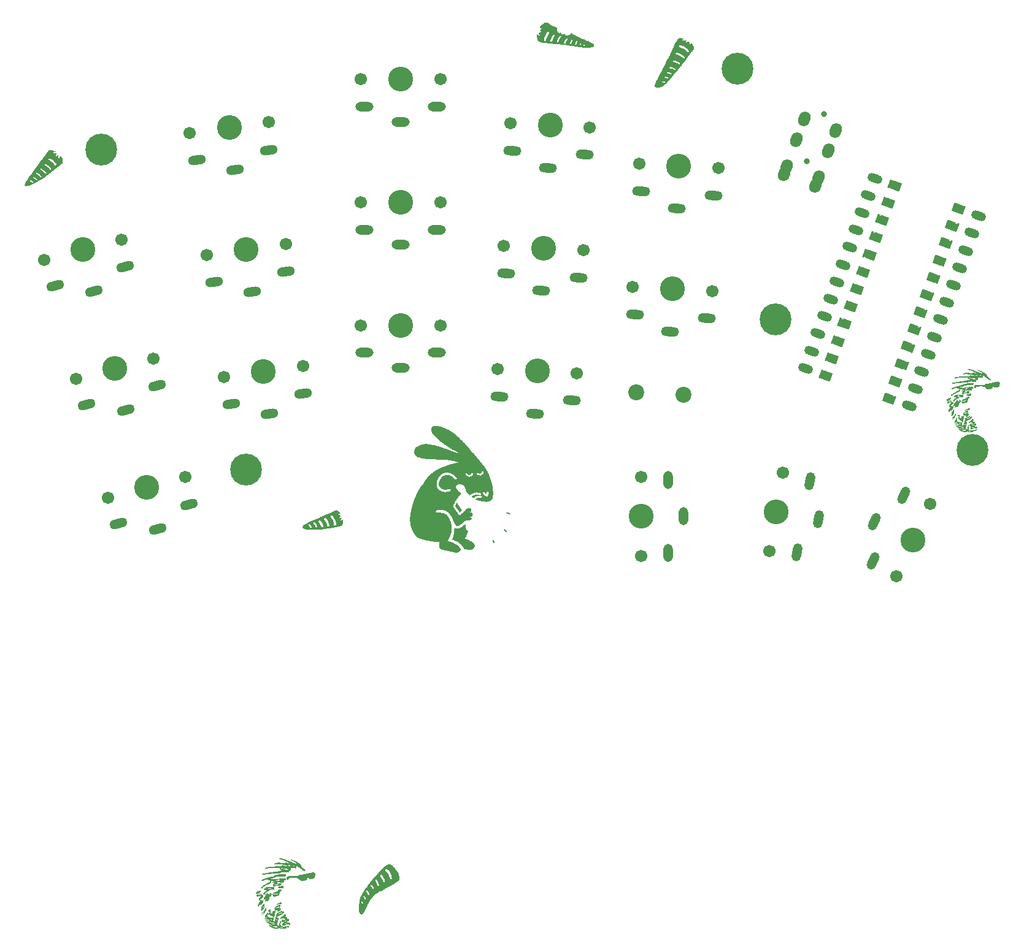
<source format=gbr>
%TF.GenerationSoftware,KiCad,Pcbnew,7.0.10*%
%TF.CreationDate,2024-03-15T09:26:44+01:00*%
%TF.ProjectId,sheep_v1,73686565-705f-4763-912e-6b696361645f,rev?*%
%TF.SameCoordinates,Original*%
%TF.FileFunction,Soldermask,Top*%
%TF.FilePolarity,Negative*%
%FSLAX46Y46*%
G04 Gerber Fmt 4.6, Leading zero omitted, Abs format (unit mm)*
G04 Created by KiCad (PCBNEW 7.0.10) date 2024-03-15 09:26:44*
%MOMM*%
%LPD*%
G01*
G04 APERTURE LIST*
G04 Aperture macros list*
%AMHorizOval*
0 Thick line with rounded ends*
0 $1 width*
0 $2 $3 position (X,Y) of the first rounded end (center of the circle)*
0 $4 $5 position (X,Y) of the second rounded end (center of the circle)*
0 Add line between two ends*
20,1,$1,$2,$3,$4,$5,0*
0 Add two circle primitives to create the rounded ends*
1,1,$1,$2,$3*
1,1,$1,$4,$5*%
%AMFreePoly0*
4,1,6,0.600001,0.200000,0.000000,-0.400000,-0.600001,0.200000,-0.600000,0.400000,0.600000,0.400000,0.600001,0.200000,0.600001,0.200000,$1*%
%AMFreePoly1*
4,1,6,0.600000,-0.250000,-0.600000,-0.250000,-0.600000,1.000000,0.000000,0.400000,0.600000,1.000001,0.600000,-0.250000,0.600000,-0.250000,$1*%
G04 Aperture macros list end*
%ADD10C,0.100000*%
%ADD11C,0.800000*%
%ADD12HorizOval,1.600000X0.085505X0.234923X-0.085505X-0.234923X0*%
%ADD13HorizOval,1.600000X-0.085505X-0.234923X0.085505X0.234923X0*%
%ADD14HorizOval,1.600000X-0.068404X-0.187939X0.068404X0.187939X0*%
%ADD15HorizOval,1.600000X0.068404X0.187939X-0.068404X-0.187939X0*%
%ADD16C,1.701800*%
%ADD17C,3.429000*%
%ADD18O,2.500000X1.300000*%
%ADD19HorizOval,1.200000X0.422862X-0.153909X-0.422862X0.153909X0*%
%ADD20FreePoly0,70.000000*%
%ADD21FreePoly0,250.000000*%
%ADD22FreePoly1,70.000000*%
%ADD23FreePoly1,250.000000*%
%ADD24HorizOval,1.300000X-0.599178X0.031402X0.599178X-0.031402X0*%
%ADD25HorizOval,1.300000X-0.104189X-0.590885X0.104189X0.590885X0*%
%ADD26HorizOval,1.300000X-0.594161X-0.083504X0.594161X0.083504X0*%
%ADD27HorizOval,1.300000X-0.579555X-0.155291X0.579555X0.155291X0*%
%ADD28C,4.400000*%
%ADD29C,2.200000*%
%ADD30HorizOval,1.300000X0.253571X0.543785X-0.253571X-0.543785X0*%
%ADD31O,1.300000X2.500000*%
G04 APERTURE END LIST*
%TO.C,G\u002A\u002A\u002A*%
G36*
X120079506Y-56278299D02*
G01*
X120132882Y-56289537D01*
X120194126Y-56313116D01*
X120269378Y-56346728D01*
X120350934Y-56386024D01*
X120433260Y-56429393D01*
X120522908Y-56480454D01*
X120626430Y-56542819D01*
X120750377Y-56620107D01*
X120772019Y-56633632D01*
X120899016Y-56708723D01*
X121028662Y-56778852D01*
X121155080Y-56841236D01*
X121272391Y-56893093D01*
X121374716Y-56931642D01*
X121456176Y-56954101D01*
X121472977Y-56958314D01*
X121528271Y-56985975D01*
X121572662Y-57027897D01*
X121601527Y-57076920D01*
X121610236Y-57125886D01*
X121594165Y-57167637D01*
X121585464Y-57190143D01*
X121577646Y-57236642D01*
X121573606Y-57294951D01*
X121574943Y-57336865D01*
X121590243Y-57425677D01*
X121619145Y-57513082D01*
X121657784Y-57588661D01*
X121702294Y-57641991D01*
X121722001Y-57656712D01*
X121800386Y-57693318D01*
X121890646Y-57710810D01*
X121981108Y-57707847D01*
X122060092Y-57683089D01*
X122105134Y-57659642D01*
X122116005Y-57730549D01*
X122118044Y-57741952D01*
X122135742Y-57802748D01*
X122160124Y-57855215D01*
X122169672Y-57869132D01*
X122225131Y-57917529D01*
X122296908Y-57943332D01*
X122378588Y-57946117D01*
X122463755Y-57925452D01*
X122545995Y-57880914D01*
X122566350Y-57867165D01*
X122600826Y-57848605D01*
X122619353Y-57845523D01*
X122619507Y-57845659D01*
X122634098Y-57863661D01*
X122661089Y-57900769D01*
X122694760Y-57949120D01*
X122759108Y-58043254D01*
X122856324Y-58067366D01*
X122921939Y-58079394D01*
X122979754Y-58076593D01*
X123044840Y-58057042D01*
X123095890Y-58036767D01*
X123224593Y-57974772D01*
X123328787Y-57907174D01*
X123404364Y-57836491D01*
X123416526Y-57822220D01*
X123453266Y-57784524D01*
X123484279Y-57765793D01*
X123519321Y-57759493D01*
X123535663Y-57759273D01*
X123567985Y-57765910D01*
X123603007Y-57786439D01*
X123650586Y-57825840D01*
X123677626Y-57848082D01*
X123739863Y-57890296D01*
X123821731Y-57935751D01*
X123929004Y-57987809D01*
X124014447Y-58027871D01*
X124102395Y-58069940D01*
X124181243Y-58108433D01*
X124240648Y-58138355D01*
X124242044Y-58139079D01*
X124306205Y-58172056D01*
X124367574Y-58203143D01*
X124413046Y-58225700D01*
X124432577Y-58235428D01*
X124490567Y-58265901D01*
X124548226Y-58297878D01*
X124587071Y-58318441D01*
X124651219Y-58349715D01*
X124728016Y-58385342D01*
X124808169Y-58420924D01*
X124988043Y-58498953D01*
X125156633Y-58572400D01*
X125302595Y-58636340D01*
X125424056Y-58689951D01*
X125519141Y-58732408D01*
X125585976Y-58762887D01*
X125644306Y-58788773D01*
X125720131Y-58819886D01*
X125784979Y-58843987D01*
X125872344Y-58874141D01*
X126022657Y-58929016D01*
X126148305Y-58979903D01*
X126254062Y-59029112D01*
X126344705Y-59078956D01*
X126425008Y-59131741D01*
X126499747Y-59189780D01*
X126632105Y-59300339D01*
X126641182Y-59413991D01*
X126641322Y-59415759D01*
X126644674Y-59477949D01*
X126640810Y-59519702D01*
X126627002Y-59552742D01*
X126600524Y-59588792D01*
X126570761Y-59621320D01*
X126523812Y-59658308D01*
X126464720Y-59688787D01*
X126388348Y-59714787D01*
X126289559Y-59738337D01*
X126163215Y-59761464D01*
X125911324Y-59790410D01*
X125647642Y-59796512D01*
X125384595Y-59779444D01*
X125320537Y-59772162D01*
X125185650Y-59755572D01*
X125103070Y-59744049D01*
X125072862Y-59739834D01*
X124985688Y-59725457D01*
X124927645Y-59712952D01*
X124919808Y-59710947D01*
X124858705Y-59699312D01*
X124796564Y-59692360D01*
X124779607Y-59691019D01*
X124736017Y-59684287D01*
X124711287Y-59675458D01*
X124697520Y-59670343D01*
X124657733Y-59664768D01*
X124604612Y-59662523D01*
X124556366Y-59660095D01*
X124478772Y-59650781D01*
X124478697Y-59650767D01*
X124405101Y-59636907D01*
X124391475Y-59633965D01*
X124333106Y-59623701D01*
X124251008Y-59611377D01*
X124151725Y-59597896D01*
X124041800Y-59584160D01*
X123927779Y-59571072D01*
X123893108Y-59567282D01*
X123847491Y-59562295D01*
X123738746Y-59550402D01*
X123654922Y-59541122D01*
X123591289Y-59533820D01*
X123543115Y-59527860D01*
X123505670Y-59522608D01*
X123474220Y-59517427D01*
X123444035Y-59511683D01*
X123410383Y-59504740D01*
X123368535Y-59495961D01*
X123298765Y-59482153D01*
X125218240Y-59482153D01*
X125229177Y-59522950D01*
X125259918Y-59557124D01*
X125301311Y-59568074D01*
X125308643Y-59566767D01*
X125340605Y-59548618D01*
X125364759Y-59519324D01*
X125370093Y-59491195D01*
X125373757Y-59469636D01*
X125393366Y-59437998D01*
X125407217Y-59416082D01*
X125416150Y-59369573D01*
X125404581Y-59325690D01*
X125376161Y-59293992D01*
X125334544Y-59284042D01*
X125312641Y-59292665D01*
X125278576Y-59325967D01*
X125247689Y-59375120D01*
X125225677Y-59430418D01*
X125218240Y-59482153D01*
X123298765Y-59482153D01*
X123292065Y-59480827D01*
X123243340Y-59471952D01*
X123207804Y-59465480D01*
X123136840Y-59453822D01*
X123136620Y-59453789D01*
X123066094Y-59442896D01*
X122981624Y-59429356D01*
X122901447Y-59416090D01*
X122893024Y-59414667D01*
X122820667Y-59402471D01*
X122753413Y-59391171D01*
X122704846Y-59383051D01*
X122698394Y-59382025D01*
X122638671Y-59375482D01*
X122584595Y-59373595D01*
X122578148Y-59373656D01*
X122530673Y-59371533D01*
X122465389Y-59366108D01*
X122446220Y-59364014D01*
X122394422Y-59358355D01*
X122298768Y-59346656D01*
X122177487Y-59332267D01*
X122080723Y-59321588D01*
X122077046Y-59321237D01*
X124048698Y-59321237D01*
X124060960Y-59367244D01*
X124089733Y-59388500D01*
X124102744Y-59390847D01*
X124145830Y-59389520D01*
X124178468Y-59368078D01*
X124180235Y-59365009D01*
X124661938Y-59365009D01*
X124662086Y-59366035D01*
X124681477Y-59409102D01*
X124717829Y-59435110D01*
X124760509Y-59436364D01*
X124780964Y-59417407D01*
X124808825Y-59373445D01*
X124840381Y-59311060D01*
X124872378Y-59236698D01*
X124901566Y-59156805D01*
X124903295Y-59150200D01*
X124897010Y-59111654D01*
X124868893Y-59082331D01*
X124828160Y-59072778D01*
X124824069Y-59073403D01*
X124789451Y-59094037D01*
X124751596Y-59136890D01*
X124715210Y-59193689D01*
X124685001Y-59256159D01*
X124665674Y-59316024D01*
X124661938Y-59365009D01*
X124180235Y-59365009D01*
X124204809Y-59322335D01*
X124229004Y-59248106D01*
X124229169Y-59247504D01*
X124249940Y-59180465D01*
X124273239Y-59118675D01*
X124294051Y-59075441D01*
X124302784Y-59060319D01*
X124331074Y-58992590D01*
X124339019Y-58933963D01*
X124327591Y-58889235D01*
X124297762Y-58863208D01*
X124250506Y-58860677D01*
X124233290Y-58864278D01*
X124209175Y-58873102D01*
X124190504Y-58890569D01*
X124170974Y-58923742D01*
X124144278Y-58979686D01*
X124106645Y-59067247D01*
X124071974Y-59167985D01*
X124052514Y-59253733D01*
X124048698Y-59321237D01*
X122077046Y-59321237D01*
X122003700Y-59314235D01*
X121941643Y-59309824D01*
X121889774Y-59307972D01*
X121843318Y-59308296D01*
X121797498Y-59310413D01*
X121759261Y-59311900D01*
X121674631Y-59311411D01*
X121579844Y-59307263D01*
X121483479Y-59300148D01*
X121394112Y-59290757D01*
X121326821Y-59280749D01*
X121320322Y-59279782D01*
X121270685Y-59267916D01*
X121234668Y-59259470D01*
X121175991Y-59251284D01*
X121110670Y-59246086D01*
X121097233Y-59245369D01*
X121021009Y-59239775D01*
X120932508Y-59231489D01*
X120848250Y-59222021D01*
X120770190Y-59212320D01*
X120679181Y-59201164D01*
X120610587Y-59193073D01*
X120558430Y-59187412D01*
X120516738Y-59183545D01*
X120479532Y-59180834D01*
X120455171Y-59179455D01*
X120440836Y-59178645D01*
X120402147Y-59175970D01*
X120358702Y-59170934D01*
X120337138Y-59165604D01*
X120319762Y-59161000D01*
X120285463Y-59156479D01*
X122520652Y-59156479D01*
X122533475Y-59198742D01*
X122562569Y-59225354D01*
X122613332Y-59239958D01*
X122665291Y-59227542D01*
X122683788Y-59214603D01*
X122684008Y-59214307D01*
X123353324Y-59214307D01*
X123366890Y-59246022D01*
X123404980Y-59279317D01*
X123454934Y-59287203D01*
X123476387Y-59280887D01*
X123512517Y-59257537D01*
X123538477Y-59226984D01*
X123544242Y-59199117D01*
X123544699Y-59182289D01*
X123554989Y-59139161D01*
X123573810Y-59079677D01*
X123598335Y-59011584D01*
X123625734Y-58942633D01*
X123653178Y-58880574D01*
X123677838Y-58833152D01*
X123682421Y-58825230D01*
X123711339Y-58756039D01*
X123718926Y-58694305D01*
X123706376Y-58645221D01*
X123674881Y-58613980D01*
X123625633Y-58605779D01*
X123604047Y-58611288D01*
X123574596Y-58632542D01*
X123542953Y-58673134D01*
X123506269Y-58736925D01*
X123461693Y-58827775D01*
X123460704Y-58829897D01*
X123433241Y-58896015D01*
X123406588Y-58972071D01*
X123383007Y-59049997D01*
X123364762Y-59121724D01*
X123354113Y-59179183D01*
X123353324Y-59214307D01*
X122684008Y-59214307D01*
X122701691Y-59190493D01*
X122716725Y-59150338D01*
X122732781Y-59085981D01*
X122741244Y-59051576D01*
X122776110Y-58949239D01*
X122827547Y-58846141D01*
X122900152Y-58732570D01*
X122918454Y-58704794D01*
X122950472Y-58649776D01*
X122971999Y-58604394D01*
X122979663Y-58574813D01*
X122974605Y-58522434D01*
X122947157Y-58484198D01*
X122903098Y-58466173D01*
X122848202Y-58474421D01*
X122827395Y-58485584D01*
X122797923Y-58511858D01*
X122748334Y-58582577D01*
X122687898Y-58673387D01*
X122640220Y-58750847D01*
X122609168Y-58808870D01*
X122603712Y-58820816D01*
X122565128Y-58917703D01*
X122537646Y-59009949D01*
X122522432Y-59091545D01*
X122520652Y-59156479D01*
X120285463Y-59156479D01*
X120278005Y-59155496D01*
X120222488Y-59150936D01*
X120178187Y-59147742D01*
X120098456Y-59140491D01*
X120028720Y-59132555D01*
X119966166Y-59125375D01*
X119887267Y-59117858D01*
X119809953Y-59111737D01*
X119724471Y-59104599D01*
X119586236Y-59085696D01*
X119571676Y-59083705D01*
X119435560Y-59052716D01*
X119412661Y-59046454D01*
X119355911Y-59031784D01*
X119312155Y-59021558D01*
X119249514Y-59002776D01*
X119173316Y-58970659D01*
X119100717Y-58932529D01*
X119045857Y-58895098D01*
X119031051Y-58882122D01*
X118942496Y-58781256D01*
X118916356Y-58736243D01*
X119752124Y-58736243D01*
X119764862Y-58800937D01*
X119790696Y-58842030D01*
X119794922Y-58845418D01*
X119846161Y-58866963D01*
X119900561Y-58861240D01*
X119914068Y-58853465D01*
X120622908Y-58853465D01*
X120627538Y-58909864D01*
X120649606Y-58947737D01*
X120689818Y-58971165D01*
X120716184Y-58978619D01*
X120770495Y-58977519D01*
X120819852Y-58948915D01*
X120849345Y-58914203D01*
X121522695Y-58914203D01*
X121532230Y-58965267D01*
X121560388Y-59002394D01*
X121565397Y-59006385D01*
X121616854Y-59027416D01*
X121670261Y-59017941D01*
X121719401Y-58978880D01*
X121725871Y-58970867D01*
X121747799Y-58937251D01*
X121753973Y-58915506D01*
X121753882Y-58915212D01*
X121757718Y-58890493D01*
X121773699Y-58853948D01*
X121780251Y-58840531D01*
X121799572Y-58793547D01*
X121823098Y-58729702D01*
X121847129Y-58658821D01*
X121869947Y-58590871D01*
X121891550Y-58537607D01*
X121916421Y-58493738D01*
X121950928Y-58448166D01*
X122001435Y-58389794D01*
X122019137Y-58369666D01*
X122077634Y-58299740D01*
X122114625Y-58247543D01*
X122131982Y-58209285D01*
X122131578Y-58181182D01*
X122115284Y-58159444D01*
X122094990Y-58146893D01*
X122040350Y-58138859D01*
X121975973Y-58155879D01*
X121908128Y-58196824D01*
X121902655Y-58201126D01*
X121830786Y-58266792D01*
X121765246Y-58346202D01*
X121703064Y-58443981D01*
X121641273Y-58564761D01*
X121576901Y-58713171D01*
X121560331Y-58755576D01*
X121531992Y-58845530D01*
X121522695Y-58914203D01*
X120849345Y-58914203D01*
X120869538Y-58890436D01*
X120891955Y-58854996D01*
X120917948Y-58803555D01*
X120930338Y-58764276D01*
X120939451Y-58722794D01*
X120962655Y-58652299D01*
X120996609Y-58565135D01*
X121038498Y-58467793D01*
X121085512Y-58366767D01*
X121134835Y-58268549D01*
X121183656Y-58179632D01*
X121199570Y-58151654D01*
X121229354Y-58095785D01*
X121249590Y-58052783D01*
X121256584Y-58030220D01*
X121253588Y-58022047D01*
X121227932Y-58000921D01*
X121185748Y-57983302D01*
X121138700Y-57973269D01*
X121098451Y-57974903D01*
X121085970Y-57979585D01*
X121054303Y-58001423D01*
X121013213Y-58042469D01*
X120958394Y-58106776D01*
X120954851Y-58111117D01*
X120875195Y-58212652D01*
X120812762Y-58302832D01*
X120763148Y-58390403D01*
X120721950Y-58484114D01*
X120684763Y-58592711D01*
X120647185Y-58724938D01*
X120635010Y-58774460D01*
X120622908Y-58853465D01*
X119914068Y-58853465D01*
X119951725Y-58831788D01*
X119993256Y-58782147D01*
X120018758Y-58715855D01*
X120022824Y-58697467D01*
X120033686Y-58656560D01*
X120042126Y-58635372D01*
X120042141Y-58635353D01*
X120050417Y-58615216D01*
X120063712Y-58572553D01*
X120079154Y-58516576D01*
X120086724Y-58490533D01*
X120112315Y-58417796D01*
X120145708Y-58335442D01*
X120181660Y-58256766D01*
X120190830Y-58238070D01*
X120262237Y-58093944D01*
X120320822Y-57978631D01*
X120367081Y-57891187D01*
X120401515Y-57830663D01*
X120424623Y-57796112D01*
X120434555Y-57782192D01*
X120460504Y-57727094D01*
X120476715Y-57663986D01*
X120480831Y-57604900D01*
X120470496Y-57561867D01*
X120464065Y-57551695D01*
X120419205Y-57508845D01*
X120363479Y-57496858D01*
X120297016Y-57515767D01*
X120283356Y-57522473D01*
X120227393Y-57556853D01*
X120194571Y-57594725D01*
X120177303Y-57644228D01*
X120167962Y-57671094D01*
X120145086Y-57721798D01*
X120112761Y-57786409D01*
X120074696Y-57857230D01*
X120025906Y-57947163D01*
X119949569Y-58097367D01*
X119881831Y-58242578D01*
X119826037Y-58375490D01*
X119785530Y-58488796D01*
X119766323Y-58561801D01*
X119752580Y-58654385D01*
X119752124Y-58736243D01*
X118916356Y-58736243D01*
X118870698Y-58657621D01*
X118817375Y-58516805D01*
X118784241Y-58364395D01*
X118773014Y-58205978D01*
X118785409Y-58047143D01*
X118785514Y-58046477D01*
X118800192Y-57960414D01*
X118812813Y-57904139D01*
X118824478Y-57874878D01*
X118836293Y-57869860D01*
X118849358Y-57886312D01*
X118857637Y-57897687D01*
X118887171Y-57930420D01*
X118931253Y-57975150D01*
X118983864Y-58025642D01*
X118998598Y-58039311D01*
X119061591Y-58093851D01*
X119108182Y-58124877D01*
X119142338Y-58133614D01*
X119168024Y-58121285D01*
X119189204Y-58089118D01*
X119190981Y-58085191D01*
X119194357Y-58046836D01*
X119171477Y-58004446D01*
X119120273Y-57953965D01*
X119102222Y-57936421D01*
X119064396Y-57891468D01*
X119028114Y-57840173D01*
X119025719Y-57836398D01*
X118999696Y-57790672D01*
X118992739Y-57763813D01*
X119003193Y-57749828D01*
X119011146Y-57745220D01*
X119044695Y-57722114D01*
X119085585Y-57690809D01*
X119099746Y-57680212D01*
X119147442Y-57652392D01*
X119188466Y-57638269D01*
X119201187Y-57636246D01*
X119268939Y-57614978D01*
X119322797Y-57581015D01*
X119356517Y-57539446D01*
X119363851Y-57495360D01*
X119358235Y-57478549D01*
X119337852Y-57460408D01*
X119294624Y-57444193D01*
X119287776Y-57442048D01*
X119233086Y-57421796D01*
X119186892Y-57400264D01*
X119142592Y-57375634D01*
X119255633Y-57261469D01*
X119284779Y-57232587D01*
X119334866Y-57185460D01*
X119375963Y-57149885D01*
X119401259Y-57131917D01*
X119438121Y-57112630D01*
X119483578Y-57077079D01*
X119498544Y-57041610D01*
X119489462Y-57006661D01*
X119458432Y-56984211D01*
X119410040Y-56981329D01*
X119349169Y-56998165D01*
X119280695Y-57034871D01*
X119237893Y-57059618D01*
X119191191Y-57078334D01*
X119157061Y-57082878D01*
X119142865Y-57071304D01*
X119148142Y-57057833D01*
X119166949Y-57021017D01*
X119196236Y-56967434D01*
X119232685Y-56903279D01*
X119313945Y-56773819D01*
X119405860Y-56648315D01*
X119501569Y-56536069D01*
X119597097Y-56441369D01*
X119688467Y-56368502D01*
X119771707Y-56321757D01*
X119775330Y-56320322D01*
X119823604Y-56306397D01*
X119889855Y-56292973D01*
X119960866Y-56282771D01*
X120019568Y-56277527D01*
X120079506Y-56278299D01*
G37*
G36*
X138716732Y-58455249D02*
G01*
X138836802Y-58483312D01*
X138960045Y-58523384D01*
X139019472Y-58545328D01*
X139055793Y-58562174D01*
X139068169Y-58576585D01*
X139055762Y-58591227D01*
X139017739Y-58608767D01*
X138953260Y-58631867D01*
X138922707Y-58642297D01*
X138865028Y-58663851D01*
X138830536Y-58682308D01*
X138814011Y-58700860D01*
X138810944Y-58710647D01*
X138814873Y-58752451D01*
X138842786Y-58779909D01*
X138893063Y-58792492D01*
X138964081Y-58789665D01*
X139020408Y-58779356D01*
X139073745Y-58769244D01*
X139119941Y-58764004D01*
X139144880Y-58764374D01*
X139184662Y-58762854D01*
X139210797Y-58754876D01*
X139242786Y-58747495D01*
X139291648Y-58744218D01*
X139333482Y-58745112D01*
X139423307Y-58750678D01*
X139401757Y-58794858D01*
X139377680Y-58835811D01*
X139352686Y-58868309D01*
X139320911Y-58920591D01*
X139312147Y-58979816D01*
X139322007Y-59022598D01*
X139345122Y-59058384D01*
X139372475Y-59065835D01*
X139405457Y-59045051D01*
X139419910Y-59029590D01*
X139455098Y-58997882D01*
X139503035Y-58965783D01*
X139527730Y-58952584D01*
X139574724Y-58933032D01*
X139615412Y-58926119D01*
X139664421Y-58930070D01*
X139685160Y-58933500D01*
X139737087Y-58946084D01*
X139773485Y-58965867D01*
X139798176Y-58998145D01*
X139814986Y-59048214D01*
X139827737Y-59121372D01*
X139829341Y-59133200D01*
X139844729Y-59228524D01*
X139862389Y-59296484D01*
X139883248Y-59338776D01*
X139908228Y-59357101D01*
X139938252Y-59353157D01*
X139946651Y-59348893D01*
X139958392Y-59336526D01*
X139967856Y-59311175D01*
X139976330Y-59267706D01*
X139985099Y-59200981D01*
X139986298Y-59190589D01*
X140002871Y-59045442D01*
X140041676Y-59075051D01*
X140073483Y-59103613D01*
X140095145Y-59130379D01*
X140113244Y-59152702D01*
X140123393Y-59158492D01*
X140140749Y-59171016D01*
X140169919Y-59201076D01*
X140205774Y-59242552D01*
X140243188Y-59289326D01*
X140277034Y-59335278D01*
X140297276Y-59365989D01*
X140327446Y-59414592D01*
X140358144Y-59462810D01*
X140364335Y-59472329D01*
X140383991Y-59508396D01*
X140392851Y-59536928D01*
X140392744Y-59541601D01*
X140397540Y-59569546D01*
X140406849Y-59587268D01*
X140417343Y-59619547D01*
X140416909Y-59655873D01*
X140417941Y-59699711D01*
X140431069Y-59744993D01*
X140431364Y-59745617D01*
X140444426Y-59781518D01*
X140447079Y-59807763D01*
X140446517Y-59809658D01*
X140445563Y-59836078D01*
X140451609Y-59862298D01*
X140454383Y-59903322D01*
X140445461Y-59920302D01*
X140428534Y-59946959D01*
X140406699Y-59987861D01*
X140396875Y-60008093D01*
X140377534Y-60045130D01*
X140361923Y-60067734D01*
X140356623Y-60071161D01*
X140344103Y-60081331D01*
X140320199Y-60109767D01*
X140289787Y-60150611D01*
X140285787Y-60156273D01*
X140242483Y-60212980D01*
X140189825Y-60275031D01*
X140144027Y-60324020D01*
X140105706Y-60363418D01*
X140094638Y-60375533D01*
X140076706Y-60395162D01*
X140062175Y-60413560D01*
X140061422Y-60415305D01*
X140051184Y-60430468D01*
X140026217Y-60459946D01*
X139994133Y-60494987D01*
X139946097Y-60550407D01*
X139886832Y-60626123D01*
X139819842Y-60717342D01*
X139748633Y-60819272D01*
X139676706Y-60927115D01*
X139664331Y-60946199D01*
X139629934Y-60998714D01*
X139600505Y-61042238D01*
X139580167Y-61070741D01*
X139574158Y-61078019D01*
X139560543Y-61094322D01*
X139533033Y-61129828D01*
X139494350Y-61180848D01*
X139474504Y-61207309D01*
X139447218Y-61243689D01*
X139394363Y-61314662D01*
X139338506Y-61390077D01*
X139282371Y-61466239D01*
X139228682Y-61539461D01*
X139180162Y-61606051D01*
X139139536Y-61662319D01*
X139109526Y-61704571D01*
X139092855Y-61729121D01*
X139090367Y-61733634D01*
X139079764Y-61751316D01*
X139055981Y-61780167D01*
X139046657Y-61790341D01*
X139014579Y-61828135D01*
X138977494Y-61876999D01*
X138956441Y-61907118D01*
X138931594Y-61943153D01*
X138904129Y-61980580D01*
X138871289Y-62022787D01*
X138838023Y-62063687D01*
X138830321Y-62073158D01*
X138778468Y-62135076D01*
X138712977Y-62211927D01*
X138631092Y-62307098D01*
X138627901Y-62310796D01*
X138584399Y-62362730D01*
X138529932Y-62430020D01*
X138470888Y-62504664D01*
X138413648Y-62578662D01*
X138403139Y-62592470D01*
X138355690Y-62654652D01*
X138313823Y-62708869D01*
X138280958Y-62750737D01*
X138260518Y-62775874D01*
X138256100Y-62780736D01*
X138241533Y-62797543D01*
X138230465Y-62811501D01*
X138214698Y-62831384D01*
X138180613Y-62875892D01*
X138169264Y-62890986D01*
X138129528Y-62941041D01*
X138076520Y-63003622D01*
X138017363Y-63070500D01*
X137962847Y-63129571D01*
X137913371Y-63182675D01*
X137871838Y-63228813D01*
X137842061Y-63263628D01*
X137827854Y-63282768D01*
X137827205Y-63284393D01*
X137816058Y-63301794D01*
X137790185Y-63331092D01*
X137769281Y-63352188D01*
X137730426Y-63393237D01*
X137695937Y-63435293D01*
X137685249Y-63450531D01*
X137684678Y-63451346D01*
X137657590Y-63487541D01*
X137619467Y-63531482D01*
X137593573Y-63558535D01*
X137560475Y-63592503D01*
X137537465Y-63617993D01*
X137530258Y-63628053D01*
X137521042Y-63641414D01*
X137496558Y-63673159D01*
X137460060Y-63719238D01*
X137414801Y-63775597D01*
X137364036Y-63838185D01*
X137311016Y-63902949D01*
X137260373Y-63964182D01*
X137231748Y-64000295D01*
X137209500Y-64029858D01*
X137197940Y-64045218D01*
X137185861Y-64061834D01*
X137151469Y-64106099D01*
X137115623Y-64146896D01*
X137104371Y-64158254D01*
X137074703Y-64189355D01*
X137053998Y-64215829D01*
X137052599Y-64218168D01*
X137035668Y-64241660D01*
X137006787Y-64276167D01*
X136989304Y-64295639D01*
X136953271Y-64335194D01*
X136920714Y-64371663D01*
X136910069Y-64383876D01*
X136726670Y-64583505D01*
X136714568Y-64594854D01*
X136538533Y-64759950D01*
X136339256Y-64919074D01*
X136316763Y-64935239D01*
X136275238Y-64965084D01*
X136186683Y-65024699D01*
X136094339Y-65082450D01*
X136003721Y-65135241D01*
X135920346Y-65179969D01*
X135849730Y-65213540D01*
X135799752Y-65232198D01*
X135761393Y-65244266D01*
X135736941Y-65253313D01*
X135711812Y-65261852D01*
X135667468Y-65275131D01*
X135612829Y-65290495D01*
X135604420Y-65292781D01*
X135536784Y-65308408D01*
X135478171Y-65314118D01*
X135413503Y-65310829D01*
X135377600Y-65306550D01*
X135263101Y-65282268D01*
X135172885Y-65242318D01*
X135106131Y-65185739D01*
X135062014Y-65111566D01*
X135039715Y-65018839D01*
X135038224Y-64909219D01*
X135046739Y-64860832D01*
X135894777Y-64860832D01*
X135900678Y-64869258D01*
X135909104Y-64863358D01*
X135903204Y-64854932D01*
X135894777Y-64860832D01*
X135046739Y-64860832D01*
X135050026Y-64842153D01*
X135076391Y-64755519D01*
X135115404Y-64653731D01*
X135165157Y-64541205D01*
X135209100Y-64452049D01*
X136073434Y-64452049D01*
X136080611Y-64479393D01*
X136084416Y-64485767D01*
X136099610Y-64501955D01*
X136126428Y-64516345D01*
X136170301Y-64531111D01*
X136236658Y-64548422D01*
X136247837Y-64551121D01*
X136329780Y-64568840D01*
X136385008Y-64576304D01*
X136413279Y-64573480D01*
X136413509Y-64573352D01*
X136435897Y-64545717D01*
X136439231Y-64506115D01*
X136426376Y-64471948D01*
X136413407Y-64457167D01*
X136391950Y-64445365D01*
X136356289Y-64434617D01*
X136300709Y-64422990D01*
X136258770Y-64415381D01*
X136192036Y-64403931D01*
X136147978Y-64397966D01*
X136120656Y-64397718D01*
X136104130Y-64403420D01*
X136092458Y-64415306D01*
X136087657Y-64422079D01*
X136073434Y-64452049D01*
X135209100Y-64452049D01*
X135223735Y-64422356D01*
X135289230Y-64301599D01*
X135335311Y-64223007D01*
X135417998Y-64082370D01*
X135491310Y-63948094D01*
X135533812Y-63863554D01*
X136415735Y-63863554D01*
X136425683Y-63890481D01*
X136437453Y-63905866D01*
X136459403Y-63918646D01*
X136497179Y-63931024D01*
X136556427Y-63945200D01*
X136577967Y-63949863D01*
X136645151Y-63966195D01*
X136707999Y-63984932D01*
X136756538Y-64002971D01*
X136770704Y-64009839D01*
X136806615Y-64028085D01*
X136830115Y-64031628D01*
X136853760Y-64020704D01*
X136867057Y-64011647D01*
X136898828Y-63975078D01*
X136903855Y-63931886D01*
X136891368Y-63901767D01*
X136865945Y-63881009D01*
X136818031Y-63857911D01*
X136753856Y-63834777D01*
X136679650Y-63813913D01*
X136617243Y-63800401D01*
X136552429Y-63789162D01*
X136509071Y-63784423D01*
X136480278Y-63786140D01*
X136459155Y-63794270D01*
X136451244Y-63799353D01*
X136420250Y-63829823D01*
X136415735Y-63863554D01*
X135533812Y-63863554D01*
X135562093Y-63807301D01*
X135609893Y-63706395D01*
X135661387Y-63595935D01*
X135702131Y-63509383D01*
X135733377Y-63444138D01*
X135756377Y-63397605D01*
X135772382Y-63367184D01*
X135778164Y-63357186D01*
X135795004Y-63325943D01*
X135817275Y-63280216D01*
X135831823Y-63248472D01*
X135842821Y-63225756D01*
X136734969Y-63225756D01*
X136744387Y-63251285D01*
X136750838Y-63262380D01*
X136760732Y-63271687D01*
X136778278Y-63280681D01*
X136807686Y-63290843D01*
X136853168Y-63303649D01*
X136918933Y-63320577D01*
X136998357Y-63340410D01*
X137152109Y-63393028D01*
X137256287Y-63447350D01*
X137309216Y-63468594D01*
X137353263Y-63462549D01*
X137385781Y-63434766D01*
X137397718Y-63399832D01*
X137383365Y-63361937D01*
X137345193Y-63322527D01*
X137285674Y-63283048D01*
X137207276Y-63244948D01*
X137112470Y-63209671D01*
X137003727Y-63178663D01*
X136914961Y-63159166D01*
X136855510Y-63148906D01*
X136816370Y-63146120D01*
X136789701Y-63150925D01*
X136770544Y-63161373D01*
X136739480Y-63191988D01*
X136734969Y-63225756D01*
X135842821Y-63225756D01*
X135857756Y-63194908D01*
X135891402Y-63131430D01*
X135921742Y-63078180D01*
X135953421Y-63023159D01*
X135982484Y-62969596D01*
X136002256Y-62929885D01*
X136026661Y-62880444D01*
X136053161Y-62832733D01*
X136055717Y-62828521D01*
X136075549Y-62792563D01*
X136101730Y-62740220D01*
X136129113Y-62681837D01*
X136133391Y-62672341D01*
X136158942Y-62617585D01*
X136193913Y-62545846D01*
X136216835Y-62500085D01*
X137052758Y-62500085D01*
X137054784Y-62542931D01*
X137079387Y-62580305D01*
X137082443Y-62582821D01*
X137106445Y-62593502D01*
X137152728Y-62607525D01*
X137214920Y-62623167D01*
X137286650Y-62638708D01*
X137296515Y-62640665D01*
X137380168Y-62657436D01*
X137443254Y-62671674D01*
X137493820Y-62686123D01*
X137539913Y-62703527D01*
X137589580Y-62726630D01*
X137650866Y-62758175D01*
X137668692Y-62767568D01*
X137741974Y-62801290D01*
X137797523Y-62814749D01*
X137838359Y-62808069D01*
X137867508Y-62781374D01*
X137870920Y-62775891D01*
X137878868Y-62749505D01*
X137881880Y-62713867D01*
X137879947Y-62680798D01*
X137873060Y-62662117D01*
X137871002Y-62661131D01*
X137857229Y-62654628D01*
X137823191Y-62637622D01*
X137774488Y-62612931D01*
X137733249Y-62591853D01*
X137663403Y-62558135D01*
X137589918Y-62526056D01*
X137524700Y-62500694D01*
X137501451Y-62492899D01*
X137434088Y-62474715D01*
X137358445Y-62458571D01*
X137281555Y-62445492D01*
X137210451Y-62436495D01*
X137152166Y-62432603D01*
X137113732Y-62434838D01*
X137109446Y-62435976D01*
X137071561Y-62461266D01*
X137052758Y-62500085D01*
X136216835Y-62500085D01*
X136234007Y-62465803D01*
X136274922Y-62386127D01*
X136281527Y-62373478D01*
X136323889Y-62291156D01*
X136367738Y-62203554D01*
X136408140Y-62120669D01*
X136440160Y-62052500D01*
X136442503Y-62047335D01*
X136476041Y-61974733D01*
X136516757Y-61888935D01*
X136558580Y-61802646D01*
X136583648Y-61751984D01*
X136614671Y-61688935D01*
X136640619Y-61634275D01*
X136652134Y-61608645D01*
X137582089Y-61608645D01*
X137583248Y-61653801D01*
X137608365Y-61699459D01*
X137625667Y-61717068D01*
X137651014Y-61730358D01*
X137691174Y-61741831D01*
X137752919Y-61753987D01*
X137758981Y-61755061D01*
X137843568Y-61773971D01*
X137932278Y-61800484D01*
X138015156Y-61831166D01*
X138082249Y-61862590D01*
X138098403Y-61872020D01*
X138124223Y-61886989D01*
X138166785Y-61910496D01*
X138217064Y-61937558D01*
X138219099Y-61938638D01*
X138270512Y-61968334D01*
X138315002Y-61998238D01*
X138342968Y-62021896D01*
X138343037Y-62021972D01*
X138384118Y-62051445D01*
X138434687Y-62065758D01*
X138483425Y-62062980D01*
X138509665Y-62050408D01*
X138540926Y-62011301D01*
X138545055Y-61965054D01*
X138522665Y-61913268D01*
X138474376Y-61857544D01*
X138417613Y-61811281D01*
X138385778Y-61791431D01*
X138333923Y-61762516D01*
X138268379Y-61727793D01*
X138195484Y-61690520D01*
X138121574Y-61653953D01*
X138052984Y-61621351D01*
X138012854Y-61603211D01*
X137988108Y-61596188D01*
X137941450Y-61586136D01*
X137879725Y-61574436D01*
X137814651Y-61563260D01*
X137742047Y-61551656D01*
X137692315Y-61545045D01*
X137659635Y-61543563D01*
X137638195Y-61547345D01*
X137622176Y-61556527D01*
X137609130Y-61568065D01*
X137582089Y-61608645D01*
X136652134Y-61608645D01*
X136658786Y-61593839D01*
X136666466Y-61573458D01*
X136666475Y-61573407D01*
X136675656Y-61553415D01*
X136697589Y-61515519D01*
X136728617Y-61465842D01*
X136752828Y-61428784D01*
X136830716Y-61310294D01*
X136892325Y-61213543D01*
X136938656Y-61136862D01*
X136970716Y-61078584D01*
X136989508Y-61037044D01*
X136990624Y-61033950D01*
X137008673Y-60989618D01*
X137033968Y-60935639D01*
X137049140Y-60906071D01*
X137111024Y-60787812D01*
X137168910Y-60671467D01*
X137195305Y-60615458D01*
X137919941Y-60615458D01*
X137933288Y-60651207D01*
X137950633Y-60669895D01*
X137971586Y-60685173D01*
X138001601Y-60699396D01*
X138046126Y-60714921D01*
X138110618Y-60734099D01*
X138152786Y-60745999D01*
X138354120Y-60807880D01*
X138527577Y-60873278D01*
X138674223Y-60942764D01*
X138795125Y-61016909D01*
X138891353Y-61096286D01*
X138962523Y-61179385D01*
X138994043Y-61217443D01*
X139027501Y-61237562D01*
X139063673Y-61246515D01*
X139124115Y-61246850D01*
X139167455Y-61223736D01*
X139193304Y-61177427D01*
X139197688Y-61158499D01*
X139192561Y-61106168D01*
X139160850Y-61042855D01*
X139102780Y-60968878D01*
X139018576Y-60884559D01*
X138983484Y-60853111D01*
X138878861Y-60772912D01*
X138753641Y-60695229D01*
X138615383Y-60623530D01*
X138471644Y-60561291D01*
X138329985Y-60511980D01*
X138197961Y-60479072D01*
X138153269Y-60471775D01*
X138092378Y-60464454D01*
X138040570Y-60459946D01*
X138005992Y-60458890D01*
X137998614Y-60459619D01*
X137965632Y-60480162D01*
X137939256Y-60519639D01*
X137922891Y-60568065D01*
X137919941Y-60615458D01*
X137195305Y-60615458D01*
X137226620Y-60549007D01*
X137287974Y-60412398D01*
X137331183Y-60313223D01*
X137361737Y-60243149D01*
X137394515Y-60169115D01*
X137423354Y-60105012D01*
X137428381Y-60094011D01*
X137456490Y-60032432D01*
X137489768Y-59959111D01*
X137521491Y-59888859D01*
X137524575Y-59882007D01*
X137555191Y-59815866D01*
X137588033Y-59747973D01*
X137616689Y-59691529D01*
X137620323Y-59684696D01*
X137644708Y-59635201D01*
X137663215Y-59590256D01*
X137665256Y-59583324D01*
X138370065Y-59583324D01*
X138381474Y-59620055D01*
X138404635Y-59650691D01*
X138443609Y-59677961D01*
X138502459Y-59704596D01*
X138585246Y-59733328D01*
X138600238Y-59738068D01*
X138677682Y-59764020D01*
X138758256Y-59794735D01*
X138846763Y-59832308D01*
X138948009Y-59878835D01*
X139066799Y-59936412D01*
X139149628Y-59977704D01*
X139210544Y-60015554D01*
X139281463Y-60070956D01*
X139355708Y-60137619D01*
X139426600Y-60209257D01*
X139487464Y-60279580D01*
X139524480Y-60330719D01*
X139554965Y-60374447D01*
X139580891Y-60399140D01*
X139610774Y-60411758D01*
X139628128Y-60415411D01*
X139693272Y-60415244D01*
X139746669Y-60391751D01*
X139777175Y-60357717D01*
X139788611Y-60321572D01*
X139782858Y-60276934D01*
X139758740Y-60220738D01*
X139715078Y-60149919D01*
X139676654Y-60095936D01*
X139558773Y-59953606D01*
X139427517Y-59829175D01*
X139279402Y-59720157D01*
X139110950Y-59624067D01*
X138918678Y-59538423D01*
X138867855Y-59518868D01*
X138798986Y-59497065D01*
X138720863Y-59478637D01*
X138640520Y-59464560D01*
X138564990Y-59455805D01*
X138501306Y-59453347D01*
X138456503Y-59458157D01*
X138448518Y-59460845D01*
X138399972Y-59493918D01*
X138372945Y-59539157D01*
X138370065Y-59583324D01*
X137665256Y-59583324D01*
X137670475Y-59565601D01*
X137680650Y-59532777D01*
X137700394Y-59485586D01*
X137721675Y-59441681D01*
X137746356Y-59389957D01*
X137765665Y-59342003D01*
X137774272Y-59312999D01*
X137795364Y-59249022D01*
X137838073Y-59165681D01*
X137902363Y-59063036D01*
X137988194Y-58941153D01*
X138017266Y-58902008D01*
X138061379Y-58839418D01*
X138104322Y-58772057D01*
X138138749Y-58711645D01*
X138147100Y-58694993D01*
X138183649Y-58624817D01*
X138220302Y-58565839D01*
X138253874Y-58522396D01*
X138281183Y-58498828D01*
X138293149Y-58496015D01*
X138319056Y-58492022D01*
X138351375Y-58478532D01*
X138384714Y-58466957D01*
X138436585Y-58455755D01*
X138496486Y-58447143D01*
X138504009Y-58446358D01*
X138607839Y-58443275D01*
X138716732Y-58455249D01*
G37*
G36*
X178307392Y-109881906D02*
G01*
X178325096Y-109904601D01*
X178328977Y-109916776D01*
X178332451Y-109947003D01*
X178332141Y-109985378D01*
X178328565Y-110024566D01*
X178322244Y-110057229D01*
X178318216Y-110068819D01*
X178313878Y-110082959D01*
X178315626Y-110087091D01*
X178316393Y-110092423D01*
X178312438Y-110099179D01*
X178307319Y-110112021D01*
X178308749Y-110116265D01*
X178308945Y-110126427D01*
X178303339Y-110146817D01*
X178299207Y-110157950D01*
X178292585Y-110177553D01*
X178289215Y-110197832D01*
X178289076Y-110222946D01*
X178292148Y-110257052D01*
X178298412Y-110304307D01*
X178298495Y-110304893D01*
X178307100Y-110309985D01*
X178326862Y-110311610D01*
X178332739Y-110311339D01*
X178357340Y-110312323D01*
X178371465Y-110321369D01*
X178375807Y-110328220D01*
X178385906Y-110342726D01*
X178392587Y-110346939D01*
X178398768Y-110354334D01*
X178402179Y-110374474D01*
X178402897Y-110402694D01*
X178400996Y-110434332D01*
X178396555Y-110464721D01*
X178390284Y-110487588D01*
X178379504Y-110515904D01*
X178370383Y-110539909D01*
X178367464Y-110547618D01*
X178346068Y-110583846D01*
X178308272Y-110623465D01*
X178261161Y-110661143D01*
X178244244Y-110674060D01*
X178227380Y-110687583D01*
X178206995Y-110698444D01*
X178174040Y-110709727D01*
X178133501Y-110720145D01*
X178090361Y-110728410D01*
X178051164Y-110733119D01*
X178014366Y-110729135D01*
X177995980Y-110718929D01*
X177975408Y-110702144D01*
X177989858Y-110665993D01*
X177999684Y-110635003D01*
X178007949Y-110598112D01*
X178010479Y-110582046D01*
X178017040Y-110549278D01*
X178027551Y-110529392D01*
X178036833Y-110521560D01*
X178051310Y-110507470D01*
X178055349Y-110495011D01*
X178052556Y-110487742D01*
X178050087Y-110492173D01*
X178039840Y-110501635D01*
X178019550Y-110510178D01*
X178016639Y-110510985D01*
X177995413Y-110518366D01*
X177983060Y-110526093D01*
X177982510Y-110526913D01*
X177971258Y-110533939D01*
X177958440Y-110536435D01*
X177935838Y-110543343D01*
X177922471Y-110551930D01*
X177903469Y-110561634D01*
X177876467Y-110568126D01*
X177869224Y-110568915D01*
X177837638Y-110574465D01*
X177808063Y-110584380D01*
X177804130Y-110586278D01*
X177775680Y-110600438D01*
X177749012Y-110612983D01*
X177733972Y-110621153D01*
X177725472Y-110631861D01*
X177721232Y-110650198D01*
X177719042Y-110679909D01*
X177717490Y-110716302D01*
X177716560Y-110751592D01*
X177716427Y-110769962D01*
X177715449Y-110809069D01*
X177712343Y-110844942D01*
X177707694Y-110872551D01*
X177702898Y-110885867D01*
X177699705Y-110900309D01*
X177700458Y-110923132D01*
X177700806Y-110925799D01*
X177700347Y-110952180D01*
X177694331Y-110984952D01*
X177689340Y-111001721D01*
X177678167Y-111037152D01*
X177668304Y-111073941D01*
X177665271Y-111087394D01*
X177656805Y-111120452D01*
X177644905Y-111157694D01*
X177639174Y-111173209D01*
X177627112Y-111207283D01*
X177614444Y-111248135D01*
X177606464Y-111277168D01*
X177594088Y-111317467D01*
X177577246Y-111362077D01*
X177563281Y-111393499D01*
X177547553Y-111426068D01*
X177533599Y-111455682D01*
X177524509Y-111475779D01*
X177510732Y-111501629D01*
X177496801Y-111522051D01*
X177488589Y-111534937D01*
X177484048Y-111550628D01*
X177482677Y-111573487D01*
X177483978Y-111607882D01*
X177485044Y-111624545D01*
X177485543Y-111694205D01*
X177476139Y-111752347D01*
X177456054Y-111802544D01*
X177440931Y-111826977D01*
X177428478Y-111848375D01*
X177423233Y-111864803D01*
X177423698Y-111868433D01*
X177433748Y-111874739D01*
X177456650Y-111883554D01*
X177488014Y-111893644D01*
X177523456Y-111903773D01*
X177558589Y-111912708D01*
X177589026Y-111919212D01*
X177610381Y-111922052D01*
X177614086Y-111922026D01*
X177636275Y-111912419D01*
X177650302Y-111889700D01*
X177652805Y-111878225D01*
X177656271Y-111863226D01*
X177663873Y-111835886D01*
X177674280Y-111800638D01*
X177686166Y-111761913D01*
X177698200Y-111724143D01*
X177706574Y-111698955D01*
X177711218Y-111680484D01*
X177716737Y-111651781D01*
X177720510Y-111628435D01*
X177726427Y-111598111D01*
X177733688Y-111573969D01*
X177739009Y-111563676D01*
X177747774Y-111544470D01*
X177748592Y-111534779D01*
X177752245Y-111514083D01*
X177758485Y-111500672D01*
X177765503Y-111483326D01*
X177765199Y-111473809D01*
X177765781Y-111461546D01*
X177771214Y-111437375D01*
X177780393Y-111405992D01*
X177782987Y-111398040D01*
X177793355Y-111365496D01*
X177800943Y-111339007D01*
X177804408Y-111323339D01*
X177804480Y-111321781D01*
X177807307Y-111307021D01*
X177813965Y-111288791D01*
X177822556Y-111262556D01*
X177827788Y-111236690D01*
X177832455Y-111213121D01*
X177841073Y-111179167D01*
X177851837Y-111141117D01*
X177862940Y-111105257D01*
X177872577Y-111077876D01*
X177875209Y-111071592D01*
X177880579Y-111053247D01*
X177885140Y-111027198D01*
X177885737Y-111022230D01*
X177889685Y-111003495D01*
X177891901Y-110992977D01*
X177894317Y-110986222D01*
X178136703Y-110986222D01*
X178139003Y-111012326D01*
X178151601Y-111030653D01*
X178174569Y-111041861D01*
X178200208Y-111036354D01*
X178206502Y-111032897D01*
X178284365Y-110993779D01*
X178370160Y-110963753D01*
X178456715Y-110945105D01*
X178494909Y-110940971D01*
X178535335Y-110934322D01*
X178560077Y-110920820D01*
X178569911Y-110899955D01*
X178570027Y-110891513D01*
X178562006Y-110872011D01*
X178545314Y-110855482D01*
X178528865Y-110849236D01*
X178495815Y-110850413D01*
X178455180Y-110854359D01*
X178416593Y-110860035D01*
X178402564Y-110862854D01*
X178372631Y-110869479D01*
X178345447Y-110875224D01*
X178341133Y-110876092D01*
X178317773Y-110882889D01*
X178285408Y-110895044D01*
X178248568Y-110910522D01*
X178211782Y-110927288D01*
X178179581Y-110943306D01*
X178156496Y-110956539D01*
X178148600Y-110962605D01*
X178136703Y-110986222D01*
X177894317Y-110986222D01*
X177902912Y-110962194D01*
X177916439Y-110934726D01*
X177930149Y-110915415D01*
X177940260Y-110909027D01*
X177952959Y-110915153D01*
X177968732Y-110931469D01*
X177972720Y-110936912D01*
X177989411Y-110956995D01*
X178004748Y-110968804D01*
X178015313Y-110970411D01*
X178018005Y-110962447D01*
X178022583Y-110947876D01*
X178033493Y-110931067D01*
X178045079Y-110914176D01*
X178049235Y-110903318D01*
X178055110Y-110889834D01*
X178070056Y-110873170D01*
X178087967Y-110859132D01*
X178101580Y-110853542D01*
X178114078Y-110849293D01*
X178115929Y-110845636D01*
X178122672Y-110837525D01*
X178139852Y-110826568D01*
X178143207Y-110824830D01*
X178183880Y-110804931D01*
X178211650Y-110792503D01*
X178225475Y-110788000D01*
X178226870Y-110788560D01*
X178233080Y-110786438D01*
X178247780Y-110776421D01*
X178248718Y-110775711D01*
X178267608Y-110764207D01*
X178296828Y-110749495D01*
X178330233Y-110734658D01*
X178331997Y-110733931D01*
X178366412Y-110719277D01*
X178398001Y-110704974D01*
X178420074Y-110694052D01*
X178420503Y-110693817D01*
X178441937Y-110683510D01*
X178457836Y-110678361D01*
X178458631Y-110678277D01*
X178472279Y-110671698D01*
X178488321Y-110657621D01*
X178506710Y-110637754D01*
X178523607Y-110654904D01*
X178537907Y-110673775D01*
X178553085Y-110700059D01*
X178557271Y-110708706D01*
X178568079Y-110729816D01*
X178579159Y-110740099D01*
X178595721Y-110741340D01*
X178622970Y-110735324D01*
X178629707Y-110733528D01*
X178650268Y-110728186D01*
X178680157Y-110720622D01*
X178702214Y-110715124D01*
X178732416Y-110707284D01*
X178757174Y-110700220D01*
X178767955Y-110696632D01*
X178783749Y-110697513D01*
X178800103Y-110707464D01*
X178810927Y-110721413D01*
X178811229Y-110732634D01*
X178812632Y-110741046D01*
X178816578Y-110741658D01*
X178823834Y-110748363D01*
X178825528Y-110766578D01*
X178822312Y-110791305D01*
X178814831Y-110817541D01*
X178803808Y-110840181D01*
X178763015Y-110898292D01*
X178721973Y-110948840D01*
X178683076Y-110989144D01*
X178648714Y-111016525D01*
X178643646Y-111019614D01*
X178621974Y-111033633D01*
X178608112Y-111045417D01*
X178605810Y-111048982D01*
X178596402Y-111058214D01*
X178575895Y-111069496D01*
X178550199Y-111080206D01*
X178525225Y-111087726D01*
X178514349Y-111089520D01*
X178494107Y-111095174D01*
X178468040Y-111107177D01*
X178458497Y-111112607D01*
X178433878Y-111127481D01*
X178413665Y-111139635D01*
X178408676Y-111142613D01*
X178386913Y-111150863D01*
X178376399Y-111152600D01*
X178358418Y-111156816D01*
X178335149Y-111165777D01*
X178312310Y-111176774D01*
X178295619Y-111187096D01*
X178290536Y-111193293D01*
X178283273Y-111199556D01*
X178263736Y-111210249D01*
X178235990Y-111223167D01*
X178233037Y-111224447D01*
X178202098Y-111239322D01*
X178176592Y-111254383D01*
X178162025Y-111266377D01*
X178161998Y-111266413D01*
X178148064Y-111279931D01*
X178138924Y-111284139D01*
X178129717Y-111289372D01*
X178129351Y-111291438D01*
X178122269Y-111303299D01*
X178103017Y-111311534D01*
X178076938Y-111314622D01*
X178055398Y-111312500D01*
X178011750Y-111307651D01*
X177979818Y-111314414D01*
X177957370Y-111333601D01*
X177947333Y-111351859D01*
X177935958Y-111385044D01*
X177927726Y-111420194D01*
X177926951Y-111425215D01*
X177920892Y-111458518D01*
X177912278Y-111494703D01*
X177909810Y-111503502D01*
X177902276Y-111530809D01*
X177897075Y-111552688D01*
X177896024Y-111558632D01*
X177891951Y-111575140D01*
X177883713Y-111600610D01*
X177878666Y-111614618D01*
X177869758Y-111642523D01*
X177864800Y-111666108D01*
X177864402Y-111673752D01*
X177861534Y-111689664D01*
X177852821Y-111716570D01*
X177839934Y-111749503D01*
X177835118Y-111760693D01*
X177821301Y-111793296D01*
X177810920Y-111820170D01*
X177805621Y-111836947D01*
X177805277Y-111839677D01*
X177802529Y-111852662D01*
X177794724Y-111876042D01*
X177786822Y-111896569D01*
X177776160Y-111926089D01*
X177773177Y-111945788D01*
X177777189Y-111961375D01*
X177778678Y-111964327D01*
X177801997Y-112003560D01*
X177821454Y-112026214D01*
X177837728Y-112032753D01*
X177851492Y-112023642D01*
X177855581Y-112017312D01*
X177864649Y-111996181D01*
X177875939Y-111962684D01*
X177888380Y-111920930D01*
X177900901Y-111875030D01*
X177912428Y-111829092D01*
X177921892Y-111787225D01*
X177928220Y-111753537D01*
X177930341Y-111732138D01*
X177930283Y-111730867D01*
X177933357Y-111709005D01*
X177940707Y-111696186D01*
X177948967Y-111681598D01*
X177957683Y-111655986D01*
X177963044Y-111633865D01*
X177969853Y-111603520D01*
X177976583Y-111578728D01*
X177980361Y-111568175D01*
X177986287Y-111549160D01*
X177990855Y-111523890D01*
X177990933Y-111523231D01*
X177998455Y-111497359D01*
X178012993Y-111470790D01*
X178030968Y-111448342D01*
X178048803Y-111434831D01*
X178057929Y-111433016D01*
X178072213Y-111442979D01*
X178085268Y-111466833D01*
X178096322Y-111500832D01*
X178104600Y-111541232D01*
X178109329Y-111584292D01*
X178109734Y-111626265D01*
X178105303Y-111662231D01*
X178099772Y-111688461D01*
X178092277Y-111724789D01*
X178084302Y-111764014D01*
X178083122Y-111769874D01*
X178074946Y-111809013D01*
X178066614Y-111846443D01*
X178059751Y-111874902D01*
X178058948Y-111877952D01*
X178053030Y-111905737D01*
X178050482Y-111929451D01*
X178050564Y-111933794D01*
X178048276Y-111949330D01*
X178043131Y-111953911D01*
X178035270Y-111961343D01*
X178035034Y-111964568D01*
X178032298Y-111976763D01*
X178024378Y-112001094D01*
X178012696Y-112033338D01*
X178005747Y-112051473D01*
X177992715Y-112085743D01*
X177982661Y-112113836D01*
X177977003Y-112131711D01*
X177976269Y-112135630D01*
X177973217Y-112146770D01*
X177964696Y-112169353D01*
X177952473Y-112198732D01*
X177950973Y-112202190D01*
X177939920Y-112228252D01*
X177932949Y-112248787D01*
X177929596Y-112268587D01*
X177929399Y-112292446D01*
X177931896Y-112325153D01*
X177935597Y-112361626D01*
X177946029Y-112461798D01*
X177913288Y-112496634D01*
X177882861Y-112523927D01*
X177852925Y-112537715D01*
X177818279Y-112539313D01*
X177777213Y-112530995D01*
X177749775Y-112525277D01*
X177713561Y-112520876D01*
X177666897Y-112517718D01*
X177608106Y-112515727D01*
X177535514Y-112514831D01*
X177447442Y-112514953D01*
X177420309Y-112515156D01*
X177384448Y-112515610D01*
X177363527Y-112516752D01*
X177354845Y-112519382D01*
X177355706Y-112524302D01*
X177363188Y-112532100D01*
X177378538Y-112544120D01*
X177387982Y-112547864D01*
X177399431Y-112552574D01*
X177417526Y-112564874D01*
X177421059Y-112567653D01*
X177439255Y-112580904D01*
X177451601Y-112587397D01*
X177452773Y-112587538D01*
X177463470Y-112590417D01*
X177486083Y-112598458D01*
X177516229Y-112610084D01*
X177524444Y-112613370D01*
X177570673Y-112630570D01*
X177621334Y-112647095D01*
X177671066Y-112661393D01*
X177714506Y-112671905D01*
X177743014Y-112676764D01*
X177765362Y-112681272D01*
X177779090Y-112686944D01*
X177793151Y-112691051D01*
X177818860Y-112694262D01*
X177845607Y-112695704D01*
X177876147Y-112697106D01*
X177899808Y-112699421D01*
X177910301Y-112701753D01*
X177926906Y-112702205D01*
X177949370Y-112693948D01*
X177970872Y-112680540D01*
X177984594Y-112665536D01*
X177985906Y-112662321D01*
X177989826Y-112633726D01*
X177989553Y-112594964D01*
X177985668Y-112552849D01*
X177978758Y-112514194D01*
X177971092Y-112489499D01*
X177962002Y-112466266D01*
X177960547Y-112452537D01*
X177967017Y-112441780D01*
X177973506Y-112435293D01*
X177994089Y-112423162D01*
X178017310Y-112424894D01*
X178044509Y-112441126D01*
X178077032Y-112472492D01*
X178094282Y-112492335D01*
X178112844Y-112508470D01*
X178128954Y-112508881D01*
X178143005Y-112493106D01*
X178155389Y-112460682D01*
X178166497Y-112411144D01*
X178167445Y-112405845D01*
X178175199Y-112366562D01*
X178184827Y-112324561D01*
X178194807Y-112285993D01*
X178203618Y-112257006D01*
X178205570Y-112251696D01*
X178210707Y-112233258D01*
X178215250Y-112209126D01*
X178220349Y-112187735D01*
X178226915Y-112175159D01*
X178227243Y-112174902D01*
X178232592Y-112162751D01*
X178233440Y-112146820D01*
X178234706Y-112127216D01*
X178239460Y-112099570D01*
X178246277Y-112069904D01*
X178253737Y-112044242D01*
X178260418Y-112028601D01*
X178261718Y-112027036D01*
X178265030Y-112016148D01*
X178267527Y-111993680D01*
X178268278Y-111977952D01*
X178273191Y-111936605D01*
X178284397Y-111902937D01*
X178300164Y-111879184D01*
X178318761Y-111867585D01*
X178338457Y-111870379D01*
X178346763Y-111876497D01*
X178363065Y-111899584D01*
X178377734Y-111933532D01*
X178388709Y-111971571D01*
X178393928Y-112006929D01*
X178392804Y-112027703D01*
X178389179Y-112057255D01*
X178388684Y-112090266D01*
X178388946Y-112094893D01*
X178387768Y-112121933D01*
X178382321Y-112159768D01*
X178373867Y-112202577D01*
X178363672Y-112244541D01*
X178352995Y-112279838D01*
X178344316Y-112300561D01*
X178338846Y-112314945D01*
X178343303Y-112327251D01*
X178357427Y-112342015D01*
X178375624Y-112363787D01*
X178387580Y-112386402D01*
X178387982Y-112387693D01*
X178394515Y-112408905D01*
X178398792Y-112421436D01*
X178398320Y-112434633D01*
X178393241Y-112459078D01*
X178385201Y-112487650D01*
X178377065Y-112517231D01*
X178372819Y-112540248D01*
X178373301Y-112551404D01*
X178388476Y-112561406D01*
X178415180Y-112569754D01*
X178447307Y-112574720D01*
X178457904Y-112575317D01*
X178479241Y-112576326D01*
X178513168Y-112578357D01*
X178554685Y-112581097D01*
X178591103Y-112583668D01*
X178655714Y-112588141D01*
X178707977Y-112591042D01*
X178753108Y-112592434D01*
X178796323Y-112592378D01*
X178842837Y-112590940D01*
X178897865Y-112588180D01*
X178909647Y-112587516D01*
X178965796Y-112583628D01*
X179006072Y-112579174D01*
X179032241Y-112573903D01*
X179045328Y-112568147D01*
X179064346Y-112557705D01*
X179091219Y-112547067D01*
X179099692Y-112544363D01*
X179123200Y-112538086D01*
X179136254Y-112539111D01*
X179145279Y-112549621D01*
X179151761Y-112562038D01*
X179160459Y-112583096D01*
X179160837Y-112601102D01*
X179153200Y-112625268D01*
X179143615Y-112647483D01*
X179135492Y-112661360D01*
X179133670Y-112663051D01*
X179121476Y-112672968D01*
X179103759Y-112691105D01*
X179084386Y-112712981D01*
X179067221Y-112734118D01*
X179056129Y-112750034D01*
X179054002Y-112755391D01*
X179047158Y-112770949D01*
X179027285Y-112789339D01*
X178998155Y-112808028D01*
X178963541Y-112824483D01*
X178937869Y-112833372D01*
X178908222Y-112840620D01*
X178869953Y-112848108D01*
X178826707Y-112855348D01*
X178782131Y-112861849D01*
X178739870Y-112867122D01*
X178703567Y-112870678D01*
X178676868Y-112872027D01*
X178663419Y-112870680D01*
X178662862Y-112870308D01*
X178651094Y-112866951D01*
X178628115Y-112864809D01*
X178613825Y-112864430D01*
X178571124Y-112863371D01*
X178523000Y-112860825D01*
X178473422Y-112857154D01*
X178426357Y-112852727D01*
X178385775Y-112847906D01*
X178355644Y-112843058D01*
X178341633Y-112839367D01*
X178313150Y-112830185D01*
X178290174Y-112825254D01*
X178266806Y-112819712D01*
X178235862Y-112809782D01*
X178216705Y-112802610D01*
X178169757Y-112783876D01*
X178150564Y-112804611D01*
X178137690Y-112820440D01*
X178132740Y-112830443D01*
X178132783Y-112830703D01*
X178131262Y-112842057D01*
X178125633Y-112861790D01*
X178119652Y-112876675D01*
X178111130Y-112883913D01*
X178094811Y-112885667D01*
X178070533Y-112884438D01*
X178033059Y-112880770D01*
X177991706Y-112875029D01*
X177974722Y-112872100D01*
X177951863Y-112868525D01*
X177915440Y-112863661D01*
X177868943Y-112857898D01*
X177815866Y-112851629D01*
X177759698Y-112845243D01*
X177703932Y-112839130D01*
X177652060Y-112833683D01*
X177607571Y-112829290D01*
X177573960Y-112826344D01*
X177555919Y-112825250D01*
X177540762Y-112820859D01*
X177515397Y-112809851D01*
X177513635Y-112809086D01*
X177477777Y-112791485D01*
X177436428Y-112769611D01*
X177414128Y-112757231D01*
X177402181Y-112750706D01*
X178361204Y-112750706D01*
X178369606Y-112773547D01*
X178382699Y-112785530D01*
X178397727Y-112789322D01*
X178425653Y-112790901D01*
X178462248Y-112790557D01*
X178503283Y-112788575D01*
X178544531Y-112785245D01*
X178581761Y-112780856D01*
X178610746Y-112775695D01*
X178627256Y-112770049D01*
X178628801Y-112768763D01*
X178636680Y-112749025D01*
X178634589Y-112726321D01*
X178624310Y-112710869D01*
X178604757Y-112703958D01*
X178571119Y-112699565D01*
X178526795Y-112697900D01*
X178475189Y-112699170D01*
X178454043Y-112700489D01*
X178417969Y-112703710D01*
X178395111Y-112707830D01*
X178381046Y-112714189D01*
X178371359Y-112724124D01*
X178370065Y-112725925D01*
X178361204Y-112750706D01*
X177402181Y-112750706D01*
X177361117Y-112728279D01*
X177302142Y-112697627D01*
X177243948Y-112668695D01*
X177193280Y-112644904D01*
X177187510Y-112642328D01*
X177140861Y-112621338D01*
X177107956Y-112605444D01*
X177086239Y-112593009D01*
X177073152Y-112582390D01*
X177066142Y-112571946D01*
X177063167Y-112562526D01*
X177054520Y-112549154D01*
X177037436Y-112533852D01*
X177036840Y-112533424D01*
X177018183Y-112514125D01*
X177007522Y-112492851D01*
X176997250Y-112467111D01*
X176986599Y-112450353D01*
X176974203Y-112427307D01*
X176969820Y-112408848D01*
X176963066Y-112384559D01*
X176954117Y-112369919D01*
X176941287Y-112352076D01*
X176942661Y-112342606D01*
X176956120Y-112339357D01*
X176970674Y-112342041D01*
X176974331Y-112346924D01*
X176981934Y-112354416D01*
X176987066Y-112354875D01*
X177002918Y-112360003D01*
X177011060Y-112366458D01*
X177028782Y-112376548D01*
X177038665Y-112377789D01*
X177053893Y-112381962D01*
X177077687Y-112393920D01*
X177100663Y-112408282D01*
X177125041Y-112423926D01*
X177143169Y-112433694D01*
X177150726Y-112435511D01*
X177158898Y-112437278D01*
X177166587Y-112443779D01*
X177182364Y-112454028D01*
X177190773Y-112455562D01*
X177202100Y-112459363D01*
X177203442Y-112462559D01*
X177211439Y-112469783D01*
X177226371Y-112474386D01*
X177243342Y-112480298D01*
X177249355Y-112486998D01*
X177256981Y-112494263D01*
X177262527Y-112494750D01*
X177278960Y-112499423D01*
X177289816Y-112506667D01*
X177305135Y-112515865D01*
X177312095Y-112509932D01*
X177310579Y-112489330D01*
X177301797Y-112458397D01*
X177289572Y-112427185D01*
X177277306Y-112409042D01*
X177262039Y-112399637D01*
X177261476Y-112399434D01*
X177234333Y-112389821D01*
X177215571Y-112383155D01*
X177176764Y-112367002D01*
X177144016Y-112349174D01*
X177141063Y-112347215D01*
X177123754Y-112340199D01*
X177099540Y-112335218D01*
X177099062Y-112335160D01*
X177077037Y-112328322D01*
X177047530Y-112313728D01*
X177037455Y-112307410D01*
X177016918Y-112294532D01*
X177016834Y-112294473D01*
X177005242Y-112286771D01*
X177332611Y-112286771D01*
X177340761Y-112305966D01*
X177345265Y-112309786D01*
X177365106Y-112317471D01*
X177398686Y-112324349D01*
X177442111Y-112329804D01*
X177491481Y-112333224D01*
X177495001Y-112333370D01*
X177530986Y-112336030D01*
X177564827Y-112340582D01*
X177584206Y-112344753D01*
X177608075Y-112351430D01*
X177621651Y-112353003D01*
X177631699Y-112348863D01*
X177643752Y-112339396D01*
X177658548Y-112318167D01*
X177658761Y-112294518D01*
X177644834Y-112274471D01*
X177638687Y-112270447D01*
X177607583Y-112258672D01*
X177564931Y-112249577D01*
X177516755Y-112244285D01*
X177493429Y-112243424D01*
X177457551Y-112241544D01*
X177421301Y-112237423D01*
X177410953Y-112235677D01*
X177384206Y-112232236D01*
X177366093Y-112235637D01*
X177351890Y-112244468D01*
X177336545Y-112264062D01*
X177332611Y-112286771D01*
X177005242Y-112286771D01*
X176987515Y-112274992D01*
X176960904Y-112259330D01*
X176942645Y-112250803D01*
X176942321Y-112250703D01*
X176916211Y-112240194D01*
X176892061Y-112226251D01*
X176874812Y-112212184D01*
X176869305Y-112201817D01*
X176862724Y-112192689D01*
X176844577Y-112181637D01*
X176835124Y-112177456D01*
X176792901Y-112153602D01*
X176765608Y-112122313D01*
X176758800Y-112106972D01*
X176749977Y-112094066D01*
X176731618Y-112074380D01*
X176707474Y-112051257D01*
X176681292Y-112028046D01*
X176656821Y-112008093D01*
X176637812Y-111994744D01*
X176628962Y-111991073D01*
X176624521Y-111983710D01*
X176621079Y-111965910D01*
X176619268Y-111944750D01*
X176619720Y-111927306D01*
X176622671Y-111920624D01*
X176633837Y-111923783D01*
X176655779Y-111932427D01*
X176683350Y-111944458D01*
X176699154Y-111951810D01*
X176724991Y-111963003D01*
X176761879Y-111977606D01*
X176804127Y-111993486D01*
X176846042Y-112008506D01*
X176881929Y-112020534D01*
X176885274Y-112021586D01*
X176944835Y-112040088D01*
X176989845Y-112053884D01*
X177022564Y-112063608D01*
X177045251Y-112069900D01*
X177060165Y-112073394D01*
X177069565Y-112074728D01*
X177073854Y-112074735D01*
X177089624Y-112076643D01*
X177115436Y-112082577D01*
X177135169Y-112088125D01*
X177163360Y-112095943D01*
X177185458Y-112100819D01*
X177193855Y-112101703D01*
X177207855Y-112105171D01*
X177230340Y-112114836D01*
X177241595Y-112120585D01*
X177277155Y-112135702D01*
X177324126Y-112148497D01*
X177384734Y-112159483D01*
X177443597Y-112167207D01*
X177500764Y-112172492D01*
X177542840Y-112173170D01*
X177571798Y-112169114D01*
X177589610Y-112160196D01*
X177592282Y-112157508D01*
X177603307Y-112136824D01*
X177598422Y-112120332D01*
X177579094Y-112109182D01*
X177546787Y-112104525D01*
X177525446Y-112105044D01*
X177492085Y-112105864D01*
X177461388Y-112104148D01*
X177448516Y-112102133D01*
X177425935Y-112097663D01*
X177392904Y-112091978D01*
X177356442Y-112086284D01*
X177355278Y-112086113D01*
X177317514Y-112078787D01*
X177281815Y-112068903D01*
X177256109Y-112058690D01*
X177226298Y-112046050D01*
X177190874Y-112035221D01*
X177177774Y-112032290D01*
X177150338Y-112026300D01*
X177129827Y-112020556D01*
X177123732Y-112018037D01*
X177109696Y-112013860D01*
X177085752Y-112010203D01*
X177076740Y-112009334D01*
X177043413Y-112003956D01*
X177008027Y-111994482D01*
X177000366Y-111991801D01*
X176970879Y-111981391D01*
X176933503Y-111969021D01*
X176903030Y-111959440D01*
X176868538Y-111948478D01*
X176836885Y-111937679D01*
X176816997Y-111930198D01*
X176790026Y-111919521D01*
X176767035Y-111911092D01*
X176744479Y-111902346D01*
X176730606Y-111895858D01*
X176716561Y-111889330D01*
X176690717Y-111878210D01*
X176657651Y-111864450D01*
X176642130Y-111858118D01*
X176595148Y-111837220D01*
X176558438Y-111815575D01*
X176525066Y-111788555D01*
X176498006Y-111761927D01*
X176485167Y-111747441D01*
X176483740Y-111741109D01*
X176495227Y-111742542D01*
X176521132Y-111751348D01*
X176528398Y-111754044D01*
X176571721Y-111768333D01*
X176617118Y-111780180D01*
X176659008Y-111788363D01*
X176691809Y-111791658D01*
X176699250Y-111791495D01*
X176718369Y-111792862D01*
X176727519Y-111797358D01*
X176739061Y-111803134D01*
X176760808Y-111807966D01*
X176766409Y-111808710D01*
X176792003Y-111812939D01*
X176827063Y-111820312D01*
X176864059Y-111829245D01*
X176864550Y-111829372D01*
X176907209Y-111839550D01*
X176936624Y-111843728D01*
X176956231Y-111841638D01*
X176969467Y-111833016D01*
X176978153Y-111820572D01*
X176986120Y-111801953D01*
X176983083Y-111787973D01*
X176977749Y-111780277D01*
X176963372Y-111769623D01*
X176937301Y-111756520D01*
X176904889Y-111743034D01*
X176871494Y-111731233D01*
X176842472Y-111723185D01*
X176823891Y-111720893D01*
X176808080Y-111719236D01*
X176781688Y-111713920D01*
X176757121Y-111707838D01*
X176727890Y-111700737D01*
X176705134Y-111696527D01*
X176695233Y-111696013D01*
X176674747Y-111695625D01*
X176642269Y-111689096D01*
X176601789Y-111677745D01*
X176565334Y-111665574D01*
X176557299Y-111662891D01*
X176512790Y-111645854D01*
X176500243Y-111640314D01*
X176926575Y-111640314D01*
X176928465Y-111650928D01*
X176936905Y-111661932D01*
X176953726Y-111674417D01*
X176980766Y-111689475D01*
X177019859Y-111708199D01*
X177072839Y-111731678D01*
X177099067Y-111742962D01*
X177145501Y-111762229D01*
X177179313Y-111774404D01*
X177203741Y-111780110D01*
X177222030Y-111779968D01*
X177237417Y-111774600D01*
X177244058Y-111770770D01*
X177257051Y-111755350D01*
X177256032Y-111737957D01*
X177243607Y-111722538D01*
X177222380Y-111713044D01*
X177205234Y-111711909D01*
X177193777Y-111712021D01*
X177181111Y-111710029D01*
X177164535Y-111704905D01*
X177141342Y-111695623D01*
X177108830Y-111681156D01*
X177064297Y-111660476D01*
X177040936Y-111649493D01*
X176994985Y-111629546D01*
X176962051Y-111619520D01*
X176940649Y-111619295D01*
X176929294Y-111628752D01*
X176926575Y-111640314D01*
X176500243Y-111640314D01*
X176472253Y-111627955D01*
X176443454Y-111612784D01*
X176420327Y-111602209D01*
X176400411Y-111597785D01*
X176388740Y-111594727D01*
X176382705Y-111582682D01*
X176380044Y-111560585D01*
X176377450Y-111523480D01*
X176406557Y-111529669D01*
X176437397Y-111533553D01*
X176464928Y-111533810D01*
X176490401Y-111536007D01*
X176529158Y-111544566D01*
X176578368Y-111558693D01*
X176635193Y-111577594D01*
X176680987Y-111594379D01*
X176710062Y-111604223D01*
X176734449Y-111610353D01*
X176745196Y-111611463D01*
X176764399Y-111603624D01*
X176775096Y-111587483D01*
X176773970Y-111572068D01*
X176763791Y-111563428D01*
X176742251Y-111551031D01*
X176714513Y-111537290D01*
X176685741Y-111524620D01*
X176661098Y-111515434D01*
X176645779Y-111512144D01*
X176627430Y-111509624D01*
X176598899Y-111502047D01*
X176564825Y-111491084D01*
X176529851Y-111478402D01*
X176498616Y-111465673D01*
X176475761Y-111454564D01*
X176466364Y-111447605D01*
X176444326Y-111414768D01*
X176430722Y-111393001D01*
X176424103Y-111378758D01*
X176423024Y-111368498D01*
X176426038Y-111358675D01*
X176428126Y-111353940D01*
X176439018Y-111337588D01*
X176448739Y-111331600D01*
X176455183Y-111323458D01*
X176461337Y-111304248D01*
X176465843Y-111280513D01*
X176467340Y-111258792D01*
X176465982Y-111248615D01*
X176470468Y-111241896D01*
X176472666Y-111241517D01*
X176478821Y-111233540D01*
X176479968Y-111219506D01*
X176486968Y-111195780D01*
X176505021Y-111176261D01*
X176522734Y-111159965D01*
X176545369Y-111136804D01*
X176569876Y-111110221D01*
X176593208Y-111083655D01*
X176612314Y-111060552D01*
X176624146Y-111044351D01*
X176626492Y-111039117D01*
X176631244Y-111028684D01*
X176643455Y-111011422D01*
X176645478Y-111008892D01*
X176658188Y-110990047D01*
X176673114Y-110963330D01*
X176688276Y-110932995D01*
X176701701Y-110903292D01*
X176711409Y-110878475D01*
X176715425Y-110862797D01*
X176714778Y-110859788D01*
X176715209Y-110850349D01*
X176724370Y-110835740D01*
X176737426Y-110822077D01*
X176749548Y-110815475D01*
X176749806Y-110815452D01*
X176759691Y-110822161D01*
X176773406Y-110839749D01*
X176787626Y-110862976D01*
X176799027Y-110886595D01*
X176803454Y-110900111D01*
X176805432Y-110922298D01*
X176805077Y-110955996D01*
X176802786Y-110995286D01*
X176798955Y-111034251D01*
X176793980Y-111066974D01*
X176791560Y-111077763D01*
X176785029Y-111102342D01*
X176779264Y-111122607D01*
X176772221Y-111145426D01*
X176761850Y-111177669D01*
X176760981Y-111180351D01*
X176757294Y-111203327D01*
X176761133Y-111215704D01*
X176771563Y-111233864D01*
X176781222Y-111265294D01*
X176790713Y-111312030D01*
X176792072Y-111319966D01*
X176804629Y-111361608D01*
X176825296Y-111391129D01*
X176852303Y-111406535D01*
X176870634Y-111408191D01*
X176893876Y-111410659D01*
X176918944Y-111418435D01*
X176939706Y-111424847D01*
X176953645Y-111424663D01*
X176954278Y-111424283D01*
X176962234Y-111423633D01*
X176962976Y-111425958D01*
X176970970Y-111432831D01*
X176990238Y-111440677D01*
X176997306Y-111442779D01*
X177027662Y-111451658D01*
X177056191Y-111460829D01*
X177058296Y-111461558D01*
X177096692Y-111473316D01*
X177151929Y-111487656D01*
X177202414Y-111499636D01*
X177230682Y-111506866D01*
X177266695Y-111517024D01*
X177294126Y-111525285D01*
X177326495Y-111534146D01*
X177355016Y-111539850D01*
X177371430Y-111541150D01*
X177385636Y-111537580D01*
X177392525Y-111526143D01*
X177395215Y-111504273D01*
X177399999Y-111472827D01*
X177409108Y-111438477D01*
X177412016Y-111430160D01*
X177422367Y-111399258D01*
X177433357Y-111361401D01*
X177439512Y-111337466D01*
X177447336Y-111308343D01*
X177454747Y-111286521D01*
X177459484Y-111277604D01*
X177463541Y-111264643D01*
X177460344Y-111246210D01*
X177452179Y-111231671D01*
X177447610Y-111228923D01*
X177439037Y-111234871D01*
X177429380Y-111252858D01*
X177425893Y-111262459D01*
X177408521Y-111296913D01*
X177383862Y-111315908D01*
X177359437Y-111319547D01*
X177338202Y-111324081D01*
X177319751Y-111334646D01*
X177301750Y-111346118D01*
X177289857Y-111343602D01*
X177280718Y-111325576D01*
X177277610Y-111315533D01*
X177267749Y-111289839D01*
X177252715Y-111270954D01*
X177227626Y-111253444D01*
X177215805Y-111246766D01*
X177190012Y-111231447D01*
X177167848Y-111216361D01*
X177164756Y-111213955D01*
X177145439Y-111199042D01*
X177120720Y-111180768D01*
X177114226Y-111176089D01*
X177089621Y-111154964D01*
X177068834Y-111131373D01*
X177065482Y-111126461D01*
X177054819Y-111111470D01*
X177043473Y-111103968D01*
X177025791Y-111102104D01*
X176996859Y-111103962D01*
X176968089Y-111105027D01*
X176946768Y-111103272D01*
X176938917Y-111100161D01*
X176931833Y-111080597D01*
X176928459Y-111048865D01*
X176928464Y-111009968D01*
X176931522Y-110968909D01*
X176937303Y-110930691D01*
X176945479Y-110900315D01*
X176952997Y-110885675D01*
X176957509Y-110870992D01*
X176958156Y-110851287D01*
X176960016Y-110824410D01*
X176966739Y-110797198D01*
X176975429Y-110768706D01*
X176983030Y-110736649D01*
X176983777Y-110732784D01*
X176990137Y-110699572D01*
X176997182Y-110664082D01*
X176998316Y-110658512D01*
X177002002Y-110634353D01*
X177002105Y-110618334D01*
X177000958Y-110615526D01*
X176987213Y-110614570D01*
X176965925Y-110626548D01*
X176939627Y-110649912D01*
X176932722Y-110657182D01*
X176900795Y-110686829D01*
X176872135Y-110703779D01*
X176849157Y-110706636D01*
X176847832Y-110706274D01*
X176841029Y-110700369D01*
X176838567Y-110685630D01*
X176839921Y-110658145D01*
X176840506Y-110651779D01*
X176844341Y-110622608D01*
X176849156Y-110600414D01*
X176852604Y-110592102D01*
X176858853Y-110575569D01*
X176858985Y-110570966D01*
X176862798Y-110556559D01*
X176873431Y-110534168D01*
X176879931Y-110522833D01*
X176895469Y-110500299D01*
X176910620Y-110489128D01*
X176932415Y-110484684D01*
X176938537Y-110484169D01*
X176967737Y-110479800D01*
X177007540Y-110470995D01*
X177051944Y-110459271D01*
X177094949Y-110446150D01*
X177112281Y-110440180D01*
X177124895Y-110438124D01*
X177133720Y-110445694D01*
X177142537Y-110466447D01*
X177143683Y-110469731D01*
X177152769Y-110507871D01*
X177156626Y-110550321D01*
X177155052Y-110590054D01*
X177148026Y-110619628D01*
X177141755Y-110644580D01*
X177140269Y-110673277D01*
X177140318Y-110674050D01*
X177139103Y-110700107D01*
X177133704Y-110734149D01*
X177127885Y-110758909D01*
X177119472Y-110791195D01*
X177112780Y-110819724D01*
X177109913Y-110834477D01*
X177102083Y-110859117D01*
X177093765Y-110873697D01*
X177087190Y-110893348D01*
X177095598Y-110910011D01*
X177116375Y-110919521D01*
X177123021Y-110920282D01*
X177144010Y-110924141D01*
X177172379Y-110932445D01*
X177185173Y-110936993D01*
X177219702Y-110949016D01*
X177258168Y-110960951D01*
X177271531Y-110964705D01*
X177317022Y-110976954D01*
X177334036Y-110941947D01*
X177344415Y-110914945D01*
X177349451Y-110890500D01*
X177349517Y-110885009D01*
X177350950Y-110866331D01*
X177355246Y-110857855D01*
X177360981Y-110846771D01*
X177367439Y-110824413D01*
X177370530Y-110809849D01*
X177377661Y-110777440D01*
X177385998Y-110747081D01*
X177388856Y-110738486D01*
X177395713Y-110715829D01*
X177398411Y-110699519D01*
X177398384Y-110698810D01*
X177401950Y-110685416D01*
X177411964Y-110662572D01*
X177421739Y-110643614D01*
X177436194Y-110618853D01*
X177446523Y-110607183D01*
X177456132Y-110605744D01*
X177463247Y-110608749D01*
X177484459Y-110628602D01*
X177498661Y-110662554D01*
X177506198Y-110709515D01*
X177507347Y-110744066D01*
X177506055Y-110787290D01*
X177502755Y-110835277D01*
X177497882Y-110884116D01*
X177491869Y-110929896D01*
X177485148Y-110968706D01*
X177478153Y-110996635D01*
X177473146Y-111007871D01*
X177468498Y-111021952D01*
X177464611Y-111046741D01*
X177463260Y-111062341D01*
X177462981Y-111091965D01*
X177467469Y-111109234D01*
X177474558Y-111117007D01*
X177486460Y-111121713D01*
X177496729Y-111113237D01*
X177501499Y-111105898D01*
X177510223Y-111085366D01*
X177520288Y-111052330D01*
X177530520Y-111011752D01*
X177539747Y-110968587D01*
X177546793Y-110927792D01*
X177550009Y-110900952D01*
X177555927Y-110867294D01*
X177566679Y-110831021D01*
X177571045Y-110819912D01*
X177581791Y-110789968D01*
X177588509Y-110761820D01*
X177589516Y-110752314D01*
X177593376Y-110728925D01*
X177600531Y-110713338D01*
X177608561Y-110694401D01*
X177609457Y-110682937D01*
X177614370Y-110664489D01*
X177628360Y-110639722D01*
X177647492Y-110614228D01*
X177667829Y-110593591D01*
X177677122Y-110586898D01*
X177687994Y-110573671D01*
X177695755Y-110551792D01*
X177700008Y-110526204D01*
X177700359Y-110501855D01*
X177696413Y-110483687D01*
X177687773Y-110476648D01*
X177685915Y-110476888D01*
X177669729Y-110477341D01*
X177654442Y-110468223D01*
X177635522Y-110446712D01*
X177633736Y-110444397D01*
X177613085Y-110411774D01*
X177607350Y-110386521D01*
X177615044Y-110368425D01*
X177621838Y-110353585D01*
X177627890Y-110329012D01*
X177629454Y-110319234D01*
X177640845Y-110269904D01*
X177643206Y-110259681D01*
X177787037Y-110259681D01*
X177791107Y-110284749D01*
X177792323Y-110287167D01*
X177799532Y-110297840D01*
X177809031Y-110304111D01*
X177823459Y-110305720D01*
X177845452Y-110302410D01*
X177877648Y-110293923D01*
X177922684Y-110279998D01*
X177947619Y-110271962D01*
X178004943Y-110254955D01*
X178057854Y-110242223D01*
X178101139Y-110234977D01*
X178110112Y-110234146D01*
X178148678Y-110229602D01*
X178172570Y-110222130D01*
X178181723Y-110215176D01*
X178192071Y-110192418D01*
X178190202Y-110167706D01*
X178177269Y-110149407D01*
X178156518Y-110142787D01*
X178122663Y-110141217D01*
X178079320Y-110144136D01*
X178030106Y-110150981D01*
X177978638Y-110161192D01*
X177928535Y-110174208D01*
X177883411Y-110189466D01*
X177862893Y-110198205D01*
X177843859Y-110206454D01*
X177832975Y-110209991D01*
X177832774Y-110209992D01*
X177810829Y-110216658D01*
X177794597Y-110235103D01*
X177787037Y-110259681D01*
X177643206Y-110259681D01*
X177646325Y-110246173D01*
X177675315Y-110185596D01*
X177716258Y-110137769D01*
X177762994Y-110105948D01*
X177824819Y-110073706D01*
X177873167Y-110047718D01*
X177907054Y-110028516D01*
X177918061Y-110021760D01*
X177982822Y-109984731D01*
X178061640Y-109947344D01*
X178151034Y-109911127D01*
X178242845Y-109879114D01*
X178279645Y-109873268D01*
X178307392Y-109881906D01*
G37*
G36*
X179437074Y-112481236D02*
G01*
X179446069Y-112494502D01*
X179451195Y-112518976D01*
X179452127Y-112552488D01*
X179442688Y-112581821D01*
X179436496Y-112593255D01*
X179424497Y-112615089D01*
X179417518Y-112630092D01*
X179416769Y-112633071D01*
X179410326Y-112644156D01*
X179394545Y-112656306D01*
X179376603Y-112664382D01*
X179371811Y-112665248D01*
X179354565Y-112673108D01*
X179342277Y-112685409D01*
X179325170Y-112697812D01*
X179296757Y-112707988D01*
X179263289Y-112714816D01*
X179231014Y-112717176D01*
X179206182Y-112713947D01*
X179199870Y-112710935D01*
X179178569Y-112691023D01*
X179171836Y-112668142D01*
X179178624Y-112637843D01*
X179181160Y-112631358D01*
X179195423Y-112604862D01*
X179216411Y-112583798D01*
X179243734Y-112565823D01*
X179269557Y-112551263D01*
X179289339Y-112541149D01*
X179297762Y-112537933D01*
X179308407Y-112533761D01*
X179329906Y-112523080D01*
X179357793Y-112508122D01*
X179360395Y-112506680D01*
X179396905Y-112487686D01*
X179421575Y-112479085D01*
X179437074Y-112481236D01*
G37*
G36*
X178952846Y-111046069D02*
G01*
X178987128Y-111057861D01*
X179011139Y-111081473D01*
X179023077Y-111105661D01*
X179031301Y-111133063D01*
X179035159Y-111156766D01*
X179035133Y-111162173D01*
X179030577Y-111197778D01*
X179023882Y-111230183D01*
X179016347Y-111253808D01*
X179012097Y-111261294D01*
X179004498Y-111277842D01*
X179004111Y-111283343D01*
X179000451Y-111297986D01*
X178990291Y-111320085D01*
X178986091Y-111327642D01*
X178974403Y-111351075D01*
X178971076Y-111368974D01*
X178977595Y-111381991D01*
X178995446Y-111390780D01*
X179026117Y-111395994D01*
X179071089Y-111398288D01*
X179131852Y-111398314D01*
X179146258Y-111398101D01*
X179164890Y-111401866D01*
X179175361Y-111417192D01*
X179177455Y-111423599D01*
X179185419Y-111443377D01*
X179193541Y-111453940D01*
X179201351Y-111467078D01*
X179203386Y-111491771D01*
X179200338Y-111523161D01*
X179192902Y-111556395D01*
X179181772Y-111586617D01*
X179172181Y-111603344D01*
X179155795Y-111621620D01*
X179141036Y-111632316D01*
X179126216Y-111644719D01*
X179120625Y-111660657D01*
X179126381Y-111673274D01*
X179128062Y-111674308D01*
X179144645Y-111677048D01*
X179162572Y-111675280D01*
X179181777Y-111672282D01*
X179212999Y-111668496D01*
X179250673Y-111664574D01*
X179266010Y-111663140D01*
X179316867Y-111660529D01*
X179353881Y-111663940D01*
X179380098Y-111674312D01*
X179398566Y-111692587D01*
X179406610Y-111706523D01*
X179415921Y-111734911D01*
X179419654Y-111766057D01*
X179417082Y-111791855D01*
X179414777Y-111797720D01*
X179411111Y-111815980D01*
X179412090Y-111828333D01*
X179410137Y-111849439D01*
X179404378Y-111859998D01*
X179391434Y-111878848D01*
X179384148Y-111892766D01*
X179370395Y-111908779D01*
X179347791Y-111923067D01*
X179343020Y-111925117D01*
X179314117Y-111939208D01*
X179284365Y-111957604D01*
X179279492Y-111961117D01*
X179256757Y-111975788D01*
X179239114Y-111979898D01*
X179224244Y-111977115D01*
X179206087Y-111974374D01*
X179189639Y-111980684D01*
X179172089Y-111994567D01*
X179154791Y-112012321D01*
X179145369Y-112026968D01*
X179144752Y-112030268D01*
X179153863Y-112040720D01*
X179177815Y-112049761D01*
X179213822Y-112056616D01*
X179252937Y-112060213D01*
X179309710Y-112067095D01*
X179367942Y-112080758D01*
X179423961Y-112099717D01*
X179474094Y-112122484D01*
X179514671Y-112147577D01*
X179542017Y-112173510D01*
X179545481Y-112178514D01*
X179556317Y-112207148D01*
X179561213Y-112244657D01*
X179560292Y-112284532D01*
X179553676Y-112320263D01*
X179542375Y-112344249D01*
X179532894Y-112363019D01*
X179531272Y-112374063D01*
X179525329Y-112389910D01*
X179515797Y-112398818D01*
X179501321Y-112403559D01*
X179483089Y-112398799D01*
X179465279Y-112389400D01*
X179442371Y-112377467D01*
X179424999Y-112370842D01*
X179421134Y-112370328D01*
X179407331Y-112367499D01*
X179384629Y-112359551D01*
X179374921Y-112355562D01*
X179346740Y-112345498D01*
X179320990Y-112339476D01*
X179315355Y-112338894D01*
X179291104Y-112333423D01*
X179265635Y-112321937D01*
X179265540Y-112321880D01*
X179235370Y-112310339D01*
X179194544Y-112303175D01*
X179149587Y-112300760D01*
X179107021Y-112303466D01*
X179075016Y-112311013D01*
X179063524Y-112322106D01*
X179051484Y-112343448D01*
X179048015Y-112351941D01*
X179031154Y-112382153D01*
X179008419Y-112403852D01*
X179008397Y-112403865D01*
X178981265Y-112420747D01*
X178956542Y-112436332D01*
X178940646Y-112443911D01*
X178917783Y-112449875D01*
X178884785Y-112454784D01*
X178838482Y-112459195D01*
X178817534Y-112460799D01*
X178766539Y-112465071D01*
X178731386Y-112469386D01*
X178710286Y-112474045D01*
X178701442Y-112479348D01*
X178701022Y-112480360D01*
X178690926Y-112491117D01*
X178685386Y-112492504D01*
X178671864Y-112500590D01*
X178668504Y-112506947D01*
X178657185Y-112519367D01*
X178637478Y-112519617D01*
X178613812Y-112507652D01*
X178613655Y-112507534D01*
X178599371Y-112486777D01*
X178590929Y-112452387D01*
X178588291Y-112407365D01*
X178591424Y-112354710D01*
X178600294Y-112297422D01*
X178604034Y-112282300D01*
X178607311Y-112269049D01*
X178793531Y-112269049D01*
X178799757Y-112288887D01*
X178817913Y-112302991D01*
X178843932Y-112303417D01*
X178874741Y-112290325D01*
X178883470Y-112284503D01*
X178915016Y-112269458D01*
X178963535Y-112257364D01*
X178982549Y-112254143D01*
X179026413Y-112245796D01*
X179055104Y-112235863D01*
X179071085Y-112222820D01*
X179076822Y-112205147D01*
X179076767Y-112195937D01*
X179073098Y-112177673D01*
X179063500Y-112165766D01*
X179045557Y-112159732D01*
X179016849Y-112159083D01*
X178974957Y-112163333D01*
X178939939Y-112168427D01*
X178892329Y-112179938D01*
X178851727Y-112197609D01*
X178820288Y-112219587D01*
X178800171Y-112244018D01*
X178793531Y-112269049D01*
X178607311Y-112269049D01*
X178614866Y-112238500D01*
X178616809Y-112232071D01*
X178628819Y-112191372D01*
X178639581Y-112151845D01*
X178648205Y-112117138D01*
X178653798Y-112090902D01*
X178655470Y-112076787D01*
X178655059Y-112075449D01*
X178658825Y-112070269D01*
X178673710Y-112063842D01*
X178695686Y-112061149D01*
X178707579Y-112065465D01*
X178712739Y-112073581D01*
X178710070Y-112075253D01*
X178710365Y-112079360D01*
X178721833Y-112087769D01*
X178738719Y-112103925D01*
X178745845Y-112118551D01*
X178753594Y-112134816D01*
X178760847Y-112140139D01*
X178770088Y-112134430D01*
X178779827Y-112116745D01*
X178788014Y-112092560D01*
X178792599Y-112067353D01*
X178792820Y-112054686D01*
X178795282Y-112031274D01*
X178803050Y-112006165D01*
X178809513Y-111985489D01*
X178809466Y-111971730D01*
X178809096Y-111971107D01*
X178798481Y-111968157D01*
X178797591Y-111967909D01*
X178777371Y-111970269D01*
X178755853Y-111976600D01*
X178740447Y-111985314D01*
X178739828Y-111985930D01*
X178724833Y-111993692D01*
X178716252Y-111995252D01*
X178699676Y-111999705D01*
X178676278Y-112009650D01*
X178651246Y-112022360D01*
X178629768Y-112035110D01*
X178617035Y-112045172D01*
X178615543Y-112048155D01*
X178607825Y-112052517D01*
X178587287Y-112056559D01*
X178564299Y-112058923D01*
X178534453Y-112060239D01*
X178515611Y-112057480D01*
X178501244Y-112048465D01*
X178486474Y-112032888D01*
X178471325Y-112013562D01*
X178463689Y-111995411D01*
X178461283Y-111971108D01*
X178461320Y-111962743D01*
X178875908Y-111962743D01*
X178887213Y-111982205D01*
X178905910Y-111988216D01*
X178932622Y-111984386D01*
X178961737Y-111972081D01*
X178979916Y-111959674D01*
X179002139Y-111945560D01*
X179023080Y-111938455D01*
X179024128Y-111938359D01*
X179051387Y-111932573D01*
X179089831Y-111918954D01*
X179124860Y-111903851D01*
X179140256Y-111889346D01*
X179142631Y-111869445D01*
X179133612Y-111848569D01*
X179114829Y-111831145D01*
X179095066Y-111822941D01*
X179076064Y-111824291D01*
X179051954Y-111833116D01*
X179047443Y-111835507D01*
X179025029Y-111845520D01*
X179007496Y-111848938D01*
X179005028Y-111848539D01*
X178989589Y-111850598D01*
X178965333Y-111860579D01*
X178937429Y-111875654D01*
X178911046Y-111892996D01*
X178891350Y-111909779D01*
X178889666Y-111911639D01*
X178876433Y-111936728D01*
X178875908Y-111962743D01*
X178461320Y-111962743D01*
X178461367Y-111952235D01*
X178466483Y-111907927D01*
X178478896Y-111860861D01*
X178496558Y-111816330D01*
X178517427Y-111779633D01*
X178536152Y-111758559D01*
X178557812Y-111739703D01*
X178560207Y-111737617D01*
X178565235Y-111732775D01*
X178656876Y-111732775D01*
X178661873Y-111754412D01*
X178672618Y-111769962D01*
X178687615Y-111780274D01*
X178706027Y-111781603D01*
X178724717Y-111777868D01*
X178747623Y-111772461D01*
X178782616Y-111764517D01*
X178824535Y-111755197D01*
X178859616Y-111747523D01*
X178902500Y-111738025D01*
X178931255Y-111730740D01*
X178949025Y-111724281D01*
X178958947Y-111717265D01*
X178964164Y-111708306D01*
X178966648Y-111700318D01*
X178969460Y-111681459D01*
X178962529Y-111667855D01*
X178948284Y-111655902D01*
X178933153Y-111645939D01*
X178918915Y-111641877D01*
X178900129Y-111643568D01*
X178871350Y-111650860D01*
X178862018Y-111653522D01*
X178838725Y-111659232D01*
X178809795Y-111665119D01*
X178805417Y-111665908D01*
X178747642Y-111677439D01*
X178705694Y-111689227D01*
X178677772Y-111702084D01*
X178662075Y-111716821D01*
X178656876Y-111732775D01*
X178565235Y-111732775D01*
X178582239Y-111716398D01*
X178583333Y-111715255D01*
X178601932Y-111699971D01*
X178618750Y-111692648D01*
X178619323Y-111692595D01*
X178632143Y-111687550D01*
X178634194Y-111682715D01*
X178640712Y-111674292D01*
X178646042Y-111673045D01*
X178658921Y-111668183D01*
X178660978Y-111665369D01*
X178670477Y-111656087D01*
X178691009Y-111642578D01*
X178717425Y-111627631D01*
X178744575Y-111614040D01*
X178767311Y-111604595D01*
X178778037Y-111601928D01*
X178790987Y-111598062D01*
X178791912Y-111592836D01*
X178795081Y-111585186D01*
X178810236Y-111577875D01*
X178836919Y-111566064D01*
X178855118Y-111550894D01*
X178861061Y-111535821D01*
X178860058Y-111532182D01*
X178848163Y-111526314D01*
X178821499Y-111524643D01*
X178782399Y-111527041D01*
X178733194Y-111533382D01*
X178685549Y-111541703D01*
X178645391Y-111547411D01*
X178617651Y-111546903D01*
X178610476Y-111544845D01*
X178593081Y-111542918D01*
X178574193Y-111548146D01*
X178560598Y-111557695D01*
X178558146Y-111566721D01*
X178552272Y-111574314D01*
X178535033Y-111587212D01*
X178510796Y-111602735D01*
X178483926Y-111618203D01*
X178458787Y-111630937D01*
X178443300Y-111637212D01*
X178417844Y-111637956D01*
X178397008Y-111627735D01*
X178383614Y-111617253D01*
X178376293Y-111605361D01*
X178373249Y-111586693D01*
X178372685Y-111555882D01*
X178372687Y-111555050D01*
X178374194Y-111521790D01*
X178377966Y-111492885D01*
X178382042Y-111477776D01*
X178391191Y-111456070D01*
X178396416Y-111442953D01*
X178406662Y-111431918D01*
X178430391Y-111414337D01*
X178465355Y-111391636D01*
X178509304Y-111365243D01*
X178559988Y-111336588D01*
X178587012Y-111321932D01*
X178618565Y-111304288D01*
X178652068Y-111284322D01*
X178683526Y-111264567D01*
X178708947Y-111247553D01*
X178724334Y-111235813D01*
X178726556Y-111233494D01*
X178735907Y-111226311D01*
X178755513Y-111213749D01*
X178771028Y-111204462D01*
X178803777Y-111183154D01*
X178823329Y-111163598D01*
X178833032Y-111141428D01*
X178835892Y-111119909D01*
X178840280Y-111084110D01*
X178850448Y-111062151D01*
X178869796Y-111050393D01*
X178901720Y-111045202D01*
X178905969Y-111044888D01*
X178952846Y-111046069D01*
G37*
G36*
X176544913Y-110274743D02*
G01*
X176556200Y-110281131D01*
X176583497Y-110297827D01*
X176590506Y-110398075D01*
X176593262Y-110447836D01*
X176593281Y-110485277D01*
X176590280Y-110515548D01*
X176583980Y-110543795D01*
X176582185Y-110550038D01*
X176570730Y-110583847D01*
X176556241Y-110619837D01*
X176540572Y-110654164D01*
X176525576Y-110682976D01*
X176513108Y-110702429D01*
X176505715Y-110708747D01*
X176498781Y-110716400D01*
X176498262Y-110722530D01*
X176494330Y-110734570D01*
X176490387Y-110736342D01*
X176483079Y-110744014D01*
X176482511Y-110750155D01*
X176479399Y-110762149D01*
X176476175Y-110763859D01*
X176468334Y-110771136D01*
X176454694Y-110789748D01*
X176438178Y-110815699D01*
X176437844Y-110816256D01*
X176415041Y-110850912D01*
X176388638Y-110886163D01*
X176370836Y-110907141D01*
X176343770Y-110936539D01*
X176315093Y-110967727D01*
X176301993Y-110981993D01*
X176276268Y-111006952D01*
X176248496Y-111029425D01*
X176236698Y-111037332D01*
X176215004Y-111052322D01*
X176200272Y-111066028D01*
X176198078Y-111069284D01*
X176185466Y-111084694D01*
X176163701Y-111095703D01*
X176130026Y-111103211D01*
X176081684Y-111108121D01*
X176078800Y-111108317D01*
X176042171Y-111110518D01*
X176020782Y-111110903D01*
X176012293Y-111109137D01*
X176014368Y-111104886D01*
X176021132Y-111100072D01*
X176043355Y-111089244D01*
X176059901Y-111085033D01*
X176082942Y-111076015D01*
X176095560Y-111057007D01*
X176096540Y-111046368D01*
X176104142Y-111032297D01*
X176127948Y-111015672D01*
X176166829Y-110997187D01*
X176194029Y-110986555D01*
X176237246Y-110967810D01*
X176263523Y-110949268D01*
X176273527Y-110930071D01*
X176267922Y-110909368D01*
X176261265Y-110900240D01*
X176243041Y-110887350D01*
X176217489Y-110884774D01*
X176182755Y-110892787D01*
X176136987Y-110911664D01*
X176116257Y-110921772D01*
X176071338Y-110944265D01*
X176040006Y-110959443D01*
X176020137Y-110968024D01*
X176009610Y-110970720D01*
X176006305Y-110968243D01*
X176008100Y-110961309D01*
X176009695Y-110957615D01*
X176014058Y-110941731D01*
X176012623Y-110935257D01*
X176015936Y-110928183D01*
X176028867Y-110915081D01*
X176046570Y-110900025D01*
X176064201Y-110887085D01*
X176076917Y-110880334D01*
X176078249Y-110880094D01*
X176086214Y-110875491D01*
X176103063Y-110861611D01*
X176129830Y-110837537D01*
X176167553Y-110802353D01*
X176189587Y-110781503D01*
X176252112Y-110718187D01*
X176301173Y-110659930D01*
X176335678Y-110608048D01*
X176339025Y-110601863D01*
X176355221Y-110576728D01*
X176376495Y-110550327D01*
X176381450Y-110545010D01*
X176402733Y-110517327D01*
X176420071Y-110485390D01*
X176422399Y-110479513D01*
X176435804Y-110449205D01*
X176451956Y-110421087D01*
X176455430Y-110416151D01*
X176468223Y-110393936D01*
X176473781Y-110374146D01*
X176473759Y-110372125D01*
X176476890Y-110347678D01*
X176486877Y-110318221D01*
X176500542Y-110291414D01*
X176513815Y-110275544D01*
X176527779Y-110269826D01*
X176544913Y-110274743D01*
G37*
G36*
X176349946Y-109736562D02*
G01*
X176358218Y-109744786D01*
X176364991Y-109764510D01*
X176370490Y-109797898D01*
X176374309Y-109841000D01*
X176376043Y-109889863D01*
X176375961Y-109917711D01*
X176375974Y-109949661D01*
X176376746Y-109992544D01*
X176378133Y-110039675D01*
X176379225Y-110067780D01*
X176380711Y-110112579D01*
X176380184Y-110145172D01*
X176376965Y-110170943D01*
X176370381Y-110195275D01*
X176359754Y-110223552D01*
X176359627Y-110223868D01*
X176342053Y-110261607D01*
X176320488Y-110299733D01*
X176303221Y-110325063D01*
X176283016Y-110353519D01*
X176266011Y-110381635D01*
X176258851Y-110396353D01*
X176247573Y-110416919D01*
X176228779Y-110443808D01*
X176205479Y-110473485D01*
X176180686Y-110502417D01*
X176157408Y-110527072D01*
X176138656Y-110543918D01*
X176128360Y-110549474D01*
X176116800Y-110554811D01*
X176115499Y-110558895D01*
X176109106Y-110570311D01*
X176092370Y-110585850D01*
X176070635Y-110601579D01*
X176049247Y-110613563D01*
X176035374Y-110617863D01*
X176018702Y-110612981D01*
X175996029Y-110599110D01*
X175982296Y-110588048D01*
X175962192Y-110567407D01*
X175949027Y-110548677D01*
X175946246Y-110540686D01*
X175948065Y-110514951D01*
X175954999Y-110479175D01*
X175965352Y-110439590D01*
X175977429Y-110402426D01*
X175989535Y-110373916D01*
X175993459Y-110367146D01*
X176006489Y-110342371D01*
X176008575Y-110319574D01*
X176005700Y-110303966D01*
X176001293Y-110281359D01*
X175999871Y-110274066D01*
X176105587Y-110274066D01*
X176112406Y-110290289D01*
X176124073Y-110302226D01*
X176147512Y-110316193D01*
X176167851Y-110313631D01*
X176173686Y-110309673D01*
X176182719Y-110297913D01*
X176195234Y-110276539D01*
X176200732Y-110265922D01*
X176219038Y-110234065D01*
X176240708Y-110203557D01*
X176262544Y-110178234D01*
X176281342Y-110161932D01*
X176290830Y-110157951D01*
X176311525Y-110149736D01*
X176321698Y-110132032D01*
X176320888Y-110109840D01*
X176308634Y-110088162D01*
X176298113Y-110079107D01*
X176269164Y-110067915D01*
X176241128Y-110074329D01*
X176221749Y-110089568D01*
X176178833Y-110135590D01*
X176148005Y-110173513D01*
X176127292Y-110205888D01*
X176120021Y-110221003D01*
X176108208Y-110252637D01*
X176105587Y-110274066D01*
X175999871Y-110274066D01*
X175998240Y-110265696D01*
X175997652Y-110238217D01*
X176004039Y-110216028D01*
X176007525Y-110209232D01*
X176015496Y-110189275D01*
X176016448Y-110175638D01*
X176016462Y-110159551D01*
X176021310Y-110137039D01*
X176021318Y-110137012D01*
X176028448Y-110110139D01*
X176034885Y-110080178D01*
X176038878Y-110055603D01*
X176039382Y-110049633D01*
X176046108Y-110037465D01*
X176063368Y-110018158D01*
X176087663Y-109995267D01*
X176114896Y-109972813D01*
X176133625Y-109955407D01*
X176159074Y-109927641D01*
X176187723Y-109893519D01*
X176212806Y-109861390D01*
X176247334Y-109815637D01*
X176273099Y-109782125D01*
X176291844Y-109758928D01*
X176305314Y-109744119D01*
X176315251Y-109735769D01*
X176323398Y-109731953D01*
X176330948Y-109730778D01*
X176349946Y-109736562D01*
G37*
G36*
X175953288Y-108503654D02*
G01*
X175988064Y-108514948D01*
X176019762Y-108538951D01*
X176043525Y-108570826D01*
X176054351Y-108604279D01*
X176055459Y-108629208D01*
X176053536Y-108646885D01*
X176052445Y-108649551D01*
X176047934Y-108664211D01*
X176044794Y-108687118D01*
X176044694Y-108688499D01*
X176045595Y-108710331D01*
X176054553Y-108721858D01*
X176063425Y-108725972D01*
X176076642Y-108728612D01*
X176090032Y-108724152D01*
X176107931Y-108710366D01*
X176125125Y-108694304D01*
X176149429Y-108673427D01*
X176171648Y-108658631D01*
X176185073Y-108653539D01*
X176203503Y-108660822D01*
X176220183Y-108684607D01*
X176234463Y-108723793D01*
X176240102Y-108746942D01*
X176245877Y-108774474D01*
X176248773Y-108793576D01*
X176249101Y-108811383D01*
X176247174Y-108835030D01*
X176244895Y-108856582D01*
X176235785Y-108899443D01*
X176219456Y-108936837D01*
X176198224Y-108964828D01*
X176174411Y-108979477D01*
X176172168Y-108980018D01*
X176154717Y-108989116D01*
X176133141Y-109007574D01*
X176121025Y-109020806D01*
X176095334Y-109047253D01*
X176065823Y-109071436D01*
X176054369Y-109079030D01*
X176032166Y-109092966D01*
X176017115Y-109103636D01*
X176013945Y-109106614D01*
X176003056Y-109116926D01*
X175981807Y-109133498D01*
X175954687Y-109153067D01*
X175926181Y-109172370D01*
X175906490Y-109184769D01*
X175880838Y-109206062D01*
X175871053Y-109226946D01*
X175875541Y-109244492D01*
X175892710Y-109255769D01*
X175920968Y-109257849D01*
X175943656Y-109253146D01*
X175968113Y-109248275D01*
X175987187Y-109251693D01*
X176002722Y-109265432D01*
X176016565Y-109291533D01*
X176030564Y-109332029D01*
X176037821Y-109356966D01*
X176047719Y-109380882D01*
X176060194Y-109397290D01*
X176062939Y-109399168D01*
X176074248Y-109401655D01*
X176086515Y-109394471D01*
X176103545Y-109375143D01*
X176107216Y-109370435D01*
X176123245Y-109348149D01*
X176133393Y-109331097D01*
X176135322Y-109325300D01*
X176140626Y-109314502D01*
X176154562Y-109297194D01*
X176160494Y-109290870D01*
X176177642Y-109274588D01*
X176189529Y-109269522D01*
X176202650Y-109273743D01*
X176208130Y-109276716D01*
X176224142Y-109287345D01*
X176230481Y-109294562D01*
X176232603Y-109305522D01*
X176237650Y-109328222D01*
X176243003Y-109351245D01*
X176249943Y-109391445D01*
X176248232Y-109417180D01*
X176247125Y-109420090D01*
X176242978Y-109438261D01*
X176240450Y-109466990D01*
X176240048Y-109492127D01*
X176239185Y-109525725D01*
X176234291Y-109547649D01*
X176223926Y-109563675D01*
X176221554Y-109566189D01*
X176204510Y-109587975D01*
X176188774Y-109614748D01*
X176187459Y-109617485D01*
X176171818Y-109644676D01*
X176151139Y-109673282D01*
X176145421Y-109680080D01*
X176129272Y-109700853D01*
X176119898Y-109717601D01*
X176118888Y-109722347D01*
X176113123Y-109737620D01*
X176096403Y-109760702D01*
X176071773Y-109788667D01*
X176042274Y-109818592D01*
X176010953Y-109847552D01*
X175980852Y-109872625D01*
X175955015Y-109890884D01*
X175936485Y-109899406D01*
X175934307Y-109899676D01*
X175916225Y-109893510D01*
X175893482Y-109876347D01*
X175871015Y-109851985D01*
X175869163Y-109849553D01*
X175857595Y-109836543D01*
X175846019Y-109831519D01*
X175831816Y-109835615D01*
X175812365Y-109849961D01*
X175785048Y-109875688D01*
X175767248Y-109893548D01*
X175738081Y-109929656D01*
X175723653Y-109966523D01*
X175721867Y-110010172D01*
X175722911Y-110020844D01*
X175722587Y-110045996D01*
X175716968Y-110065390D01*
X175716406Y-110066270D01*
X175694317Y-110088223D01*
X175666730Y-110101711D01*
X175638776Y-110105573D01*
X175615588Y-110098648D01*
X175607488Y-110090922D01*
X175597033Y-110068423D01*
X175593842Y-110052614D01*
X175589581Y-110034328D01*
X175583859Y-110026567D01*
X175571676Y-110010726D01*
X175566830Y-109981860D01*
X175569567Y-109943090D01*
X175575217Y-109915292D01*
X175583933Y-109879910D01*
X175592003Y-109846505D01*
X175596746Y-109826324D01*
X175606325Y-109793195D01*
X175620556Y-109754331D01*
X175637470Y-109714119D01*
X175655089Y-109676945D01*
X175671443Y-109647200D01*
X175684559Y-109629268D01*
X175685919Y-109628038D01*
X175704037Y-109611432D01*
X175715678Y-109598505D01*
X175750580Y-109551542D01*
X175778967Y-109514371D01*
X175787485Y-109503552D01*
X175814426Y-109469795D01*
X175832139Y-109446410D01*
X175842027Y-109429696D01*
X175845488Y-109415946D01*
X175843924Y-109401459D01*
X175838739Y-109382529D01*
X175836375Y-109374337D01*
X175821323Y-109336398D01*
X175802305Y-109315439D01*
X175778909Y-109311166D01*
X175758688Y-109318489D01*
X175744929Y-109329577D01*
X175743017Y-109338940D01*
X175744241Y-109346153D01*
X175741829Y-109346422D01*
X175728547Y-109349172D01*
X175719429Y-109353179D01*
X175699694Y-109355980D01*
X175683615Y-109343999D01*
X175672317Y-109319903D01*
X175666925Y-109286367D01*
X175668560Y-109246062D01*
X175670093Y-109235855D01*
X175675919Y-109207192D01*
X175682076Y-109185000D01*
X175685357Y-109177333D01*
X175688286Y-109162353D01*
X175686323Y-109157557D01*
X175684875Y-109140473D01*
X175697948Y-109113578D01*
X175725483Y-109076986D01*
X175739857Y-109060413D01*
X175762954Y-109033989D01*
X175782794Y-109010297D01*
X175794928Y-108994675D01*
X175814676Y-108970303D01*
X175841864Y-108941453D01*
X175870140Y-108914647D01*
X175884736Y-108902451D01*
X175911752Y-108879411D01*
X175935745Y-108855253D01*
X175953795Y-108833377D01*
X175962984Y-108817179D01*
X175962914Y-108811425D01*
X175950973Y-108807486D01*
X175925344Y-108806207D01*
X175889727Y-108807269D01*
X175847821Y-108810353D01*
X175803324Y-108815141D01*
X175759936Y-108821312D01*
X175721354Y-108828549D01*
X175698724Y-108834213D01*
X175664658Y-108843819D01*
X175634212Y-108851883D01*
X175614427Y-108856559D01*
X175591897Y-108862174D01*
X175561933Y-108870998D01*
X175547678Y-108875584D01*
X175516842Y-108884022D01*
X175491905Y-108885081D01*
X175466440Y-108880209D01*
X175424265Y-108864753D01*
X175393425Y-108843632D01*
X175376513Y-108818882D01*
X175374181Y-108807790D01*
X175374654Y-108782713D01*
X175378119Y-108749333D01*
X175383641Y-108713239D01*
X175389385Y-108684535D01*
X175390289Y-108680016D01*
X175392696Y-108671299D01*
X175578658Y-108671299D01*
X175583431Y-108692453D01*
X175593617Y-108703019D01*
X175602864Y-108707576D01*
X175616669Y-108710216D01*
X175637709Y-108710929D01*
X175668664Y-108709702D01*
X175712212Y-108706526D01*
X175760670Y-108702326D01*
X175810491Y-108697380D01*
X175854374Y-108692151D01*
X175889212Y-108687079D01*
X175911895Y-108682603D01*
X175919055Y-108679910D01*
X175930780Y-108657964D01*
X175928088Y-108632762D01*
X175918450Y-108617661D01*
X175911075Y-108610853D01*
X175901921Y-108606339D01*
X175888039Y-108603960D01*
X175866479Y-108603555D01*
X175834294Y-108604963D01*
X175788535Y-108608026D01*
X175768270Y-108609495D01*
X175705970Y-108614879D01*
X175657213Y-108620860D01*
X175623497Y-108627227D01*
X175609192Y-108632023D01*
X175587603Y-108649525D01*
X175578658Y-108671299D01*
X175392696Y-108671299D01*
X175397126Y-108655251D01*
X175401137Y-108646470D01*
X175428419Y-108617718D01*
X175462809Y-108596331D01*
X175497234Y-108586704D01*
X175497312Y-108586699D01*
X175527922Y-108581429D01*
X175560273Y-108571474D01*
X175564989Y-108569551D01*
X175631279Y-108545723D01*
X175706816Y-108526109D01*
X175785909Y-108511674D01*
X175862868Y-108503386D01*
X175932004Y-108502208D01*
X175953288Y-108503654D01*
G37*
G36*
X178519259Y-109547373D02*
G01*
X178519292Y-109547401D01*
X178522441Y-109558008D01*
X178525676Y-109581641D01*
X178528406Y-109613700D01*
X178528934Y-109622385D01*
X178529850Y-109666083D01*
X178526341Y-109699020D01*
X178517627Y-109727693D01*
X178515802Y-109732080D01*
X178493773Y-109766860D01*
X178463937Y-109791269D01*
X178430361Y-109802672D01*
X178408112Y-109801789D01*
X178381906Y-109799418D01*
X178344111Y-109799899D01*
X178299046Y-109802753D01*
X178251034Y-109807499D01*
X178204395Y-109813655D01*
X178163449Y-109820741D01*
X178132520Y-109828277D01*
X178118329Y-109834033D01*
X178102671Y-109841081D01*
X178074753Y-109851529D01*
X178039241Y-109863822D01*
X178000803Y-109876403D01*
X177964105Y-109887716D01*
X177933814Y-109896204D01*
X177926632Y-109897976D01*
X177904805Y-109903910D01*
X177891291Y-109909050D01*
X177890684Y-109909440D01*
X177887023Y-109906142D01*
X177887725Y-109896505D01*
X177885706Y-109876952D01*
X177876274Y-109854099D01*
X177876076Y-109853759D01*
X177861148Y-109828432D01*
X177902294Y-109807216D01*
X177927780Y-109794963D01*
X177947769Y-109786926D01*
X177954494Y-109785228D01*
X177965746Y-109781112D01*
X177989757Y-109770231D01*
X178023636Y-109753961D01*
X178064495Y-109733679D01*
X178094076Y-109718667D01*
X178144018Y-109693325D01*
X178194690Y-109668001D01*
X178241299Y-109645061D01*
X178279055Y-109626876D01*
X178291119Y-109621227D01*
X178327370Y-109605606D01*
X178368213Y-109589794D01*
X178410162Y-109574921D01*
X178449728Y-109562114D01*
X178483424Y-109552502D01*
X178507764Y-109547212D01*
X178519259Y-109547373D01*
G37*
G36*
X176595735Y-107681731D02*
G01*
X176615034Y-107685420D01*
X176631058Y-107687968D01*
X176661065Y-107690715D01*
X176701411Y-107693400D01*
X176748445Y-107695761D01*
X176773328Y-107696738D01*
X176823831Y-107698688D01*
X176870918Y-107700785D01*
X176910463Y-107702822D01*
X176938340Y-107704598D01*
X176945926Y-107705252D01*
X176974680Y-107706228D01*
X177011344Y-107704918D01*
X177037238Y-107702714D01*
X177077590Y-107700730D01*
X177120580Y-107702345D01*
X177143496Y-107705086D01*
X177177531Y-107708298D01*
X177220997Y-107708879D01*
X177265870Y-107706766D01*
X177273104Y-107706131D01*
X177327096Y-107703089D01*
X177387502Y-107703049D01*
X177448280Y-107705747D01*
X177503383Y-107710921D01*
X177545391Y-107717985D01*
X177573156Y-107728927D01*
X177596492Y-107745403D01*
X177598274Y-107747265D01*
X177610743Y-107767626D01*
X177618649Y-107792755D01*
X177620742Y-107816158D01*
X177615770Y-107831345D01*
X177614655Y-107832296D01*
X177608240Y-107845270D01*
X177604751Y-107867795D01*
X177604620Y-107891962D01*
X177608281Y-107909861D01*
X177610252Y-107912900D01*
X177612250Y-107927316D01*
X177604208Y-107954970D01*
X177597340Y-107971527D01*
X177575524Y-108009134D01*
X177550246Y-108029981D01*
X177520378Y-108034788D01*
X177503617Y-108031476D01*
X177456555Y-108022376D01*
X177395768Y-108018894D01*
X177320286Y-108021024D01*
X177229139Y-108028762D01*
X177219448Y-108029809D01*
X177075816Y-108045582D01*
X177034026Y-108080118D01*
X177010833Y-108100243D01*
X176993303Y-108117215D01*
X176986340Y-108125705D01*
X176975342Y-108135563D01*
X176953904Y-108148341D01*
X176939782Y-108155267D01*
X176911645Y-108169150D01*
X176887427Y-108182890D01*
X176879939Y-108187888D01*
X176864227Y-108196854D01*
X176855763Y-108197659D01*
X176847147Y-108200465D01*
X176832404Y-108212978D01*
X176829506Y-108215979D01*
X176812086Y-108231509D01*
X176797836Y-108239284D01*
X176796722Y-108239447D01*
X176783128Y-108245071D01*
X176762657Y-108258246D01*
X176754327Y-108264514D01*
X176732135Y-108279704D01*
X176713398Y-108288788D01*
X176708812Y-108289798D01*
X176694847Y-108296773D01*
X176675949Y-108313326D01*
X176666182Y-108324053D01*
X176644137Y-108345519D01*
X176614867Y-108367999D01*
X176583544Y-108388136D01*
X176555340Y-108402571D01*
X176537069Y-108407900D01*
X176522081Y-108414095D01*
X176503545Y-108427783D01*
X176503374Y-108427938D01*
X176484815Y-108441680D01*
X176469687Y-108447975D01*
X176469590Y-108447982D01*
X176453198Y-108455932D01*
X176439358Y-108472743D01*
X176433050Y-108491217D01*
X176434331Y-108498945D01*
X176447668Y-108512565D01*
X176456521Y-108516470D01*
X176474297Y-108522078D01*
X176500248Y-108531288D01*
X176511269Y-108535417D01*
X176542261Y-108543490D01*
X176580770Y-108548523D01*
X176606509Y-108549448D01*
X176662965Y-108548700D01*
X176692380Y-108507205D01*
X176709577Y-108484637D01*
X176723519Y-108469340D01*
X176729648Y-108465161D01*
X176740684Y-108470318D01*
X176757801Y-108483733D01*
X176761332Y-108486961D01*
X176785960Y-108503116D01*
X176809627Y-108508725D01*
X176838270Y-108508153D01*
X176857891Y-108507858D01*
X176890985Y-108514952D01*
X176917642Y-108537478D01*
X176938384Y-108576004D01*
X176947692Y-108605082D01*
X176956374Y-108640637D01*
X176963171Y-108674004D01*
X176966402Y-108696154D01*
X176970722Y-108720739D01*
X176977659Y-108738640D01*
X176978172Y-108739380D01*
X176985913Y-108745186D01*
X176996329Y-108740355D01*
X177012647Y-108723953D01*
X177029616Y-108701472D01*
X177040393Y-108680192D01*
X177041590Y-108675669D01*
X177046638Y-108659731D01*
X177051296Y-108654853D01*
X177057610Y-108646676D01*
X177064943Y-108626517D01*
X177071664Y-108599837D01*
X177076142Y-108572094D01*
X177076207Y-108571477D01*
X177079488Y-108550649D01*
X177082912Y-108539158D01*
X177082322Y-108524852D01*
X177067279Y-108512483D01*
X177040968Y-108503910D01*
X177017970Y-108501187D01*
X176989464Y-108498775D01*
X176967407Y-108495061D01*
X176960484Y-108492775D01*
X176953682Y-108482771D01*
X176960619Y-108470354D01*
X176978342Y-108458814D01*
X176996303Y-108452854D01*
X177021992Y-108446495D01*
X177041873Y-108440769D01*
X177074422Y-108432084D01*
X177112121Y-108424894D01*
X177148342Y-108420196D01*
X177176457Y-108418987D01*
X177182935Y-108419539D01*
X177209249Y-108431501D01*
X177232960Y-108456464D01*
X177250932Y-108489797D01*
X177260030Y-108526872D01*
X177260502Y-108534132D01*
X177254961Y-108600564D01*
X177235033Y-108670951D01*
X177201975Y-108741096D01*
X177194873Y-108753135D01*
X177180538Y-108777519D01*
X177170974Y-108795417D01*
X177168482Y-108801820D01*
X177162140Y-108813092D01*
X177144058Y-108831763D01*
X177117059Y-108855288D01*
X177083967Y-108881115D01*
X177067067Y-108893357D01*
X177039153Y-108913737D01*
X177016662Y-108931374D01*
X177003775Y-108942963D01*
X177002781Y-108944174D01*
X176998251Y-108958457D01*
X176994631Y-108984147D01*
X176993045Y-109008233D01*
X176988848Y-109076447D01*
X176981396Y-109129198D01*
X176970372Y-109168416D01*
X176964479Y-109181552D01*
X176953255Y-109199712D01*
X176944588Y-109207565D01*
X176942989Y-109207221D01*
X176932963Y-109207693D01*
X176922065Y-109218337D01*
X176916041Y-109232970D01*
X176915953Y-109236308D01*
X176912131Y-109253529D01*
X176900966Y-109280260D01*
X176885173Y-109311522D01*
X176867467Y-109342335D01*
X176850567Y-109367721D01*
X176837187Y-109382701D01*
X176835474Y-109383845D01*
X176815855Y-109392848D01*
X176787714Y-109403436D01*
X176773258Y-109408236D01*
X176741246Y-109419585D01*
X176711172Y-109432223D01*
X176701609Y-109436924D01*
X176681957Y-109445845D01*
X176669837Y-109448592D01*
X176668873Y-109448198D01*
X176668452Y-109438231D01*
X176672625Y-109417825D01*
X176674969Y-109409443D01*
X176685845Y-109367067D01*
X176689443Y-109337853D01*
X176685627Y-109323084D01*
X176684330Y-109322153D01*
X176673224Y-109324642D01*
X176654321Y-109335819D01*
X176643806Y-109343639D01*
X176616111Y-109365614D01*
X176585372Y-109389950D01*
X176575422Y-109397814D01*
X176550421Y-109420240D01*
X176528907Y-109444006D01*
X176522365Y-109453057D01*
X176506470Y-109471097D01*
X176489634Y-109480472D01*
X176476467Y-109479530D01*
X176471791Y-109471172D01*
X176470052Y-109452949D01*
X176468292Y-109424411D01*
X176466751Y-109391335D01*
X176465669Y-109359497D01*
X176465284Y-109334672D01*
X176465669Y-109323513D01*
X176473201Y-109294477D01*
X176488376Y-109255438D01*
X176509148Y-109211128D01*
X176533469Y-109166282D01*
X176534279Y-109164897D01*
X176551178Y-109134439D01*
X176563660Y-109108780D01*
X176569582Y-109092427D01*
X176569781Y-109090230D01*
X176563443Y-109079722D01*
X176551337Y-109079978D01*
X176540391Y-109089515D01*
X176537548Y-109097132D01*
X176528308Y-109111760D01*
X176508715Y-109128613D01*
X176497424Y-109135825D01*
X176475343Y-109150428D01*
X176461147Y-109163496D01*
X176458631Y-109168109D01*
X176450848Y-109181958D01*
X176433267Y-109203069D01*
X176409795Y-109227599D01*
X176384337Y-109251708D01*
X176360802Y-109271553D01*
X176343095Y-109283292D01*
X176340360Y-109284408D01*
X176307242Y-109289008D01*
X176281660Y-109279978D01*
X176267143Y-109260114D01*
X176259984Y-109232616D01*
X176260244Y-109204953D01*
X176268609Y-109172168D01*
X176285101Y-109130827D01*
X176298035Y-109099065D01*
X176307307Y-109072034D01*
X176311125Y-109055025D01*
X176311130Y-109053859D01*
X176315149Y-109034218D01*
X176322039Y-109020223D01*
X176330954Y-109001477D01*
X176332933Y-108990370D01*
X176337967Y-108971900D01*
X176353203Y-108945140D01*
X176376106Y-108914008D01*
X176399979Y-108886749D01*
X176421000Y-108862487D01*
X176446522Y-108830050D01*
X176471381Y-108796022D01*
X176473841Y-108792484D01*
X176498227Y-108758727D01*
X176525469Y-108723467D01*
X176553125Y-108689579D01*
X176578749Y-108659939D01*
X176599897Y-108637420D01*
X176614127Y-108624899D01*
X176617659Y-108623289D01*
X176624457Y-108616617D01*
X176622069Y-108603094D01*
X176611901Y-108589972D01*
X176611077Y-108589358D01*
X176595987Y-108585411D01*
X176568378Y-108583716D01*
X176533192Y-108584016D01*
X176495367Y-108586052D01*
X176459846Y-108589566D01*
X176431568Y-108594299D01*
X176416117Y-108599558D01*
X176388215Y-108611492D01*
X176354417Y-108614113D01*
X176310290Y-108607686D01*
X176303869Y-108606271D01*
X176260899Y-108593411D01*
X176233316Y-108578075D01*
X176222419Y-108561885D01*
X176219920Y-108511367D01*
X176229115Y-108458537D01*
X176244671Y-108419505D01*
X176259643Y-108396056D01*
X176278087Y-108372631D01*
X176295920Y-108353893D01*
X176309063Y-108344504D01*
X176310627Y-108344166D01*
X176319865Y-108339154D01*
X176338796Y-108326485D01*
X176359142Y-108311935D01*
X176385514Y-108292679D01*
X176408352Y-108276142D01*
X176419468Y-108268202D01*
X176443830Y-108252611D01*
X176472063Y-108236714D01*
X176498678Y-108223366D01*
X176518185Y-108215424D01*
X176522922Y-108214388D01*
X176537239Y-108207571D01*
X176551366Y-108194717D01*
X176564499Y-108180964D01*
X176571730Y-108175611D01*
X176580929Y-108168864D01*
X176594708Y-108153512D01*
X176608107Y-108135784D01*
X176616165Y-108121911D01*
X176616799Y-108119011D01*
X176623220Y-108110523D01*
X176627189Y-108109551D01*
X176628770Y-108104602D01*
X176617963Y-108093951D01*
X176616186Y-108092639D01*
X176584808Y-108080490D01*
X176556056Y-108079456D01*
X176513805Y-108075734D01*
X176475000Y-108063021D01*
X176448697Y-108052331D01*
X176428080Y-108045762D01*
X176420938Y-108044699D01*
X176406471Y-108042415D01*
X176382477Y-108035735D01*
X176369198Y-108031345D01*
X176328615Y-108017211D01*
X176325134Y-107970329D01*
X176328456Y-107918664D01*
X176328798Y-107913345D01*
X176337899Y-107882964D01*
X176838987Y-107882964D01*
X176847024Y-107902118D01*
X176851666Y-107906047D01*
X176864614Y-107909628D01*
X176891279Y-107913638D01*
X176927761Y-107917585D01*
X176969850Y-107920954D01*
X177036751Y-107925312D01*
X177088351Y-107928207D01*
X177126932Y-107929536D01*
X177154781Y-107929198D01*
X177174181Y-107927086D01*
X177187416Y-107923101D01*
X177196773Y-107917137D01*
X177203400Y-107910416D01*
X177216635Y-107891723D01*
X177216299Y-107876754D01*
X177202193Y-107858306D01*
X177201947Y-107858043D01*
X177180286Y-107845162D01*
X177147227Y-107837367D01*
X177108585Y-107835902D01*
X177100977Y-107836453D01*
X177087329Y-107836394D01*
X177060110Y-107835331D01*
X177023352Y-107833448D01*
X176983756Y-107831097D01*
X176938904Y-107828486D01*
X176908025Y-107827527D01*
X176887504Y-107828497D01*
X176873731Y-107831672D01*
X176863092Y-107837330D01*
X176858444Y-107840700D01*
X176843020Y-107860299D01*
X176838987Y-107882964D01*
X176337899Y-107882964D01*
X176338033Y-107882518D01*
X176348829Y-107858026D01*
X176359870Y-107845210D01*
X176377499Y-107839199D01*
X176398178Y-107836305D01*
X176444698Y-107829419D01*
X176477261Y-107819817D01*
X176499546Y-107804271D01*
X176515228Y-107779556D01*
X176527985Y-107742441D01*
X176534916Y-107716244D01*
X176542675Y-107693653D01*
X176553809Y-107683457D01*
X176568580Y-107680736D01*
X176595735Y-107681731D01*
G37*
G36*
X178446504Y-107968392D02*
G01*
X178457877Y-107974737D01*
X178467231Y-107987352D01*
X178468542Y-107989487D01*
X178480240Y-108016158D01*
X178485593Y-108044034D01*
X178484196Y-108067473D01*
X178475639Y-108080839D01*
X178475172Y-108081070D01*
X178466168Y-108093413D01*
X178463983Y-108110697D01*
X178460239Y-108133288D01*
X178448882Y-108159421D01*
X178445437Y-108165048D01*
X178430125Y-108184941D01*
X178415710Y-108192637D01*
X178398721Y-108192356D01*
X178378654Y-108192621D01*
X178372896Y-108198852D01*
X178369018Y-108207552D01*
X178366890Y-108207768D01*
X178354403Y-108209760D01*
X178336697Y-108215200D01*
X178325513Y-108220185D01*
X178317882Y-108227782D01*
X178313014Y-108241168D01*
X178310119Y-108263521D01*
X178308405Y-108298013D01*
X178307446Y-108332728D01*
X178303640Y-108372290D01*
X178295385Y-108413922D01*
X178289700Y-108433287D01*
X178278507Y-108461577D01*
X178267276Y-108477560D01*
X178251999Y-108486109D01*
X178244419Y-108488393D01*
X178222299Y-108499013D01*
X178209307Y-108518365D01*
X178204205Y-108549352D01*
X178204778Y-108581399D01*
X178203732Y-108615694D01*
X178198146Y-108653750D01*
X178194816Y-108667721D01*
X178183531Y-108698922D01*
X178167460Y-108720263D01*
X178146649Y-108735993D01*
X178126248Y-108748497D01*
X178107247Y-108757539D01*
X178084529Y-108764885D01*
X178052975Y-108772302D01*
X178024404Y-108778177D01*
X177997361Y-108784804D01*
X177976350Y-108792030D01*
X177971747Y-108794357D01*
X177957658Y-108799884D01*
X177930876Y-108807887D01*
X177895940Y-108817064D01*
X177874734Y-108822178D01*
X177833510Y-108832440D01*
X177794311Y-108843299D01*
X177763384Y-108852981D01*
X177754094Y-108856378D01*
X177701151Y-108877133D01*
X177662145Y-108891835D01*
X177634760Y-108901296D01*
X177616683Y-108906329D01*
X177608077Y-108907671D01*
X177594573Y-108912081D01*
X177592037Y-108916631D01*
X177584967Y-108924018D01*
X177567511Y-108929711D01*
X177546916Y-108932234D01*
X177530435Y-108930111D01*
X177529042Y-108929454D01*
X177522045Y-108923918D01*
X177528331Y-108922224D01*
X177537788Y-108915425D01*
X177536898Y-108901156D01*
X177527329Y-108884870D01*
X177513414Y-108873398D01*
X177483248Y-108847002D01*
X177466543Y-108809900D01*
X177463336Y-108780757D01*
X177459070Y-108747538D01*
X177446272Y-108729478D01*
X177428518Y-108725726D01*
X177415500Y-108718690D01*
X177402442Y-108699306D01*
X177391332Y-108672749D01*
X177384156Y-108644193D01*
X177382904Y-108618812D01*
X177384431Y-108610955D01*
X177388043Y-108593908D01*
X177386460Y-108587212D01*
X177385853Y-108581813D01*
X177389160Y-108575971D01*
X177390026Y-108573700D01*
X177391466Y-108569924D01*
X177444018Y-108569924D01*
X177445882Y-108582730D01*
X177450764Y-108592564D01*
X177460617Y-108599683D01*
X177477393Y-108604339D01*
X177503048Y-108606789D01*
X177539532Y-108607284D01*
X177588799Y-108606081D01*
X177652803Y-108603433D01*
X177688498Y-108601764D01*
X177751208Y-108598807D01*
X177810978Y-108596050D01*
X177864581Y-108593636D01*
X177908793Y-108591709D01*
X177940393Y-108590413D01*
X177951259Y-108590020D01*
X177981038Y-108588088D01*
X177998111Y-108583598D01*
X178007385Y-108574861D01*
X178010011Y-108569797D01*
X178013400Y-108542821D01*
X178001839Y-108518017D01*
X177993144Y-108510046D01*
X177977409Y-108504951D01*
X177947152Y-108502113D01*
X177901796Y-108501543D01*
X177840766Y-108503248D01*
X177763488Y-108507236D01*
X177669384Y-108513515D01*
X177653294Y-108514691D01*
X177586765Y-108519796D01*
X177535821Y-108524393D01*
X177498437Y-108529016D01*
X177472592Y-108534199D01*
X177456260Y-108540477D01*
X177447419Y-108548382D01*
X177444045Y-108558449D01*
X177444018Y-108569924D01*
X177391466Y-108569924D01*
X177395228Y-108560061D01*
X177400193Y-108535352D01*
X177400954Y-108529261D01*
X177408551Y-108504437D01*
X177424322Y-108475754D01*
X177444731Y-108447859D01*
X177466241Y-108425404D01*
X177485319Y-108413037D01*
X177490143Y-108411982D01*
X177509265Y-108406582D01*
X177518581Y-108401787D01*
X177533905Y-108393860D01*
X177559969Y-108381941D01*
X177591144Y-108368603D01*
X177591284Y-108368545D01*
X177626739Y-108351806D01*
X177645515Y-108337911D01*
X177648600Y-108330749D01*
X177653805Y-108307334D01*
X177673018Y-108290337D01*
X177707626Y-108278706D01*
X177720452Y-108276235D01*
X177784418Y-108264431D01*
X177861060Y-108248778D01*
X177946059Y-108230161D01*
X177956161Y-108227874D01*
X178018243Y-108213767D01*
X178019968Y-108173141D01*
X178022644Y-108149332D01*
X178030244Y-108129167D01*
X178045622Y-108107070D01*
X178065605Y-108084081D01*
X178101423Y-108049415D01*
X178136818Y-108026477D01*
X178156891Y-108017762D01*
X178208050Y-108001607D01*
X178269553Y-107987027D01*
X178334107Y-107975523D01*
X178394418Y-107968593D01*
X178396980Y-107968408D01*
X178427931Y-107966791D01*
X178446504Y-107968392D01*
G37*
G36*
X175886237Y-108142829D02*
G01*
X175905164Y-108146248D01*
X175920461Y-108153405D01*
X175922531Y-108154700D01*
X175944459Y-108176799D01*
X175949857Y-108203569D01*
X175938820Y-108233798D01*
X175913781Y-108264057D01*
X175894198Y-108284861D01*
X175881487Y-108302152D01*
X175878653Y-108309733D01*
X175872713Y-108322229D01*
X175857267Y-108337238D01*
X175856313Y-108337952D01*
X175838803Y-108352105D01*
X175828553Y-108362604D01*
X175828437Y-108362788D01*
X175816356Y-108374002D01*
X175796154Y-108387116D01*
X175775989Y-108397232D01*
X175766672Y-108399884D01*
X175753379Y-108404732D01*
X175732303Y-108416016D01*
X175724427Y-108420813D01*
X175694568Y-108435514D01*
X175662684Y-108445509D01*
X175657828Y-108446400D01*
X175629165Y-108455361D01*
X175598597Y-108471401D01*
X175589146Y-108478006D01*
X175559988Y-108495510D01*
X175524074Y-108510678D01*
X175505618Y-108516179D01*
X175469804Y-108523016D01*
X175429499Y-108527872D01*
X175389022Y-108530579D01*
X175352694Y-108530973D01*
X175324835Y-108528887D01*
X175309766Y-108524155D01*
X175309300Y-108523720D01*
X175302976Y-108507814D01*
X175302791Y-108492844D01*
X175304731Y-108472445D01*
X175306544Y-108442327D01*
X175307443Y-108420372D01*
X175308910Y-108384465D01*
X175312068Y-108361762D01*
X175319347Y-108347841D01*
X175333170Y-108338283D01*
X175355967Y-108328667D01*
X175358294Y-108327745D01*
X175368295Y-108322584D01*
X175388802Y-108311383D01*
X175414995Y-108296835D01*
X175442056Y-108281632D01*
X175465164Y-108268466D01*
X175479326Y-108260138D01*
X175494872Y-108252176D01*
X175520844Y-108240415D01*
X175547873Y-108228957D01*
X175578592Y-108216132D01*
X175604713Y-108204860D01*
X175618898Y-108198378D01*
X175681273Y-108173633D01*
X175752852Y-108155158D01*
X175819054Y-108145581D01*
X175859070Y-108142742D01*
X175886237Y-108142829D01*
G37*
G36*
X178685588Y-107550132D02*
G01*
X178704967Y-107552717D01*
X178708250Y-107554347D01*
X178722904Y-107577296D01*
X178730994Y-107612288D01*
X178731725Y-107654700D01*
X178729192Y-107676577D01*
X178725486Y-107705088D01*
X178724318Y-107726206D01*
X178725421Y-107733984D01*
X178722476Y-107743334D01*
X178710432Y-107761707D01*
X178693399Y-107783298D01*
X178656950Y-107826456D01*
X178575313Y-107833206D01*
X178536959Y-107836434D01*
X178506741Y-107839230D01*
X178479614Y-107842198D01*
X178450535Y-107845945D01*
X178414458Y-107851077D01*
X178366341Y-107858201D01*
X178362379Y-107858792D01*
X178323260Y-107864139D01*
X178296279Y-107866043D01*
X178276233Y-107864289D01*
X178257919Y-107858661D01*
X178247113Y-107854024D01*
X178219142Y-107840303D01*
X178194416Y-107826447D01*
X178189194Y-107823108D01*
X178167906Y-107812389D01*
X178138246Y-107801584D01*
X178123120Y-107797255D01*
X178084014Y-107781916D01*
X178061056Y-107760275D01*
X178054487Y-107732675D01*
X178061086Y-107706774D01*
X178069588Y-107688527D01*
X178079095Y-107673783D01*
X178091808Y-107661583D01*
X178109930Y-107650971D01*
X178135664Y-107640991D01*
X178171211Y-107630684D01*
X178218771Y-107619094D01*
X178280549Y-107605264D01*
X178308854Y-107599083D01*
X178334480Y-107593047D01*
X178353923Y-107587686D01*
X178356619Y-107586776D01*
X178382955Y-107579544D01*
X178420308Y-107572444D01*
X178465280Y-107565788D01*
X178514476Y-107559889D01*
X178564501Y-107555060D01*
X178611959Y-107551616D01*
X178653453Y-107549869D01*
X178685588Y-107550132D01*
G37*
G36*
X178962263Y-106070266D02*
G01*
X178984880Y-106076201D01*
X179000778Y-106085500D01*
X179012108Y-106098369D01*
X179013160Y-106099999D01*
X179024865Y-106130038D01*
X179027389Y-106169894D01*
X179020867Y-106222156D01*
X179019835Y-106227591D01*
X179009463Y-106269357D01*
X178995782Y-106308372D01*
X178980375Y-106341544D01*
X178964821Y-106365784D01*
X178950702Y-106378002D01*
X178942903Y-106377960D01*
X178930051Y-106378826D01*
X178919700Y-106383713D01*
X178896271Y-106389596D01*
X178868956Y-106387649D01*
X178848507Y-106386048D01*
X178814185Y-106385318D01*
X178769737Y-106385453D01*
X178718905Y-106386453D01*
X178679660Y-106387738D01*
X178616967Y-106389693D01*
X178570236Y-106390047D01*
X178537860Y-106388753D01*
X178518230Y-106385762D01*
X178511331Y-106382727D01*
X178497397Y-106374316D01*
X178479426Y-106368373D01*
X178455579Y-106364935D01*
X178424018Y-106364039D01*
X178382904Y-106365722D01*
X178330400Y-106370021D01*
X178264668Y-106376972D01*
X178183869Y-106386614D01*
X178157988Y-106389839D01*
X178102044Y-106396899D01*
X178059119Y-106402479D01*
X178024730Y-106407256D01*
X177994389Y-106411904D01*
X177963611Y-106417099D01*
X177927911Y-106423518D01*
X177898478Y-106428938D01*
X177852257Y-106437570D01*
X177819496Y-106444182D01*
X177796304Y-106449927D01*
X177778788Y-106455959D01*
X177763060Y-106463428D01*
X177745225Y-106473488D01*
X177742230Y-106475234D01*
X177717413Y-106488064D01*
X177696698Y-106496017D01*
X177691050Y-106497123D01*
X177677139Y-106503978D01*
X177657141Y-106520598D01*
X177640637Y-106537628D01*
X177620537Y-106559375D01*
X177607083Y-106569849D01*
X177595699Y-106571387D01*
X177583206Y-106566956D01*
X177551079Y-106561821D01*
X177532031Y-106565370D01*
X177507801Y-106571612D01*
X177474393Y-106579072D01*
X177446651Y-106584654D01*
X177401180Y-106593991D01*
X177352261Y-106605203D01*
X177303230Y-106617388D01*
X177257423Y-106629646D01*
X177218175Y-106641080D01*
X177188821Y-106650787D01*
X177172699Y-106657870D01*
X177171339Y-106658908D01*
X177165383Y-106668272D01*
X177173405Y-106676081D01*
X177180842Y-106679739D01*
X177202137Y-106686924D01*
X177231910Y-106694062D01*
X177246731Y-106696813D01*
X177274538Y-106702415D01*
X177295664Y-106708476D01*
X177301987Y-106711385D01*
X177315686Y-106715166D01*
X177341425Y-106718151D01*
X177373296Y-106719682D01*
X177406118Y-106721681D01*
X177433102Y-106725834D01*
X177448048Y-106731065D01*
X177459191Y-106736027D01*
X177478460Y-106739626D01*
X177507794Y-106741967D01*
X177549133Y-106743149D01*
X177604414Y-106743275D01*
X177667290Y-106742576D01*
X177718674Y-106740969D01*
X177758248Y-106737427D01*
X177791802Y-106731176D01*
X177824954Y-106721500D01*
X177865355Y-106710441D01*
X177912470Y-106701024D01*
X177951542Y-106695793D01*
X177984489Y-106692132D01*
X178010170Y-106687996D01*
X178023890Y-106684175D01*
X178024784Y-106683519D01*
X178036080Y-106681630D01*
X178046579Y-106684758D01*
X178071316Y-106686602D01*
X178085209Y-106681885D01*
X178103073Y-106676672D01*
X178133694Y-106670740D01*
X178172259Y-106664933D01*
X178201498Y-106661389D01*
X178299473Y-106650610D01*
X178381087Y-106641357D01*
X178447532Y-106633479D01*
X178500003Y-106626818D01*
X178539697Y-106621222D01*
X178567806Y-106616534D01*
X178585528Y-106612598D01*
X178590870Y-106610863D01*
X178610603Y-106606799D01*
X178641922Y-106604277D01*
X178678805Y-106603728D01*
X178687430Y-106603927D01*
X178744985Y-106602927D01*
X178795197Y-106596733D01*
X178808984Y-106593635D01*
X178846626Y-106586880D01*
X178890272Y-106583333D01*
X178915566Y-106583247D01*
X178973794Y-106585394D01*
X178982790Y-106635026D01*
X178991848Y-106681655D01*
X179000607Y-106717657D01*
X179010943Y-106749910D01*
X179021720Y-106777914D01*
X179031231Y-106803559D01*
X179033728Y-106820047D01*
X179029608Y-106834226D01*
X179025441Y-106842146D01*
X179008555Y-106862602D01*
X178987056Y-106876681D01*
X178966740Y-106881259D01*
X178958039Y-106878507D01*
X178945965Y-106872748D01*
X178928012Y-106868757D01*
X178901982Y-106866454D01*
X178865679Y-106865755D01*
X178816903Y-106866577D01*
X178753459Y-106868837D01*
X178729039Y-106869879D01*
X178663209Y-106873205D01*
X178614486Y-106876662D01*
X178582341Y-106880303D01*
X178566243Y-106884183D01*
X178564037Y-106886462D01*
X178571627Y-106894853D01*
X178575710Y-106895353D01*
X178612920Y-106894317D01*
X178654195Y-106893715D01*
X178694895Y-106893546D01*
X178730383Y-106893815D01*
X178756023Y-106894523D01*
X178765455Y-106895256D01*
X178785476Y-106906393D01*
X178798624Y-106930412D01*
X178803798Y-106963528D01*
X178799891Y-107001955D01*
X178798392Y-107008184D01*
X178784522Y-107049917D01*
X178767111Y-107085331D01*
X178748296Y-107110940D01*
X178730215Y-107123254D01*
X178727514Y-107123759D01*
X178705764Y-107127388D01*
X178695994Y-107129922D01*
X178648349Y-107142344D01*
X178599084Y-107150132D01*
X178552240Y-107153141D01*
X178511858Y-107151226D01*
X178481978Y-107144240D01*
X178471268Y-107137999D01*
X178463168Y-107130917D01*
X178456050Y-107126608D01*
X178445762Y-107124464D01*
X178428153Y-107123878D01*
X178399071Y-107124242D01*
X178379595Y-107124579D01*
X178342220Y-107123547D01*
X178306994Y-107119817D01*
X178282773Y-107114534D01*
X178256005Y-107107520D01*
X178232956Y-107104725D01*
X178230240Y-107104810D01*
X178210643Y-107101332D01*
X178185034Y-107090960D01*
X178175811Y-107086000D01*
X178158301Y-107076422D01*
X178143449Y-107071361D01*
X178126232Y-107070563D01*
X178101630Y-107073781D01*
X178065891Y-107080514D01*
X178006982Y-107093989D01*
X177960541Y-107108732D01*
X177928519Y-107124045D01*
X177916394Y-107133935D01*
X177911934Y-107146781D01*
X177919903Y-107165253D01*
X177920375Y-107166009D01*
X177929160Y-107187007D01*
X177925600Y-107209016D01*
X177924778Y-107211274D01*
X177917940Y-107225603D01*
X177907836Y-107232323D01*
X177888865Y-107233781D01*
X177872514Y-107233186D01*
X177841822Y-107234649D01*
X177813853Y-107240893D01*
X177793534Y-107250301D01*
X177785794Y-107261263D01*
X177785806Y-107261561D01*
X177792025Y-107270226D01*
X177810318Y-107274660D01*
X177842053Y-107274906D01*
X177888600Y-107270999D01*
X177931900Y-107265656D01*
X177981172Y-107258699D01*
X178030063Y-107251209D01*
X178072773Y-107244108D01*
X178102403Y-107238549D01*
X178131698Y-107233610D01*
X178173750Y-107228059D01*
X178223719Y-107222466D01*
X178276762Y-107217397D01*
X178297095Y-107215697D01*
X178435147Y-107204660D01*
X178452356Y-107232568D01*
X178465122Y-107263811D01*
X178471127Y-107306905D01*
X178471563Y-107316229D01*
X178470692Y-107351768D01*
X178466275Y-107386663D01*
X178459304Y-107416515D01*
X178450767Y-107436927D01*
X178442897Y-107443579D01*
X178435731Y-107450823D01*
X178435662Y-107452825D01*
X178431328Y-107465976D01*
X178422984Y-107479431D01*
X178416341Y-107486616D01*
X178406784Y-107491830D01*
X178391309Y-107495591D01*
X178366909Y-107498413D01*
X178330579Y-107500812D01*
X178285389Y-107503026D01*
X178225099Y-107507043D01*
X178156644Y-107513587D01*
X178089058Y-107521700D01*
X178038735Y-107529168D01*
X177985502Y-107537644D01*
X177930107Y-107545749D01*
X177878983Y-107552583D01*
X177838555Y-107557245D01*
X177837365Y-107557362D01*
X177800588Y-107561626D01*
X177769722Y-107566416D01*
X177749593Y-107570934D01*
X177745498Y-107572560D01*
X177731484Y-107576912D01*
X177704579Y-107582383D01*
X177669415Y-107588092D01*
X177649526Y-107590844D01*
X177607064Y-107596680D01*
X177565719Y-107602877D01*
X177532411Y-107608383D01*
X177523529Y-107610031D01*
X177482062Y-107613355D01*
X177451343Y-107604364D01*
X177430579Y-107582166D01*
X177418977Y-107545869D01*
X177415742Y-107494581D01*
X177415838Y-107489033D01*
X177418257Y-107444561D01*
X177418573Y-107442741D01*
X177424069Y-107411016D01*
X177427413Y-107401810D01*
X177665082Y-107401810D01*
X177665277Y-107425489D01*
X177672768Y-107446282D01*
X177676990Y-107451164D01*
X177681544Y-107454796D01*
X177687103Y-107457346D01*
X177695717Y-107458642D01*
X177709437Y-107458513D01*
X177730314Y-107456790D01*
X177760399Y-107453302D01*
X177801745Y-107447878D01*
X177856400Y-107440348D01*
X177926416Y-107430541D01*
X177928533Y-107430243D01*
X177986363Y-107421809D01*
X178038885Y-107413547D01*
X178083380Y-107405935D01*
X178117129Y-107399450D01*
X178137415Y-107394567D01*
X178141571Y-107392933D01*
X178152446Y-107377065D01*
X178154466Y-107354241D01*
X178147815Y-107332647D01*
X178140021Y-107323888D01*
X178129189Y-107317978D01*
X178115200Y-107315457D01*
X178094077Y-107316356D01*
X178061847Y-107320703D01*
X178037694Y-107324615D01*
X177999145Y-107330713D01*
X177953191Y-107337518D01*
X177910815Y-107343417D01*
X177840108Y-107352937D01*
X177784946Y-107360640D01*
X177743366Y-107366862D01*
X177713402Y-107371942D01*
X177693094Y-107376218D01*
X177680478Y-107380027D01*
X177673591Y-107383710D01*
X177672765Y-107384426D01*
X177665082Y-107401810D01*
X177427413Y-107401810D01*
X177434681Y-107381797D01*
X177441710Y-107367713D01*
X177449614Y-107352513D01*
X177452315Y-107346822D01*
X177460613Y-107343679D01*
X177482052Y-107337464D01*
X177512640Y-107329313D01*
X177526000Y-107325900D01*
X177571608Y-107314295D01*
X177602788Y-107305988D01*
X177622242Y-107300057D01*
X177632668Y-107295575D01*
X177636765Y-107291620D01*
X177637275Y-107287789D01*
X177628965Y-107277898D01*
X177609501Y-107267940D01*
X177585190Y-107260375D01*
X177562334Y-107257655D01*
X177560188Y-107257756D01*
X177541361Y-107254004D01*
X177530059Y-107243091D01*
X177530022Y-107230022D01*
X177535213Y-107224371D01*
X177541222Y-107212164D01*
X177534726Y-107198080D01*
X177519653Y-107186653D01*
X177499933Y-107182416D01*
X177498911Y-107182473D01*
X177458219Y-107181370D01*
X177418422Y-107173534D01*
X177383441Y-107160532D01*
X177357201Y-107143926D01*
X177343624Y-107125282D01*
X177342639Y-107120130D01*
X177343556Y-107112987D01*
X177349446Y-107107927D01*
X177363260Y-107104265D01*
X177387947Y-107101317D01*
X177426454Y-107098405D01*
X177440516Y-107097476D01*
X177482738Y-107094711D01*
X177520324Y-107092213D01*
X177548644Y-107090293D01*
X177561514Y-107089381D01*
X177584492Y-107090036D01*
X177613588Y-107093752D01*
X177620087Y-107094950D01*
X177664231Y-107099285D01*
X177695881Y-107092050D01*
X177716102Y-107072954D01*
X177718744Y-107067952D01*
X177725398Y-107046216D01*
X177719350Y-107034635D01*
X177699675Y-107032678D01*
X177668502Y-107038988D01*
X177620341Y-107047433D01*
X177581748Y-107043442D01*
X177549223Y-107026425D01*
X177538405Y-107017071D01*
X177512245Y-106997965D01*
X177483020Y-106984644D01*
X177476522Y-106982944D01*
X177411905Y-106971086D01*
X177360344Y-106965005D01*
X177327737Y-106964577D01*
X177305854Y-106963942D01*
X177292603Y-106959584D01*
X177292002Y-106958915D01*
X177279965Y-106952121D01*
X177260644Y-106947345D01*
X177235528Y-106938988D01*
X177218206Y-106927531D01*
X177203518Y-106915654D01*
X177195187Y-106911959D01*
X177193000Y-106920377D01*
X177191747Y-106942965D01*
X177191519Y-106976273D01*
X177192398Y-107016580D01*
X177193473Y-107065628D01*
X177192563Y-107100932D01*
X177189342Y-107126305D01*
X177183479Y-107145564D01*
X177180752Y-107151546D01*
X177166838Y-107172310D01*
X177145536Y-107196412D01*
X177121305Y-107219609D01*
X177098602Y-107237659D01*
X177081887Y-107246319D01*
X177080984Y-107246475D01*
X177068797Y-107253777D01*
X177056697Y-107266441D01*
X177040051Y-107281017D01*
X177026291Y-107286250D01*
X177010326Y-107291761D01*
X177005755Y-107296526D01*
X176993788Y-107304976D01*
X176985084Y-107306813D01*
X176968368Y-107312753D01*
X176946316Y-107326169D01*
X176940056Y-107330851D01*
X176912839Y-107347057D01*
X176879542Y-107360230D01*
X176868151Y-107363263D01*
X176841573Y-107370001D01*
X176822129Y-107376452D01*
X176817023Y-107379030D01*
X176796275Y-107390646D01*
X176767756Y-107402433D01*
X176740423Y-107410944D01*
X176728660Y-107413020D01*
X176705605Y-107418300D01*
X176694035Y-107423588D01*
X176676314Y-107432248D01*
X176650973Y-107442304D01*
X176644781Y-107444490D01*
X176616714Y-107457782D01*
X176592563Y-107475056D01*
X176589651Y-107477906D01*
X176573062Y-107492831D01*
X176560539Y-107500016D01*
X176559900Y-107500102D01*
X176547372Y-107504560D01*
X176525808Y-107515176D01*
X176512827Y-107522303D01*
X176433529Y-107561108D01*
X176381806Y-107579818D01*
X176340919Y-107598090D01*
X176307680Y-107622862D01*
X176293271Y-107640158D01*
X176281092Y-107653590D01*
X176273568Y-107657160D01*
X176259680Y-107661928D01*
X176236019Y-107673648D01*
X176206306Y-107690077D01*
X176174263Y-107708972D01*
X176143611Y-107728088D01*
X176118070Y-107745181D01*
X176101363Y-107758008D01*
X176096860Y-107763713D01*
X176105746Y-107774909D01*
X176128087Y-107785498D01*
X176159720Y-107794030D01*
X176196483Y-107799057D01*
X176198803Y-107799219D01*
X176223456Y-107802201D01*
X176238912Y-107806699D01*
X176241503Y-107809295D01*
X176235105Y-107818515D01*
X176220681Y-107827803D01*
X176206929Y-107831618D01*
X176206540Y-107831580D01*
X176197529Y-107837226D01*
X176186513Y-107849259D01*
X176176112Y-107859084D01*
X176160839Y-107865250D01*
X176136190Y-107868969D01*
X176105206Y-107871072D01*
X176069960Y-107872465D01*
X176039533Y-107872892D01*
X176020017Y-107872278D01*
X176018915Y-107872159D01*
X175999441Y-107863604D01*
X175983754Y-107849016D01*
X175970244Y-107836054D01*
X175959934Y-107834049D01*
X175951441Y-107833509D01*
X175950355Y-107830580D01*
X175947415Y-107777460D01*
X175949915Y-107758841D01*
X175953931Y-107735376D01*
X175955667Y-107720911D01*
X175965578Y-107696599D01*
X175991254Y-107668098D01*
X176031605Y-107636414D01*
X176081919Y-107604640D01*
X176116181Y-107585406D01*
X176145701Y-107569976D01*
X176166601Y-107560312D01*
X176173915Y-107558037D01*
X176186097Y-107551533D01*
X176205971Y-107535243D01*
X176229477Y-107512534D01*
X176232136Y-107509761D01*
X176255266Y-107486665D01*
X176274553Y-107469598D01*
X176286223Y-107461868D01*
X176286955Y-107461723D01*
X176295876Y-107455453D01*
X176296159Y-107453015D01*
X176303481Y-107446146D01*
X176322468Y-107438710D01*
X176330373Y-107436584D01*
X176351988Y-107429806D01*
X176363856Y-107423056D01*
X176364665Y-107421252D01*
X176371799Y-107414314D01*
X176389619Y-107407364D01*
X176429966Y-107393185D01*
X176475789Y-107372226D01*
X176521555Y-107347486D01*
X176561736Y-107321962D01*
X176590798Y-107298650D01*
X176591475Y-107297982D01*
X176636165Y-107260435D01*
X176682842Y-107233434D01*
X176708926Y-107223919D01*
X176731514Y-107215386D01*
X176743278Y-107209462D01*
X176758240Y-107201937D01*
X176785115Y-107189351D01*
X176819640Y-107173678D01*
X176846047Y-107161937D01*
X176883383Y-107145353D01*
X176916061Y-107130601D01*
X176939823Y-107119615D01*
X176948871Y-107115204D01*
X176999644Y-107087813D01*
X177036411Y-107065328D01*
X177061240Y-107045393D01*
X177076201Y-107025657D01*
X177083364Y-107003769D01*
X177084801Y-106977374D01*
X177084006Y-106961597D01*
X177078358Y-106924969D01*
X177073440Y-106915757D01*
X177066987Y-106903675D01*
X177048844Y-106896040D01*
X177042936Y-106896082D01*
X177027980Y-106890709D01*
X177008212Y-106875932D01*
X177000243Y-106868166D01*
X176993353Y-106861689D01*
X177846654Y-106861689D01*
X177850757Y-106882082D01*
X177866573Y-106900375D01*
X177874312Y-106906046D01*
X177884119Y-106909923D01*
X177898614Y-106912076D01*
X177920416Y-106912574D01*
X177952145Y-106911485D01*
X177996424Y-106908877D01*
X178050602Y-106905188D01*
X178111069Y-106900714D01*
X178156376Y-106896685D01*
X178188983Y-106892745D01*
X178211351Y-106888537D01*
X178225940Y-106883706D01*
X178234402Y-106878573D01*
X178248572Y-106858070D01*
X178250043Y-106834389D01*
X178238620Y-106814569D01*
X178236212Y-106812666D01*
X178230451Y-106809859D01*
X178221015Y-106807985D01*
X178206107Y-106807115D01*
X178183926Y-106807320D01*
X178152674Y-106808675D01*
X178110550Y-106811247D01*
X178055757Y-106815112D01*
X177986494Y-106820340D01*
X177926032Y-106825037D01*
X177885225Y-106831983D01*
X177858454Y-106844594D01*
X177846654Y-106861689D01*
X176993353Y-106861689D01*
X176983072Y-106852025D01*
X176966196Y-106843032D01*
X176943246Y-106838879D01*
X176915673Y-106837469D01*
X176862731Y-106831052D01*
X176819403Y-106816627D01*
X176786669Y-106804983D01*
X176741909Y-106794782D01*
X176690724Y-106786736D01*
X176638713Y-106781563D01*
X176591472Y-106779978D01*
X176554603Y-106782696D01*
X176554302Y-106782747D01*
X176522572Y-106789986D01*
X176493767Y-106799330D01*
X176485002Y-106803158D01*
X176464699Y-106811665D01*
X176450992Y-106814546D01*
X176450724Y-106814509D01*
X176438082Y-106815688D01*
X176414046Y-106820234D01*
X176389626Y-106825786D01*
X176354922Y-106834145D01*
X176321788Y-106842006D01*
X176305056Y-106845905D01*
X176283767Y-106852491D01*
X176274673Y-106863152D01*
X176272491Y-106884333D01*
X176272471Y-106885639D01*
X176271027Y-106905068D01*
X176264502Y-106916758D01*
X176248531Y-106925364D01*
X176228799Y-106932245D01*
X176194478Y-106940978D01*
X176154117Y-106947678D01*
X176131870Y-106949842D01*
X176098702Y-106950579D01*
X176076384Y-106946795D01*
X176058409Y-106937111D01*
X176053349Y-106933221D01*
X176038401Y-106919816D01*
X176029648Y-106906057D01*
X176024471Y-106885934D01*
X176020845Y-106858628D01*
X176025480Y-106832933D01*
X176041964Y-106803974D01*
X176066366Y-106776377D01*
X176094758Y-106754767D01*
X176117348Y-106744993D01*
X176142880Y-106737119D01*
X176162486Y-106729020D01*
X176164751Y-106727745D01*
X176181768Y-106720318D01*
X176211687Y-106710112D01*
X176250242Y-106698382D01*
X176293163Y-106686384D01*
X176336182Y-106675372D01*
X176366683Y-106668356D01*
X176408436Y-106659217D01*
X176436350Y-106652566D01*
X176453874Y-106647384D01*
X176464453Y-106642648D01*
X176471537Y-106637336D01*
X176471613Y-106637266D01*
X176485719Y-106629381D01*
X176513715Y-106617672D01*
X176552526Y-106603142D01*
X176599077Y-106586794D01*
X176650292Y-106569632D01*
X176703098Y-106552659D01*
X176754417Y-106536878D01*
X176801177Y-106523293D01*
X176840299Y-106512908D01*
X176868711Y-106506724D01*
X176874293Y-106505887D01*
X176901601Y-106501191D01*
X176935748Y-106493663D01*
X176953715Y-106489106D01*
X176987647Y-106480352D01*
X177029340Y-106470088D01*
X177066701Y-106461252D01*
X177101300Y-106452644D01*
X177131297Y-106444060D01*
X177150629Y-106437246D01*
X177151605Y-106436796D01*
X177173900Y-106429757D01*
X177201790Y-106425265D01*
X177204274Y-106425069D01*
X177227931Y-106421365D01*
X177243665Y-106415216D01*
X177245075Y-106413964D01*
X177258170Y-106406650D01*
X177280986Y-106399446D01*
X177287717Y-106397917D01*
X177315790Y-106391911D01*
X177353129Y-106383700D01*
X177395320Y-106374281D01*
X177437958Y-106364648D01*
X177476633Y-106355799D01*
X177506936Y-106348729D01*
X177524459Y-106344434D01*
X177524545Y-106344411D01*
X177541734Y-106334725D01*
X177562525Y-106316340D01*
X177570619Y-106307425D01*
X177593014Y-106285388D01*
X177615407Y-106275270D01*
X177629560Y-106273325D01*
X177665159Y-106267952D01*
X177696996Y-106255437D01*
X177732420Y-106232804D01*
X177735733Y-106230391D01*
X177755950Y-106216374D01*
X177769388Y-106208574D01*
X177772118Y-106207952D01*
X177781199Y-106206448D01*
X177798087Y-106200034D01*
X177835250Y-106184572D01*
X177868533Y-106172977D01*
X177903192Y-106163889D01*
X177944488Y-106155946D01*
X177997676Y-106147786D01*
X178002445Y-106147105D01*
X178056935Y-106140085D01*
X178115965Y-106133663D01*
X178171789Y-106128624D01*
X178210271Y-106126048D01*
X178269436Y-106122839D01*
X178321802Y-106119387D01*
X178372340Y-106115245D01*
X178426024Y-106109969D01*
X178487828Y-106103115D01*
X178552927Y-106095419D01*
X178602342Y-106089639D01*
X178647682Y-106084638D01*
X178685076Y-106080823D01*
X178710654Y-106078598D01*
X178717492Y-106078216D01*
X178742669Y-106077215D01*
X178761547Y-106076071D01*
X178832568Y-106070597D01*
X178888260Y-106067669D01*
X178930774Y-106067490D01*
X178962263Y-106070266D01*
G37*
G36*
X182479148Y-105880989D02*
G01*
X182495613Y-105884750D01*
X182511828Y-105890846D01*
X182517226Y-105893177D01*
X182574182Y-105925162D01*
X182616262Y-105965013D01*
X182630590Y-105985596D01*
X182644353Y-106019855D01*
X182653543Y-106066905D01*
X182658083Y-106122487D01*
X182657900Y-106182337D01*
X182652920Y-106242193D01*
X182643066Y-106297792D01*
X182636474Y-106322069D01*
X182631033Y-106347429D01*
X182629907Y-106366698D01*
X182627279Y-106383055D01*
X182619117Y-106410841D01*
X182606899Y-106445304D01*
X182599801Y-106463381D01*
X182569118Y-106525154D01*
X182531288Y-106574383D01*
X182484201Y-106612576D01*
X182425746Y-106641244D01*
X182353809Y-106661893D01*
X182310731Y-106669906D01*
X182229904Y-106682817D01*
X182164566Y-106693203D01*
X182112770Y-106701228D01*
X182072574Y-106707055D01*
X182042031Y-106710848D01*
X182019198Y-106712768D01*
X182002130Y-106712980D01*
X181988881Y-106711648D01*
X181977507Y-106708933D01*
X181966063Y-106705000D01*
X181952606Y-106700011D01*
X181952495Y-106699971D01*
X181922165Y-106686462D01*
X181898742Y-106671322D01*
X181889763Y-106661858D01*
X181879451Y-106649627D01*
X181859525Y-106629483D01*
X181832837Y-106604000D01*
X181802242Y-106575745D01*
X181770589Y-106547291D01*
X181740733Y-106521207D01*
X181715526Y-106500063D01*
X181697821Y-106486429D01*
X181690864Y-106482658D01*
X181684440Y-106491183D01*
X181677752Y-106513167D01*
X181671792Y-106544474D01*
X181667675Y-106579434D01*
X181662495Y-106615023D01*
X181653113Y-106656940D01*
X181641015Y-106700248D01*
X181627685Y-106740008D01*
X181614608Y-106771282D01*
X181605286Y-106786924D01*
X181588101Y-106803702D01*
X181561851Y-106824653D01*
X181535969Y-106842728D01*
X181502848Y-106861016D01*
X181461897Y-106877403D01*
X181411124Y-106892407D01*
X181348533Y-106906545D01*
X181272131Y-106920337D01*
X181188560Y-106933077D01*
X181120258Y-106942590D01*
X181066584Y-106949301D01*
X181024756Y-106953247D01*
X180991996Y-106954463D01*
X180965520Y-106952985D01*
X180942549Y-106948849D01*
X180920301Y-106942092D01*
X180905992Y-106936734D01*
X180878877Y-106923487D01*
X180847123Y-106904038D01*
X180814303Y-106881109D01*
X180783991Y-106857423D01*
X180759760Y-106835702D01*
X180745181Y-106818668D01*
X180742567Y-106812223D01*
X180735279Y-106800082D01*
X180716343Y-106780177D01*
X180688585Y-106754824D01*
X180654829Y-106726345D01*
X180617900Y-106697056D01*
X180580623Y-106669278D01*
X180545823Y-106645329D01*
X180520139Y-106629626D01*
X180485160Y-106610268D01*
X180456838Y-106595781D01*
X180431237Y-106584967D01*
X180404425Y-106576630D01*
X180372462Y-106569574D01*
X180331417Y-106562601D01*
X180277353Y-106554517D01*
X180269153Y-106553320D01*
X180231561Y-106547997D01*
X180199093Y-106544000D01*
X180168796Y-106541294D01*
X180137715Y-106539841D01*
X180102895Y-106539607D01*
X180061386Y-106540555D01*
X180010234Y-106542648D01*
X179946483Y-106545850D01*
X179893090Y-106548716D01*
X179784399Y-106555393D01*
X179692335Y-106562770D01*
X179615896Y-106570977D01*
X179554081Y-106580145D01*
X179505885Y-106590404D01*
X179470309Y-106601885D01*
X179463803Y-106604714D01*
X179448485Y-106615466D01*
X179427368Y-106634753D01*
X179404052Y-106658671D01*
X179382137Y-106683311D01*
X179365223Y-106704772D01*
X179356910Y-106719143D01*
X179356593Y-106721034D01*
X179350648Y-106731597D01*
X179335316Y-106748982D01*
X179323013Y-106760957D01*
X179284771Y-106785914D01*
X179244244Y-106794739D01*
X179204725Y-106788030D01*
X179169500Y-106766392D01*
X179141862Y-106730423D01*
X179140386Y-106727563D01*
X179128374Y-106694485D01*
X179118876Y-106651482D01*
X179112924Y-106605719D01*
X179111545Y-106564366D01*
X179113760Y-106542352D01*
X179129514Y-106503163D01*
X179160382Y-106462994D01*
X179204099Y-106423867D01*
X179258399Y-106387803D01*
X179321012Y-106356822D01*
X179322642Y-106356140D01*
X179351117Y-106345174D01*
X179376760Y-106338162D01*
X179405245Y-106334173D01*
X179442242Y-106332277D01*
X179471232Y-106331751D01*
X179520254Y-106332627D01*
X179572430Y-106335907D01*
X179619220Y-106340978D01*
X179635617Y-106343567D01*
X179663516Y-106347737D01*
X179695219Y-106350584D01*
X179733335Y-106352156D01*
X179780472Y-106352498D01*
X179839238Y-106351657D01*
X179912241Y-106349677D01*
X179936583Y-106348893D01*
X180002635Y-106346999D01*
X180066632Y-106345709D01*
X180125285Y-106345045D01*
X180175307Y-106345034D01*
X180213409Y-106345698D01*
X180231898Y-106346634D01*
X180285325Y-106347789D01*
X180350626Y-106344001D01*
X180403401Y-106338195D01*
X180449701Y-106331776D01*
X180482438Y-106325970D01*
X180505603Y-106319645D01*
X180523185Y-106311668D01*
X180539174Y-106300905D01*
X180541788Y-106298899D01*
X180567190Y-106279188D01*
X180590770Y-106260917D01*
X180596588Y-106256415D01*
X180628268Y-106236531D01*
X180669284Y-106219324D01*
X180721704Y-106204200D01*
X180787594Y-106190562D01*
X180869019Y-106177819D01*
X180870590Y-106177601D01*
X180968058Y-106164053D01*
X181049764Y-106152574D01*
X181117429Y-106142909D01*
X181172778Y-106134800D01*
X181217531Y-106127993D01*
X181253412Y-106122230D01*
X181282143Y-106117256D01*
X181303712Y-106113161D01*
X181361028Y-106101240D01*
X181423236Y-106087494D01*
X181485427Y-106073076D01*
X181542692Y-106059135D01*
X181590126Y-106046826D01*
X181609395Y-106041418D01*
X181643204Y-106032384D01*
X181673936Y-106025606D01*
X181692717Y-106022797D01*
X181717148Y-106018267D01*
X181747063Y-106009118D01*
X181756549Y-106005490D01*
X181799682Y-105990433D01*
X181856958Y-105974180D01*
X181924985Y-105957418D01*
X182000368Y-105940837D01*
X182079716Y-105925126D01*
X182159631Y-105910973D01*
X182236722Y-105899066D01*
X182307595Y-105890096D01*
X182341556Y-105886760D01*
X182393635Y-105882448D01*
X182431620Y-105879964D01*
X182458970Y-105879436D01*
X182479148Y-105880989D01*
G37*
G36*
X178354255Y-104110312D02*
G01*
X178361147Y-104111810D01*
X178373577Y-104115652D01*
X178398112Y-104121484D01*
X178429513Y-104128064D01*
X178430504Y-104128259D01*
X178465760Y-104135492D01*
X178497896Y-104142582D01*
X178518392Y-104147592D01*
X178542534Y-104153900D01*
X178574850Y-104162023D01*
X178594894Y-104166938D01*
X178631291Y-104176504D01*
X178672834Y-104188584D01*
X178715717Y-104201927D01*
X178756134Y-104215283D01*
X178790278Y-104227402D01*
X178814343Y-104237032D01*
X178823856Y-104242169D01*
X178841394Y-104249646D01*
X178848957Y-104250114D01*
X178864683Y-104252430D01*
X178890775Y-104259492D01*
X178916969Y-104268165D01*
X178947965Y-104279202D01*
X178974465Y-104288511D01*
X178988310Y-104293255D01*
X179010642Y-104301097D01*
X179044308Y-104313412D01*
X179084198Y-104328289D01*
X179125203Y-104343814D01*
X179162215Y-104358075D01*
X179178963Y-104364664D01*
X179208684Y-104376324D01*
X179247826Y-104391463D01*
X179289303Y-104407343D01*
X179301628Y-104412028D01*
X179348117Y-104429745D01*
X179400908Y-104449993D01*
X179449873Y-104468885D01*
X179457799Y-104471958D01*
X179492703Y-104485127D01*
X179521609Y-104495331D01*
X179540471Y-104501175D01*
X179545155Y-104502024D01*
X179555962Y-104508245D01*
X179558832Y-104512798D01*
X179569794Y-104521611D01*
X179591969Y-104531626D01*
X179607879Y-104536907D01*
X179631653Y-104544724D01*
X179667378Y-104557556D01*
X179711351Y-104573967D01*
X179759872Y-104592518D01*
X179809241Y-104611769D01*
X179855758Y-104630282D01*
X179895721Y-104646617D01*
X179925433Y-104659338D01*
X179938212Y-104665352D01*
X179967713Y-104678922D01*
X180005916Y-104694270D01*
X180046380Y-104709028D01*
X180082660Y-104720828D01*
X180105234Y-104726733D01*
X180133154Y-104736077D01*
X180157092Y-104749825D01*
X180157356Y-104750037D01*
X180178292Y-104762100D01*
X180206038Y-104772169D01*
X180234632Y-104778794D01*
X180258110Y-104780524D01*
X180269337Y-104777291D01*
X180282669Y-104775615D01*
X180298972Y-104782003D01*
X180316325Y-104790463D01*
X180323040Y-104787119D01*
X180320171Y-104770398D01*
X180315670Y-104757081D01*
X180303828Y-104738606D01*
X180281018Y-104713668D01*
X180250991Y-104685525D01*
X180217496Y-104657435D01*
X180184284Y-104632655D01*
X180155105Y-104614446D01*
X180146728Y-104610311D01*
X180124959Y-104598684D01*
X180111435Y-104589193D01*
X180089339Y-104573158D01*
X180059572Y-104555355D01*
X180028887Y-104539472D01*
X180004030Y-104529200D01*
X179999327Y-104527897D01*
X179975142Y-104519001D01*
X179960694Y-104510479D01*
X179942463Y-104499060D01*
X179916854Y-104485696D01*
X179908953Y-104481989D01*
X179879078Y-104468424D01*
X179844165Y-104452606D01*
X179828897Y-104445698D01*
X179797735Y-104433273D01*
X179767918Y-104424029D01*
X179755384Y-104421403D01*
X179734804Y-104414979D01*
X179725523Y-104404971D01*
X179725465Y-104404439D01*
X179717317Y-104391567D01*
X179707797Y-104386485D01*
X179685669Y-104375527D01*
X179659802Y-104357139D01*
X179636023Y-104336105D01*
X179620161Y-104317209D01*
X179617795Y-104312614D01*
X179605643Y-104295077D01*
X179586219Y-104277756D01*
X179585652Y-104277362D01*
X179560658Y-104260162D01*
X179591829Y-104264608D01*
X179623011Y-104268033D01*
X179651954Y-104269830D01*
X179681364Y-104273886D01*
X179705890Y-104281345D01*
X179735150Y-104292302D01*
X179767881Y-104302248D01*
X179796319Y-104308954D01*
X179807302Y-104310452D01*
X179822376Y-104314668D01*
X179848635Y-104325026D01*
X179881574Y-104339601D01*
X179916691Y-104356472D01*
X179925775Y-104361074D01*
X179943278Y-104369649D01*
X179966405Y-104380539D01*
X179966937Y-104380785D01*
X179988097Y-104392756D01*
X180001853Y-104404441D01*
X180002221Y-104404954D01*
X180015920Y-104412620D01*
X180036771Y-104414601D01*
X180058351Y-104417534D01*
X180088480Y-104427026D01*
X180118141Y-104439854D01*
X180147526Y-104453413D01*
X180171870Y-104462832D01*
X180185835Y-104466064D01*
X180200578Y-104472180D01*
X180204843Y-104478038D01*
X180216484Y-104489261D01*
X180237828Y-104500949D01*
X180243915Y-104503428D01*
X180270453Y-104515067D01*
X180307959Y-104533606D01*
X180352318Y-104556805D01*
X180399409Y-104582425D01*
X180445115Y-104608228D01*
X180485318Y-104631973D01*
X180515129Y-104650900D01*
X180545059Y-104670551D01*
X180573508Y-104688328D01*
X180590007Y-104697957D01*
X180637474Y-104727293D01*
X180691046Y-104765844D01*
X180745366Y-104809418D01*
X180795083Y-104853820D01*
X180817989Y-104876519D01*
X180867266Y-104931677D01*
X180901500Y-104979494D01*
X180921236Y-105020880D01*
X180927018Y-105056750D01*
X180926919Y-105058995D01*
X180928429Y-105079808D01*
X180936284Y-105104610D01*
X180951977Y-105137353D01*
X180966333Y-105163437D01*
X180996491Y-105210748D01*
X181029254Y-105248330D01*
X181069506Y-105280898D01*
X181120365Y-105312182D01*
X181144429Y-105328225D01*
X181176635Y-105353161D01*
X181212681Y-105383383D01*
X181248266Y-105415278D01*
X181279090Y-105445240D01*
X181279781Y-105445951D01*
X181313022Y-105483654D01*
X181345992Y-105526960D01*
X181376221Y-105571993D01*
X181401233Y-105614882D01*
X181418561Y-105651754D01*
X181425105Y-105673597D01*
X181425919Y-105690380D01*
X181418427Y-105701665D01*
X181398739Y-105712645D01*
X181394322Y-105714664D01*
X181373546Y-105723288D01*
X181358409Y-105725251D01*
X181342035Y-105719747D01*
X181317553Y-105705973D01*
X181316947Y-105705616D01*
X181288780Y-105691788D01*
X181262672Y-105683515D01*
X181250936Y-105682368D01*
X181223446Y-105678294D01*
X181192507Y-105665429D01*
X181166040Y-105647660D01*
X181154937Y-105635245D01*
X181142613Y-105622490D01*
X181134709Y-105619768D01*
X181124114Y-105614735D01*
X181103407Y-105600586D01*
X181075871Y-105579674D01*
X181053202Y-105561371D01*
X180993574Y-105512362D01*
X180942850Y-105471312D01*
X180901990Y-105438976D01*
X180871957Y-105416106D01*
X180853712Y-105403455D01*
X180848563Y-105401071D01*
X180838447Y-105396316D01*
X180821101Y-105384071D01*
X180817402Y-105381147D01*
X180799049Y-105367872D01*
X180786381Y-105361368D01*
X180785156Y-105361227D01*
X180775365Y-105356235D01*
X180756047Y-105342690D01*
X180731170Y-105323393D01*
X180728221Y-105321003D01*
X180702407Y-105301202D01*
X180681020Y-105286967D01*
X180668333Y-105281118D01*
X180667719Y-105281102D01*
X180653425Y-105276310D01*
X180640931Y-105267504D01*
X180626015Y-105255293D01*
X180601851Y-105236488D01*
X180573396Y-105214941D01*
X180570465Y-105212755D01*
X180542543Y-105189622D01*
X180519782Y-105166536D01*
X180506732Y-105148157D01*
X180506188Y-105146888D01*
X180491172Y-105125537D01*
X180462756Y-105107468D01*
X180452859Y-105103008D01*
X180428396Y-105090398D01*
X180412286Y-105077906D01*
X180408665Y-105071556D01*
X180401917Y-105060613D01*
X180385740Y-105043496D01*
X180364880Y-105024414D01*
X180344084Y-105007578D01*
X180328098Y-104997201D01*
X180323227Y-104995757D01*
X180316919Y-105003469D01*
X180308368Y-105021665D01*
X180300093Y-105043846D01*
X180294618Y-105063514D01*
X180293744Y-105071725D01*
X180300631Y-105084522D01*
X180316428Y-105100802D01*
X180318853Y-105102823D01*
X180332519Y-105115678D01*
X180339889Y-105129802D01*
X180342928Y-105151065D01*
X180343561Y-105176580D01*
X180339399Y-105225592D01*
X180327684Y-105271260D01*
X180326231Y-105275042D01*
X180313623Y-105306888D01*
X180301765Y-105337211D01*
X180297318Y-105348744D01*
X180288452Y-105367128D01*
X180280952Y-105374912D01*
X180279930Y-105374749D01*
X180268728Y-105375920D01*
X180247841Y-105382705D01*
X180238084Y-105386633D01*
X180214115Y-105395538D01*
X180196894Y-105396425D01*
X180177419Y-105389218D01*
X180170965Y-105386053D01*
X180141397Y-105373571D01*
X180111715Y-105364311D01*
X180109459Y-105363797D01*
X180083491Y-105359422D01*
X180043346Y-105354245D01*
X179992451Y-105348604D01*
X179934232Y-105342834D01*
X179872114Y-105337272D01*
X179809524Y-105332257D01*
X179749888Y-105328124D01*
X179741393Y-105327600D01*
X179684903Y-105320751D01*
X179640547Y-105308179D01*
X179632104Y-105304383D01*
X179606883Y-105294512D01*
X179581312Y-105288454D01*
X179560485Y-105286909D01*
X179549498Y-105290579D01*
X179548888Y-105292930D01*
X179554847Y-105302045D01*
X179569261Y-105318384D01*
X179587745Y-105337076D01*
X179593274Y-105342270D01*
X179609109Y-105362306D01*
X179626756Y-105392548D01*
X179643063Y-105426544D01*
X179654880Y-105457841D01*
X179658998Y-105476821D01*
X179656866Y-105502494D01*
X179649085Y-105534982D01*
X179642323Y-105554449D01*
X179632148Y-105582191D01*
X179625660Y-105604226D01*
X179624325Y-105613150D01*
X179618656Y-105629423D01*
X179603169Y-105650296D01*
X179582719Y-105670571D01*
X179562161Y-105685055D01*
X179554088Y-105688321D01*
X179527011Y-105687062D01*
X179500926Y-105671395D01*
X179480134Y-105644241D01*
X179475997Y-105635346D01*
X179460712Y-105609747D01*
X179441119Y-105589291D01*
X179414512Y-105571007D01*
X179379335Y-105549216D01*
X179340185Y-105526501D01*
X179301659Y-105505448D01*
X179268357Y-105488642D01*
X179244876Y-105478667D01*
X179243571Y-105478245D01*
X179218647Y-105469189D01*
X179199544Y-105460074D01*
X179198029Y-105459116D01*
X179178322Y-105448867D01*
X179146287Y-105435290D01*
X179106503Y-105420086D01*
X179063549Y-105404955D01*
X179022004Y-105391597D01*
X178996608Y-105384317D01*
X178961973Y-105375961D01*
X178935963Y-105373015D01*
X178910473Y-105375294D01*
X178881246Y-105381664D01*
X178849251Y-105388424D01*
X178823091Y-105390322D01*
X178794876Y-105387275D01*
X178762087Y-105380440D01*
X178720585Y-105372609D01*
X178692402Y-105371490D01*
X178677966Y-105375074D01*
X178658309Y-105379047D01*
X178638778Y-105369118D01*
X178637762Y-105368318D01*
X178615177Y-105355504D01*
X178582737Y-105346238D01*
X178537812Y-105339974D01*
X178483466Y-105336408D01*
X178441063Y-105335630D01*
X178413753Y-105338055D01*
X178399195Y-105344194D01*
X178395052Y-105354550D01*
X178395099Y-105355556D01*
X178403040Y-105365494D01*
X178421094Y-105376377D01*
X178442336Y-105384584D01*
X178454748Y-105386774D01*
X178467954Y-105389864D01*
X178490517Y-105397164D01*
X178499915Y-105400535D01*
X178531046Y-105409586D01*
X178561835Y-105414942D01*
X178567258Y-105415342D01*
X178609429Y-105418048D01*
X178637504Y-105422121D01*
X178655015Y-105428437D01*
X178665499Y-105437871D01*
X178666942Y-105440014D01*
X178678890Y-105451778D01*
X178696723Y-105452109D01*
X178704394Y-105450245D01*
X178726471Y-105447431D01*
X178741761Y-105450829D01*
X178755702Y-105456200D01*
X178781336Y-105462495D01*
X178810204Y-105467858D01*
X178847274Y-105476194D01*
X178874389Y-105487129D01*
X178883606Y-105493948D01*
X178901761Y-105506469D01*
X178916197Y-105509672D01*
X178932649Y-105515203D01*
X178951393Y-105530313D01*
X178954287Y-105533532D01*
X178978311Y-105553063D01*
X178999707Y-105556878D01*
X179023026Y-105559450D01*
X179051508Y-105567928D01*
X179059427Y-105571214D01*
X179086561Y-105580758D01*
X179112865Y-105582362D01*
X179140902Y-105578224D01*
X179200533Y-105574906D01*
X179262330Y-105586807D01*
X179286689Y-105595792D01*
X179306904Y-105600262D01*
X179317715Y-105596978D01*
X179331920Y-105591396D01*
X179354653Y-105589006D01*
X179356586Y-105589008D01*
X179377841Y-105591770D01*
X179391625Y-105602709D01*
X179402235Y-105621467D01*
X179409916Y-105639411D01*
X179412935Y-105655529D01*
X179411255Y-105675462D01*
X179404844Y-105704850D01*
X179401643Y-105717746D01*
X179393534Y-105753608D01*
X179387579Y-105786676D01*
X179385036Y-105809949D01*
X179385027Y-105810410D01*
X179376936Y-105839099D01*
X179356782Y-105867842D01*
X179329278Y-105891251D01*
X179304201Y-105902782D01*
X179282711Y-105905067D01*
X179250487Y-105904486D01*
X179214172Y-105901182D01*
X179210987Y-105900764D01*
X179172840Y-105896723D01*
X179136506Y-105894726D01*
X179109639Y-105895187D01*
X179108932Y-105895257D01*
X179086124Y-105896719D01*
X179050747Y-105897985D01*
X179007872Y-105898906D01*
X178968001Y-105899316D01*
X178921490Y-105899163D01*
X178888853Y-105897839D01*
X178866337Y-105894821D01*
X178850190Y-105889588D01*
X178836658Y-105881614D01*
X178835629Y-105880881D01*
X178823565Y-105873076D01*
X178810576Y-105867441D01*
X178794489Y-105864037D01*
X178773131Y-105862926D01*
X178744331Y-105864170D01*
X178705916Y-105867831D01*
X178655715Y-105873970D01*
X178591554Y-105882648D01*
X178545241Y-105889130D01*
X178489884Y-105897075D01*
X178448911Y-105903536D01*
X178419215Y-105909328D01*
X178397691Y-105915262D01*
X178381234Y-105922151D01*
X178366736Y-105930807D01*
X178355537Y-105938760D01*
X178332429Y-105954721D01*
X178314503Y-105965281D01*
X178308086Y-105967721D01*
X178295134Y-105972301D01*
X178274830Y-105982748D01*
X178271182Y-105984860D01*
X178252160Y-105993068D01*
X178223704Y-106000123D01*
X178183136Y-106006542D01*
X178127780Y-106012839D01*
X178123722Y-106013244D01*
X178076641Y-106017943D01*
X178041118Y-106021442D01*
X178013169Y-106023989D01*
X177988816Y-106025834D01*
X177964072Y-106027228D01*
X177934957Y-106028421D01*
X177897489Y-106029664D01*
X177847685Y-106031206D01*
X177827939Y-106031821D01*
X177768865Y-106033926D01*
X177698458Y-106036837D01*
X177622993Y-106040274D01*
X177548741Y-106043950D01*
X177493040Y-106046952D01*
X177431081Y-106050286D01*
X177368975Y-106053338D01*
X177311106Y-106055914D01*
X177261857Y-106057819D01*
X177225613Y-106058858D01*
X177224225Y-106058884D01*
X177179824Y-106060987D01*
X177135005Y-106065278D01*
X177097527Y-106070952D01*
X177088175Y-106072971D01*
X177050162Y-106080124D01*
X177005760Y-106085607D01*
X176974277Y-106087773D01*
X176906172Y-106090986D01*
X176851101Y-106095472D01*
X176804478Y-106101664D01*
X176779440Y-106106220D01*
X176747922Y-106110360D01*
X176719263Y-106110584D01*
X176708913Y-106109094D01*
X176679647Y-106107442D01*
X176634928Y-106112827D01*
X176575434Y-106125161D01*
X176561599Y-106128509D01*
X176540397Y-106132352D01*
X176508976Y-106136405D01*
X176471709Y-106140298D01*
X176432968Y-106143666D01*
X176397126Y-106146142D01*
X176368553Y-106147355D01*
X176351622Y-106146941D01*
X176349286Y-106146358D01*
X176337273Y-106144246D01*
X176312521Y-106142357D01*
X176279934Y-106141043D01*
X176272999Y-106140883D01*
X176236421Y-106140795D01*
X176211806Y-106143074D01*
X176193525Y-106148821D01*
X176175949Y-106159141D01*
X176174396Y-106160203D01*
X176142089Y-106177966D01*
X176115781Y-106180777D01*
X176091738Y-106168394D01*
X176077153Y-106153922D01*
X176061097Y-106132030D01*
X176056637Y-106113609D01*
X176064990Y-106096382D01*
X176087372Y-106078068D01*
X176125001Y-106056390D01*
X176130825Y-106053336D01*
X176158164Y-106039523D01*
X176181399Y-106029447D01*
X176204735Y-106022056D01*
X176232378Y-106016300D01*
X176268532Y-106011126D01*
X176317404Y-106005486D01*
X176326167Y-106004527D01*
X176400354Y-105995595D01*
X176468385Y-105985784D01*
X176527594Y-105975569D01*
X176575315Y-105965423D01*
X176608883Y-105955818D01*
X176615646Y-105953175D01*
X176640058Y-105945632D01*
X176679506Y-105937691D01*
X176734720Y-105929235D01*
X176806433Y-105920145D01*
X176851683Y-105914997D01*
X176935940Y-105905138D01*
X177003386Y-105895994D01*
X177053822Y-105887598D01*
X177087045Y-105879983D01*
X177102854Y-105873184D01*
X177102932Y-105873112D01*
X177112016Y-105867031D01*
X177113625Y-105867993D01*
X177121252Y-105868608D01*
X177139840Y-105864523D01*
X177146403Y-105862610D01*
X177166562Y-105858510D01*
X177203941Y-105853227D01*
X177258164Y-105846799D01*
X177328854Y-105839263D01*
X177415635Y-105830659D01*
X177518130Y-105821022D01*
X177635964Y-105810393D01*
X177768759Y-105798809D01*
X177828968Y-105793663D01*
X177889142Y-105788308D01*
X177944276Y-105782948D01*
X177991660Y-105777885D01*
X178028589Y-105773415D01*
X178052352Y-105769838D01*
X178059358Y-105768175D01*
X178076220Y-105753581D01*
X178082960Y-105737070D01*
X178094411Y-105710001D01*
X178117952Y-105693421D01*
X178154469Y-105687016D01*
X178204850Y-105690474D01*
X178211727Y-105691514D01*
X178261282Y-105691507D01*
X178299602Y-105683857D01*
X178334001Y-105676088D01*
X178367128Y-105670658D01*
X178383495Y-105669169D01*
X178406056Y-105666173D01*
X178419825Y-105660347D01*
X178420882Y-105659010D01*
X178431540Y-105653695D01*
X178454443Y-105648971D01*
X178478788Y-105646351D01*
X178508189Y-105643619D01*
X178523226Y-105639893D01*
X178527170Y-105633967D01*
X178525684Y-105629087D01*
X178520045Y-105615387D01*
X178519113Y-105611864D01*
X178511832Y-105608800D01*
X178507845Y-105608758D01*
X178493234Y-105604552D01*
X178473636Y-105593665D01*
X178451237Y-105582723D01*
X178431929Y-105579096D01*
X178412801Y-105575294D01*
X178388337Y-105564483D01*
X178382027Y-105560817D01*
X178354994Y-105545282D01*
X178322049Y-105527863D01*
X178306449Y-105520114D01*
X178278678Y-105503744D01*
X178256147Y-105485293D01*
X178248072Y-105475479D01*
X178237523Y-105452925D01*
X178232658Y-105431959D01*
X178234375Y-105418144D01*
X178238385Y-105415613D01*
X178245795Y-105407526D01*
X178252759Y-105389049D01*
X178257517Y-105367382D01*
X178258309Y-105349726D01*
X178255925Y-105343859D01*
X178240536Y-105338768D01*
X178210147Y-105334716D01*
X178167370Y-105331811D01*
X178114818Y-105330159D01*
X178055104Y-105329868D01*
X177990842Y-105331044D01*
X177964659Y-105331941D01*
X177913045Y-105333500D01*
X177864430Y-105334150D01*
X177822990Y-105333894D01*
X177792900Y-105332736D01*
X177783411Y-105331818D01*
X177752229Y-105328369D01*
X177714334Y-105325417D01*
X177677387Y-105323446D01*
X177649048Y-105322948D01*
X177645761Y-105323039D01*
X177633141Y-105324533D01*
X177608394Y-105328130D01*
X177576797Y-105333063D01*
X177575747Y-105333232D01*
X177544018Y-105338144D01*
X177518966Y-105341665D01*
X177505868Y-105343056D01*
X177505706Y-105343056D01*
X177447641Y-105341796D01*
X177405715Y-105338437D01*
X177380607Y-105333034D01*
X177379939Y-105332767D01*
X177362433Y-105330082D01*
X177330083Y-105329456D01*
X177285536Y-105330655D01*
X177231437Y-105333446D01*
X177170433Y-105337599D01*
X177105169Y-105342878D01*
X177038293Y-105349052D01*
X176972449Y-105355887D01*
X176910284Y-105363152D01*
X176854443Y-105370612D01*
X176807573Y-105378035D01*
X176772319Y-105385190D01*
X176766121Y-105386775D01*
X176727521Y-105395399D01*
X176683118Y-105402725D01*
X176654737Y-105406005D01*
X176625088Y-105409545D01*
X176603985Y-105413919D01*
X176595915Y-105418192D01*
X176595917Y-105418266D01*
X176590626Y-105421841D01*
X176587243Y-105420560D01*
X176579140Y-105421437D01*
X176578669Y-105424373D01*
X176571679Y-105432810D01*
X176553537Y-105443146D01*
X176547023Y-105445942D01*
X176523332Y-105456783D01*
X176506113Y-105466992D01*
X176504144Y-105468605D01*
X176491467Y-105471949D01*
X176472921Y-105461491D01*
X176470386Y-105459465D01*
X176455929Y-105445637D01*
X176450953Y-105436603D01*
X176451246Y-105436006D01*
X176449587Y-105426766D01*
X176444775Y-105420469D01*
X176438567Y-105402269D01*
X176443713Y-105376815D01*
X176458625Y-105348834D01*
X176475658Y-105328642D01*
X176499336Y-105306427D01*
X176517837Y-105293391D01*
X176538050Y-105285845D01*
X176566036Y-105280241D01*
X176590906Y-105274429D01*
X176607039Y-105267755D01*
X176610079Y-105264589D01*
X176619404Y-105260121D01*
X176634265Y-105262779D01*
X176651780Y-105265231D01*
X176655610Y-105260376D01*
X176663437Y-105254917D01*
X176685358Y-105250544D01*
X176710029Y-105248387D01*
X176751126Y-105244076D01*
X176795276Y-105236322D01*
X176817120Y-105231080D01*
X176844151Y-105225327D01*
X176884309Y-105218944D01*
X176933132Y-105212544D01*
X176986151Y-105206736D01*
X177014158Y-105204131D01*
X177066676Y-105199078D01*
X177116466Y-105193395D01*
X177159350Y-105187624D01*
X177191153Y-105182303D01*
X177202533Y-105179732D01*
X177220417Y-105175559D01*
X177241464Y-105172248D01*
X177267911Y-105169691D01*
X177301998Y-105167777D01*
X177345963Y-105166397D01*
X177402045Y-105165438D01*
X177472482Y-105164792D01*
X177510906Y-105164567D01*
X177554995Y-105163570D01*
X177594884Y-105161271D01*
X177625968Y-105158022D01*
X177642818Y-105154501D01*
X177658287Y-105151634D01*
X177688055Y-105148460D01*
X177728789Y-105145154D01*
X177777153Y-105141894D01*
X177829815Y-105138853D01*
X177883439Y-105136209D01*
X177934693Y-105134136D01*
X177980244Y-105132813D01*
X178016756Y-105132413D01*
X178040896Y-105133111D01*
X178043604Y-105133361D01*
X178061214Y-105134207D01*
X178091889Y-105134635D01*
X178131056Y-105134614D01*
X178167438Y-105134222D01*
X178212008Y-105133612D01*
X178253697Y-105133186D01*
X178287213Y-105132989D01*
X178304389Y-105133025D01*
X178366449Y-105133440D01*
X178413322Y-105133027D01*
X178447447Y-105131548D01*
X178471267Y-105128765D01*
X178487225Y-105124436D01*
X178497761Y-105118323D01*
X178502575Y-105113606D01*
X178514136Y-105095796D01*
X178517510Y-105083199D01*
X178524236Y-105071603D01*
X178538262Y-105063897D01*
X178555132Y-105052751D01*
X178558366Y-105035321D01*
X178564507Y-105012749D01*
X178585884Y-104997731D01*
X178618796Y-104991192D01*
X178639491Y-104992372D01*
X178654398Y-105002200D01*
X178667874Y-105020914D01*
X178679168Y-105037000D01*
X178691592Y-105047611D01*
X178709795Y-105055013D01*
X178738425Y-105061469D01*
X178758713Y-105065157D01*
X178796174Y-105071009D01*
X178819194Y-105072535D01*
X178830418Y-105069792D01*
X178832469Y-105066701D01*
X178841201Y-105059942D01*
X178850516Y-105062419D01*
X178868462Y-105067340D01*
X178895308Y-105071713D01*
X178905790Y-105072866D01*
X178934809Y-105076999D01*
X178972736Y-105084249D01*
X179011472Y-105093064D01*
X179012283Y-105093267D01*
X179046325Y-105101367D01*
X179067724Y-105104800D01*
X179080821Y-105103656D01*
X179089957Y-105098032D01*
X179093038Y-105095006D01*
X179110320Y-105084904D01*
X179136813Y-105077148D01*
X179147887Y-105075401D01*
X179175623Y-105069386D01*
X179187228Y-105060082D01*
X179182102Y-105048195D01*
X179177883Y-105044903D01*
X179175568Y-105043097D01*
X179157715Y-105035171D01*
X179154811Y-105034260D01*
X179318629Y-105034260D01*
X179318672Y-105035058D01*
X179328496Y-105061441D01*
X179350521Y-105082935D01*
X179379315Y-105095202D01*
X179395503Y-105096475D01*
X179422011Y-105098380D01*
X179453991Y-105105009D01*
X179465254Y-105108362D01*
X179513881Y-105119562D01*
X179551642Y-105117609D01*
X179578077Y-105102535D01*
X179579658Y-105100798D01*
X179592442Y-105073834D01*
X179592149Y-105062469D01*
X179591641Y-105042692D01*
X179590697Y-105040762D01*
X179902575Y-105040762D01*
X179906899Y-105062333D01*
X179918520Y-105080186D01*
X179940571Y-105097650D01*
X179974215Y-105117016D01*
X180012234Y-105132887D01*
X180041961Y-105134610D01*
X180065901Y-105121985D01*
X180077525Y-105108832D01*
X180088902Y-105079652D01*
X180086074Y-105047577D01*
X180074015Y-105024919D01*
X180055110Y-105008501D01*
X180027161Y-104991570D01*
X179996649Y-104977341D01*
X179970053Y-104969032D01*
X179959618Y-104968137D01*
X179937140Y-104977405D01*
X179917178Y-104998024D01*
X179904551Y-105023855D01*
X179902575Y-105040762D01*
X179590697Y-105040762D01*
X179578331Y-105015476D01*
X179558647Y-105000680D01*
X179526705Y-104986410D01*
X179487851Y-104974256D01*
X179447429Y-104965806D01*
X179410789Y-104962649D01*
X179401545Y-104962956D01*
X179370739Y-104967248D01*
X179350254Y-104976704D01*
X179337163Y-104989159D01*
X179323659Y-105011651D01*
X179318629Y-105034260D01*
X179154811Y-105034260D01*
X179128257Y-105025930D01*
X179092997Y-105016914D01*
X179057735Y-105009658D01*
X179038198Y-105006691D01*
X179009644Y-105001764D01*
X178973669Y-104993662D01*
X178948724Y-104987096D01*
X178917419Y-104979193D01*
X178890773Y-104974146D01*
X178877014Y-104973058D01*
X178856540Y-104970326D01*
X178832119Y-104962077D01*
X178831723Y-104961899D01*
X178816824Y-104955614D01*
X178801218Y-104950431D01*
X178781097Y-104945454D01*
X178752650Y-104939789D01*
X178712067Y-104932538D01*
X178692397Y-104929134D01*
X178631605Y-104918912D01*
X178585295Y-104911745D01*
X178550649Y-104907228D01*
X178524852Y-104904953D01*
X178524326Y-104904923D01*
X178497683Y-104900974D01*
X178477383Y-104894738D01*
X178457652Y-104890048D01*
X178446406Y-104891579D01*
X178430651Y-104892232D01*
X178408704Y-104886280D01*
X178407798Y-104885910D01*
X178380432Y-104878612D01*
X178355906Y-104877277D01*
X178335930Y-104877459D01*
X178304107Y-104875790D01*
X178266095Y-104872608D01*
X178250704Y-104871018D01*
X178208413Y-104866581D01*
X178166829Y-104862533D01*
X178133293Y-104859579D01*
X178126092Y-104859026D01*
X178097416Y-104855727D01*
X178074738Y-104850991D01*
X178067885Y-104848435D01*
X178048965Y-104841302D01*
X178035362Y-104841120D01*
X178032307Y-104845383D01*
X178026731Y-104849918D01*
X178008025Y-104851427D01*
X177974494Y-104849966D01*
X177950635Y-104848050D01*
X177917417Y-104847860D01*
X177898192Y-104854035D01*
X177897370Y-104854758D01*
X177878262Y-104861359D01*
X177859577Y-104859487D01*
X177829442Y-104858398D01*
X177787978Y-104864371D01*
X177739645Y-104876613D01*
X177711229Y-104885914D01*
X177679595Y-104894621D01*
X177647585Y-104899870D01*
X177645317Y-104900054D01*
X177623350Y-104900083D01*
X177612221Y-104892919D01*
X177605331Y-104874023D01*
X177604860Y-104872234D01*
X177601679Y-104851084D01*
X177606247Y-104832022D01*
X177620464Y-104807807D01*
X177622598Y-104804664D01*
X177642316Y-104781125D01*
X177662892Y-104764535D01*
X177671297Y-104760695D01*
X177694640Y-104752164D01*
X177709090Y-104744813D01*
X177729733Y-104736667D01*
X177745170Y-104733983D01*
X177762441Y-104729532D01*
X177768903Y-104723350D01*
X177778579Y-104717423D01*
X177802812Y-104710693D01*
X177838561Y-104703599D01*
X177882789Y-104696577D01*
X177932457Y-104690066D01*
X177984526Y-104684502D01*
X178035956Y-104680323D01*
X178083709Y-104677967D01*
X178084152Y-104677955D01*
X178133574Y-104676669D01*
X178170867Y-104676194D01*
X178201527Y-104676711D01*
X178231052Y-104678401D01*
X178264938Y-104681446D01*
X178299588Y-104685054D01*
X178335164Y-104688379D01*
X178379458Y-104691868D01*
X178423570Y-104694824D01*
X178428485Y-104695113D01*
X178467656Y-104697573D01*
X178503955Y-104700191D01*
X178530804Y-104702486D01*
X178535124Y-104702936D01*
X178560322Y-104705446D01*
X178579406Y-104706866D01*
X178580352Y-104706904D01*
X178610289Y-104709088D01*
X178649518Y-104713386D01*
X178691219Y-104718901D01*
X178728568Y-104724736D01*
X178753599Y-104729705D01*
X178784938Y-104735664D01*
X178819217Y-104739522D01*
X178852083Y-104741163D01*
X178879191Y-104740468D01*
X178896190Y-104737320D01*
X178899754Y-104733684D01*
X178906280Y-104724649D01*
X178912443Y-104723088D01*
X178921197Y-104717712D01*
X178919003Y-104701329D01*
X178918749Y-104700544D01*
X178915920Y-104684476D01*
X178924856Y-104678391D01*
X178933613Y-104677402D01*
X178953092Y-104669819D01*
X178958735Y-104658864D01*
X178967814Y-104641386D01*
X178983462Y-104625498D01*
X178993344Y-104618773D01*
X179003343Y-104615684D01*
X179016875Y-104616873D01*
X179037351Y-104622981D01*
X179068186Y-104634647D01*
X179100057Y-104647388D01*
X179137887Y-104662417D01*
X179169486Y-104674605D01*
X179191418Y-104682656D01*
X179200154Y-104685287D01*
X179209780Y-104689080D01*
X179230533Y-104699414D01*
X179258177Y-104714168D01*
X179262092Y-104716320D01*
X179295711Y-104734188D01*
X179318409Y-104743504D01*
X179334379Y-104744797D01*
X179347817Y-104738601D01*
X179359489Y-104728682D01*
X179372640Y-104710270D01*
X179371573Y-104691532D01*
X179355506Y-104671271D01*
X179323660Y-104648285D01*
X179297201Y-104632986D01*
X179258736Y-104613295D01*
X179218589Y-104594872D01*
X179184638Y-104581300D01*
X179180758Y-104579968D01*
X179151305Y-104569387D01*
X179127357Y-104559422D01*
X179117057Y-104554033D01*
X179100369Y-104544947D01*
X179075490Y-104533550D01*
X179066744Y-104529898D01*
X178993321Y-104498484D01*
X178934704Y-104469958D01*
X178891761Y-104444768D01*
X178871272Y-104429165D01*
X178846513Y-104411263D01*
X178824313Y-104402725D01*
X178819307Y-104402483D01*
X178801908Y-104400584D01*
X178795085Y-104395808D01*
X178785436Y-104389310D01*
X178763165Y-104379547D01*
X178732624Y-104368044D01*
X178698166Y-104356325D01*
X178664147Y-104345913D01*
X178634919Y-104338331D01*
X178625342Y-104336397D01*
X178603293Y-104330974D01*
X178589790Y-104324835D01*
X178589124Y-104324178D01*
X178575317Y-104316267D01*
X178547605Y-104306675D01*
X178509499Y-104296496D01*
X178478132Y-104289530D01*
X178445620Y-104281514D01*
X178414877Y-104271843D01*
X178406802Y-104268743D01*
X178383890Y-104260753D01*
X178366834Y-104257368D01*
X178365574Y-104257392D01*
X178354397Y-104252933D01*
X178353114Y-104249423D01*
X178344977Y-104244125D01*
X178325794Y-104242560D01*
X178322004Y-104242756D01*
X178292338Y-104240792D01*
X178261703Y-104233128D01*
X178259862Y-104232426D01*
X178237730Y-104220741D01*
X178228649Y-104206165D01*
X178227622Y-104197106D01*
X178224400Y-104174073D01*
X178219737Y-104160596D01*
X178219617Y-104144763D01*
X178234043Y-104130005D01*
X178259932Y-104118146D01*
X178294211Y-104111009D01*
X178304963Y-104110102D01*
X178333173Y-104109327D01*
X178354255Y-104110312D01*
G37*
%TO.C,U1*%
D10*
X168637928Y-78429940D02*
X168290436Y-79384668D01*
X167335708Y-79037175D01*
X167683201Y-78082447D01*
X168637928Y-78429940D01*
G36*
X168637928Y-78429940D02*
G01*
X168290436Y-79384668D01*
X167335708Y-79037175D01*
X167683201Y-78082447D01*
X168637928Y-78429940D01*
G37*
X167769197Y-80816759D02*
X167421705Y-81771487D01*
X166466977Y-81423994D01*
X166814469Y-80469267D01*
X167769197Y-80816759D01*
G36*
X167769197Y-80816759D02*
G01*
X167421705Y-81771487D01*
X166466977Y-81423994D01*
X166814469Y-80469267D01*
X167769197Y-80816759D01*
G37*
X166900466Y-83203578D02*
X166552973Y-84158306D01*
X165598246Y-83810814D01*
X165945738Y-82856086D01*
X166900466Y-83203578D01*
G36*
X166900466Y-83203578D02*
G01*
X166552973Y-84158306D01*
X165598246Y-83810814D01*
X165945738Y-82856086D01*
X166900466Y-83203578D01*
G37*
X166031735Y-85590398D02*
X165684242Y-86545125D01*
X164729515Y-86197633D01*
X165077007Y-85242905D01*
X166031735Y-85590398D01*
G36*
X166031735Y-85590398D02*
G01*
X165684242Y-86545125D01*
X164729515Y-86197633D01*
X165077007Y-85242905D01*
X166031735Y-85590398D01*
G37*
X165163004Y-87977217D02*
X164815511Y-88931945D01*
X163860783Y-88584452D01*
X164208276Y-87629725D01*
X165163004Y-87977217D01*
G36*
X165163004Y-87977217D02*
G01*
X164815511Y-88931945D01*
X163860783Y-88584452D01*
X164208276Y-87629725D01*
X165163004Y-87977217D01*
G37*
X164293246Y-90366855D02*
X163945754Y-91321583D01*
X162991026Y-90974091D01*
X163338519Y-90019363D01*
X164293246Y-90366855D01*
G36*
X164293246Y-90366855D02*
G01*
X163945754Y-91321583D01*
X162991026Y-90974091D01*
X163338519Y-90019363D01*
X164293246Y-90366855D01*
G37*
X163425541Y-92750855D02*
X163078049Y-93705583D01*
X162123321Y-93358091D01*
X162470814Y-92403363D01*
X163425541Y-92750855D01*
G36*
X163425541Y-92750855D02*
G01*
X163078049Y-93705583D01*
X162123321Y-93358091D01*
X162470814Y-92403363D01*
X163425541Y-92750855D01*
G37*
X162556810Y-95137675D02*
X162209318Y-96092402D01*
X161254590Y-95744910D01*
X161602082Y-94790182D01*
X162556810Y-95137675D01*
G36*
X162556810Y-95137675D02*
G01*
X162209318Y-96092402D01*
X161254590Y-95744910D01*
X161602082Y-94790182D01*
X162556810Y-95137675D01*
G37*
X161688079Y-97524494D02*
X161340586Y-98479222D01*
X160385859Y-98131729D01*
X160733351Y-97177002D01*
X161688079Y-97524494D01*
G36*
X161688079Y-97524494D02*
G01*
X161340586Y-98479222D01*
X160385859Y-98131729D01*
X160733351Y-97177002D01*
X161688079Y-97524494D01*
G37*
X160819348Y-99911313D02*
X160471855Y-100866041D01*
X159517128Y-100518549D01*
X159864620Y-99563821D01*
X160819348Y-99911313D01*
G36*
X160819348Y-99911313D02*
G01*
X160471855Y-100866041D01*
X159517128Y-100518549D01*
X159864620Y-99563821D01*
X160819348Y-99911313D01*
G37*
X159950617Y-102298133D02*
X159603124Y-103252860D01*
X158648396Y-102905368D01*
X158995889Y-101950640D01*
X159950617Y-102298133D01*
G36*
X159950617Y-102298133D02*
G01*
X159603124Y-103252860D01*
X158648396Y-102905368D01*
X158995889Y-101950640D01*
X159950617Y-102298133D01*
G37*
X159081885Y-104684952D02*
X158734393Y-105639679D01*
X157779665Y-105292187D01*
X158127158Y-104337459D01*
X159081885Y-104684952D01*
G36*
X159081885Y-104684952D02*
G01*
X158734393Y-105639679D01*
X157779665Y-105292187D01*
X158127158Y-104337459D01*
X159081885Y-104684952D01*
G37*
X177761592Y-81750682D02*
X177414099Y-82705410D01*
X176459372Y-82357917D01*
X176806864Y-81403189D01*
X177761592Y-81750682D01*
G36*
X177761592Y-81750682D02*
G01*
X177414099Y-82705410D01*
X176459372Y-82357917D01*
X176806864Y-81403189D01*
X177761592Y-81750682D01*
G37*
X176892861Y-84137501D02*
X176545368Y-85092229D01*
X175590640Y-84744736D01*
X175938133Y-83790009D01*
X176892861Y-84137501D01*
G36*
X176892861Y-84137501D02*
G01*
X176545368Y-85092229D01*
X175590640Y-84744736D01*
X175938133Y-83790009D01*
X176892861Y-84137501D01*
G37*
X176024129Y-86524320D02*
X175676637Y-87479048D01*
X174721909Y-87131556D01*
X175069402Y-86176828D01*
X176024129Y-86524320D01*
G36*
X176024129Y-86524320D02*
G01*
X175676637Y-87479048D01*
X174721909Y-87131556D01*
X175069402Y-86176828D01*
X176024129Y-86524320D01*
G37*
X175155398Y-88911140D02*
X174807906Y-89865867D01*
X173853178Y-89518375D01*
X174200671Y-88563647D01*
X175155398Y-88911140D01*
G36*
X175155398Y-88911140D02*
G01*
X174807906Y-89865867D01*
X173853178Y-89518375D01*
X174200671Y-88563647D01*
X175155398Y-88911140D01*
G37*
X174286667Y-91297959D02*
X173939175Y-92252687D01*
X172984447Y-91905194D01*
X173331939Y-90950466D01*
X174286667Y-91297959D01*
G36*
X174286667Y-91297959D02*
G01*
X173939175Y-92252687D01*
X172984447Y-91905194D01*
X173331939Y-90950466D01*
X174286667Y-91297959D01*
G37*
X173416910Y-93687597D02*
X173069417Y-94642325D01*
X172114690Y-94294833D01*
X172462182Y-93340105D01*
X173416910Y-93687597D01*
G36*
X173416910Y-93687597D02*
G01*
X173069417Y-94642325D01*
X172114690Y-94294833D01*
X172462182Y-93340105D01*
X173416910Y-93687597D01*
G37*
X172549205Y-96071597D02*
X172201712Y-97026325D01*
X171246985Y-96678833D01*
X171594477Y-95724105D01*
X172549205Y-96071597D01*
G36*
X172549205Y-96071597D02*
G01*
X172201712Y-97026325D01*
X171246985Y-96678833D01*
X171594477Y-95724105D01*
X172549205Y-96071597D01*
G37*
X171680474Y-98458417D02*
X171332981Y-99413144D01*
X170378254Y-99065652D01*
X170725746Y-98110924D01*
X171680474Y-98458417D01*
G36*
X171680474Y-98458417D02*
G01*
X171332981Y-99413144D01*
X170378254Y-99065652D01*
X170725746Y-98110924D01*
X171680474Y-98458417D01*
G37*
X170811743Y-100845236D02*
X170464250Y-101799964D01*
X169509522Y-101452471D01*
X169857015Y-100497744D01*
X170811743Y-100845236D01*
G36*
X170811743Y-100845236D02*
G01*
X170464250Y-101799964D01*
X169509522Y-101452471D01*
X169857015Y-100497744D01*
X170811743Y-100845236D01*
G37*
X169943011Y-103232055D02*
X169595519Y-104186783D01*
X168640791Y-103839290D01*
X168988284Y-102884563D01*
X169943011Y-103232055D01*
G36*
X169943011Y-103232055D02*
G01*
X169595519Y-104186783D01*
X168640791Y-103839290D01*
X168988284Y-102884563D01*
X169943011Y-103232055D01*
G37*
X169074280Y-105618874D02*
X168726788Y-106573602D01*
X167772060Y-106226110D01*
X168119552Y-105271382D01*
X169074280Y-105618874D01*
G36*
X169074280Y-105618874D02*
G01*
X168726788Y-106573602D01*
X167772060Y-106226110D01*
X168119552Y-105271382D01*
X169074280Y-105618874D01*
G37*
X168205549Y-108005694D02*
X167858057Y-108960421D01*
X166903329Y-108612929D01*
X167250821Y-107658201D01*
X168205549Y-108005694D01*
G36*
X168205549Y-108005694D02*
G01*
X167858057Y-108960421D01*
X166903329Y-108612929D01*
X167250821Y-107658201D01*
X168205549Y-108005694D01*
G37*
%TO.C,G\u002A\u002A\u002A*%
G36*
X91159278Y-123641784D02*
G01*
X91164057Y-123645299D01*
X91181163Y-123657147D01*
X91213597Y-123673864D01*
X91239594Y-123685513D01*
X91291180Y-123708944D01*
X91336338Y-123733973D01*
X91378076Y-123763512D01*
X91419403Y-123800469D01*
X91463328Y-123847756D01*
X91512859Y-123908283D01*
X91571007Y-123984960D01*
X91623646Y-124056977D01*
X91660475Y-124109015D01*
X91693104Y-124157245D01*
X91717712Y-124195884D01*
X91729674Y-124217313D01*
X91747230Y-124255430D01*
X91715963Y-124240116D01*
X91684970Y-124222463D01*
X91648273Y-124198380D01*
X91641084Y-124193271D01*
X91598811Y-124168387D01*
X91552778Y-124149007D01*
X91547285Y-124147326D01*
X91509093Y-124140532D01*
X91480746Y-124148507D01*
X91464414Y-124160337D01*
X91438246Y-124192286D01*
X91437417Y-124222424D01*
X91461825Y-124250033D01*
X91478605Y-124260193D01*
X91515333Y-124282879D01*
X91561413Y-124315863D01*
X91608865Y-124352941D01*
X91649712Y-124387916D01*
X91673563Y-124411690D01*
X91684250Y-124426232D01*
X91687366Y-124440451D01*
X91680781Y-124458099D01*
X91662359Y-124482922D01*
X91629971Y-124518669D01*
X91587618Y-124562761D01*
X91541544Y-124612505D01*
X91513414Y-124649500D01*
X91501663Y-124677357D01*
X91504724Y-124699690D01*
X91519866Y-124719023D01*
X91541002Y-124731327D01*
X91571228Y-124732557D01*
X91614865Y-124723833D01*
X91681268Y-124710482D01*
X91731721Y-124709299D01*
X91772740Y-124720463D01*
X91788288Y-124728619D01*
X91806938Y-124741847D01*
X91813428Y-124756976D01*
X91808773Y-124781965D01*
X91798842Y-124811234D01*
X91776758Y-124857480D01*
X91742998Y-124910453D01*
X91713610Y-124948614D01*
X91677931Y-124993877D01*
X91659400Y-125026909D01*
X91656480Y-125052778D01*
X91667637Y-125076553D01*
X91672825Y-125083225D01*
X91692508Y-125100179D01*
X91715285Y-125103034D01*
X91745206Y-125090510D01*
X91786328Y-125061335D01*
X91813897Y-125038812D01*
X91855469Y-125004883D01*
X91884363Y-124984846D01*
X91906790Y-124975512D01*
X91928954Y-124973690D01*
X91939318Y-124974366D01*
X91982436Y-124985651D01*
X92006959Y-125012265D01*
X92015564Y-125057335D01*
X92015654Y-125063530D01*
X92019105Y-125103929D01*
X92027366Y-125138290D01*
X92028052Y-125140010D01*
X92031863Y-125154628D01*
X92033343Y-125177037D01*
X92032263Y-125210368D01*
X92028391Y-125257752D01*
X92021498Y-125322319D01*
X92011351Y-125407200D01*
X92004129Y-125465051D01*
X91996794Y-125500388D01*
X91986588Y-125524623D01*
X91983801Y-125527813D01*
X91971296Y-125549247D01*
X91967568Y-125566365D01*
X91956445Y-125593910D01*
X91935719Y-125618020D01*
X91911748Y-125647991D01*
X91895076Y-125685734D01*
X91894923Y-125686319D01*
X91883483Y-125717737D01*
X91870498Y-125736824D01*
X91869055Y-125737778D01*
X91853553Y-125754955D01*
X91842856Y-125775935D01*
X91821637Y-125804998D01*
X91806103Y-125811364D01*
X91779761Y-125819712D01*
X91742111Y-125834852D01*
X91724116Y-125842899D01*
X91682191Y-125857673D01*
X91652379Y-125858769D01*
X91647160Y-125856510D01*
X91621713Y-125852886D01*
X91608798Y-125859099D01*
X91586514Y-125869903D01*
X91576313Y-125869737D01*
X91554921Y-125872729D01*
X91546884Y-125877810D01*
X91525973Y-125886610D01*
X91487514Y-125896148D01*
X91439341Y-125905121D01*
X91389287Y-125912218D01*
X91345187Y-125916132D01*
X91318220Y-125915978D01*
X91282033Y-125922771D01*
X91266662Y-125937076D01*
X91249254Y-125953793D01*
X91238506Y-125955743D01*
X91222166Y-125955622D01*
X91187192Y-125960198D01*
X91157181Y-125965503D01*
X91139792Y-125968577D01*
X91114977Y-125973575D01*
X91055442Y-125985290D01*
X90997212Y-125995511D01*
X90950574Y-126002464D01*
X90940736Y-126003611D01*
X90889089Y-126011393D01*
X90833305Y-126023206D01*
X90816443Y-126027596D01*
X90777598Y-126036843D01*
X90748120Y-126041020D01*
X90739031Y-126040496D01*
X90719856Y-126044496D01*
X90696600Y-126059436D01*
X90659976Y-126076595D01*
X90619619Y-126080415D01*
X90557414Y-126081129D01*
X90494879Y-126088622D01*
X90443591Y-126101376D01*
X90435414Y-126104547D01*
X90401946Y-126114914D01*
X90380186Y-126117958D01*
X90351758Y-126122232D01*
X90319557Y-126130867D01*
X90314788Y-126132146D01*
X90310243Y-126133639D01*
X90270231Y-126141496D01*
X90220422Y-126144023D01*
X90196889Y-126142916D01*
X90154967Y-126142315D01*
X90121777Y-126147314D01*
X90110101Y-126152682D01*
X90084262Y-126160975D01*
X90064508Y-126157698D01*
X90033998Y-126156589D01*
X90015641Y-126165463D01*
X89989239Y-126175364D01*
X89946920Y-126178351D01*
X89922750Y-126176926D01*
X89874738Y-126176112D01*
X89839195Y-126183199D01*
X89829516Y-126188678D01*
X89809291Y-126199837D01*
X89799375Y-126198256D01*
X89794365Y-126194305D01*
X89784834Y-126192982D01*
X89766278Y-126194871D01*
X89734194Y-126200565D01*
X89684076Y-126210650D01*
X89648933Y-126217921D01*
X89603873Y-126226042D01*
X89565755Y-126230768D01*
X89547869Y-126231272D01*
X89517627Y-126235595D01*
X89489214Y-126246959D01*
X89463731Y-126257178D01*
X89456216Y-126256760D01*
X89449256Y-126256373D01*
X89435306Y-126256433D01*
X89421701Y-126264952D01*
X89397852Y-126274566D01*
X89359128Y-126280457D01*
X89332783Y-126281391D01*
X89292359Y-126282643D01*
X89262517Y-126286580D01*
X89253085Y-126290096D01*
X89233829Y-126295087D01*
X89201898Y-126294677D01*
X89198545Y-126294309D01*
X89166700Y-126292862D01*
X89146921Y-126296221D01*
X89146004Y-126296846D01*
X89130317Y-126299207D01*
X89094733Y-126299759D01*
X89044755Y-126298529D01*
X88993491Y-126296013D01*
X88920807Y-126293250D01*
X88838358Y-126292655D01*
X88752104Y-126294014D01*
X88668004Y-126297112D01*
X88651645Y-126298107D01*
X88592019Y-126301737D01*
X88530106Y-126307673D01*
X88491066Y-126314025D01*
X88452280Y-126320167D01*
X88402516Y-126324496D01*
X88375200Y-126325591D01*
X88327303Y-126327884D01*
X88266125Y-126332691D01*
X88203608Y-126339051D01*
X88193544Y-126340236D01*
X88152517Y-126342929D01*
X88090399Y-126344040D01*
X88011511Y-126343636D01*
X87920174Y-126341781D01*
X87838198Y-126339112D01*
X87820708Y-126338543D01*
X87717431Y-126333983D01*
X87691701Y-126332654D01*
X87591373Y-126327538D01*
X87496693Y-126323131D01*
X87411359Y-126319572D01*
X87339073Y-126317001D01*
X87283533Y-126315559D01*
X87248442Y-126315385D01*
X87241764Y-126315643D01*
X87191355Y-126315839D01*
X87123190Y-126311823D01*
X87044468Y-126304457D01*
X86962389Y-126294606D01*
X86884148Y-126283131D01*
X86816946Y-126270896D01*
X86768299Y-126258866D01*
X86715758Y-126238816D01*
X86655580Y-126210565D01*
X86602762Y-126181376D01*
X86557819Y-126152878D01*
X86528594Y-126130406D01*
X86508534Y-126107633D01*
X86491088Y-126078234D01*
X86486223Y-126068822D01*
X86468388Y-126025737D01*
X86462458Y-125983796D01*
X86466714Y-125930566D01*
X86466932Y-125929012D01*
X86477859Y-125878097D01*
X86494224Y-125830442D01*
X86507180Y-125805124D01*
X86551512Y-125751946D01*
X86615097Y-125695424D01*
X86646853Y-125672573D01*
X87249023Y-125672573D01*
X87253763Y-125695825D01*
X87267786Y-125724356D01*
X87293697Y-125764477D01*
X87306799Y-125783492D01*
X87349691Y-125846568D01*
X87380684Y-125896046D01*
X87403460Y-125938470D01*
X87421693Y-125980389D01*
X87430242Y-126003162D01*
X87451007Y-126045805D01*
X87475751Y-126075644D01*
X87478023Y-126077386D01*
X87513073Y-126093500D01*
X87556741Y-126101745D01*
X87598619Y-126101241D01*
X87628306Y-126091102D01*
X87629376Y-126090248D01*
X87662434Y-126047004D01*
X87678114Y-125991610D01*
X87676803Y-125930159D01*
X87658890Y-125868743D01*
X87624761Y-125813453D01*
X87610798Y-125798363D01*
X87581803Y-125768173D01*
X87543255Y-125725624D01*
X87501742Y-125678050D01*
X87484848Y-125658144D01*
X87446967Y-125613840D01*
X87420243Y-125585568D01*
X87399887Y-125569504D01*
X87381117Y-125561824D01*
X87360571Y-125558827D01*
X87311699Y-125565784D01*
X87274381Y-125593730D01*
X87252739Y-125639296D01*
X87250959Y-125648288D01*
X87249023Y-125672573D01*
X86646853Y-125672573D01*
X86692790Y-125639517D01*
X86779453Y-125588186D01*
X86807862Y-125573561D01*
X86868474Y-125542654D01*
X86930603Y-125509583D01*
X86984222Y-125479733D01*
X87002628Y-125468951D01*
X87076415Y-125424864D01*
X87941512Y-125424864D01*
X87947347Y-125448295D01*
X87961307Y-125475720D01*
X87986264Y-125511673D01*
X88025091Y-125560687D01*
X88035953Y-125573882D01*
X88114568Y-125678847D01*
X88173355Y-125781190D01*
X88216107Y-125887786D01*
X88224861Y-125916345D01*
X88242583Y-125970637D01*
X88260524Y-126004808D01*
X88283163Y-126023845D01*
X88314982Y-126032733D01*
X88331112Y-126034548D01*
X88378474Y-126032193D01*
X88412206Y-126012755D01*
X88438189Y-125972414D01*
X88442743Y-125962054D01*
X88454432Y-125925571D01*
X88456971Y-125888125D01*
X88449972Y-125842235D01*
X88433377Y-125781508D01*
X88410713Y-125713314D01*
X88386221Y-125655976D01*
X88355987Y-125602852D01*
X88316091Y-125547297D01*
X88262619Y-125482669D01*
X88245766Y-125463282D01*
X88197646Y-125409215D01*
X88161662Y-125371421D01*
X88133934Y-125346381D01*
X88110580Y-125330576D01*
X88088788Y-125320860D01*
X88036994Y-125312883D01*
X87991972Y-125325030D01*
X87958607Y-125353854D01*
X87941783Y-125395906D01*
X87941512Y-125424864D01*
X87076415Y-125424864D01*
X87078815Y-125423430D01*
X87136823Y-125389411D01*
X87180166Y-125365060D01*
X87212357Y-125348547D01*
X87236911Y-125338038D01*
X87257342Y-125331703D01*
X87271782Y-125328641D01*
X87303893Y-125318222D01*
X87349721Y-125297597D01*
X87401589Y-125270373D01*
X87426732Y-125255809D01*
X87493609Y-125218252D01*
X88629638Y-125218252D01*
X88630253Y-125224152D01*
X88635389Y-125248494D01*
X88645755Y-125270695D01*
X88665225Y-125296406D01*
X88697679Y-125331282D01*
X88717661Y-125351581D01*
X88804131Y-125445605D01*
X88871537Y-125536237D01*
X88923996Y-125630623D01*
X88965626Y-125735906D01*
X88993011Y-125829344D01*
X89022710Y-125919333D01*
X89058822Y-125984982D01*
X89101740Y-126026690D01*
X89151862Y-126044860D01*
X89202120Y-126041725D01*
X89255842Y-126017964D01*
X89295673Y-125977290D01*
X89318140Y-125925533D01*
X89319767Y-125868521D01*
X89315673Y-125851271D01*
X89279396Y-125733786D01*
X89247874Y-125637094D01*
X89219340Y-125557379D01*
X89192021Y-125490824D01*
X89164146Y-125433610D01*
X89133946Y-125381920D01*
X89099649Y-125331935D01*
X89059486Y-125279837D01*
X89038959Y-125254606D01*
X88995481Y-125203678D01*
X88951586Y-125155489D01*
X88913142Y-125116318D01*
X88891354Y-125096586D01*
X88832269Y-125060147D01*
X88774505Y-125046307D01*
X88721498Y-125054590D01*
X88676685Y-125084517D01*
X88645657Y-125130733D01*
X88632793Y-125174025D01*
X88629638Y-125218252D01*
X87493609Y-125218252D01*
X87566276Y-125177444D01*
X87699989Y-125114369D01*
X87838206Y-125062197D01*
X87989329Y-125017060D01*
X88035173Y-125001090D01*
X88091451Y-124976287D01*
X88147165Y-124947562D01*
X88155621Y-124942741D01*
X88210709Y-124913912D01*
X88272327Y-124885704D01*
X89424428Y-124885704D01*
X89425636Y-124901947D01*
X89431962Y-124931564D01*
X89444727Y-124957378D01*
X89468584Y-124986905D01*
X89495921Y-125015365D01*
X89583351Y-125119698D01*
X89660620Y-125245207D01*
X89726319Y-125389151D01*
X89779039Y-125548793D01*
X89787998Y-125582746D01*
X89799805Y-125623538D01*
X89811575Y-125655016D01*
X89817573Y-125665960D01*
X89826813Y-125687247D01*
X89835695Y-125723047D01*
X89838692Y-125740543D01*
X89857837Y-125802538D01*
X89892279Y-125851058D01*
X89937549Y-125883948D01*
X89989173Y-125899049D01*
X90042682Y-125894202D01*
X90093605Y-125867251D01*
X90096417Y-125864939D01*
X90126873Y-125826390D01*
X90140936Y-125774682D01*
X90138586Y-125708175D01*
X90119800Y-125625229D01*
X90092322Y-125544341D01*
X90076171Y-125497192D01*
X90061184Y-125446702D01*
X90059199Y-125439174D01*
X90041087Y-125376519D01*
X90017407Y-125305481D01*
X89991161Y-125234209D01*
X89965362Y-125170854D01*
X89943014Y-125123567D01*
X89942117Y-125121911D01*
X89918309Y-125079157D01*
X89896793Y-125043562D01*
X89873754Y-125009881D01*
X89845377Y-124972872D01*
X89807847Y-124927292D01*
X89757349Y-124867898D01*
X89756723Y-124867166D01*
X89643381Y-124734784D01*
X89589889Y-124728974D01*
X89546566Y-124730044D01*
X89507253Y-124740054D01*
X89500690Y-124743263D01*
X89460673Y-124779091D01*
X89433805Y-124829631D01*
X89424428Y-124885704D01*
X88272327Y-124885704D01*
X88279145Y-124882583D01*
X88349911Y-124853654D01*
X88383758Y-124841260D01*
X88433469Y-124822941D01*
X88489201Y-124800279D01*
X88553194Y-124772208D01*
X88627692Y-124737657D01*
X88714930Y-124695560D01*
X88817152Y-124644849D01*
X88936599Y-124584456D01*
X89075508Y-124513314D01*
X89078214Y-124511920D01*
X90305072Y-124511920D01*
X90306805Y-124539711D01*
X90317277Y-124571429D01*
X90337897Y-124610241D01*
X90370078Y-124659315D01*
X90415232Y-124721820D01*
X90474769Y-124800923D01*
X90478019Y-124805199D01*
X90540965Y-124888981D01*
X90590569Y-124958117D01*
X90629587Y-125017687D01*
X90660780Y-125072772D01*
X90686901Y-125128454D01*
X90710711Y-125189814D01*
X90734965Y-125261930D01*
X90747608Y-125301965D01*
X90768322Y-125377019D01*
X90777821Y-125438245D01*
X90776570Y-125494442D01*
X90765037Y-125554410D01*
X90761669Y-125567149D01*
X90752359Y-125636980D01*
X90764873Y-125695658D01*
X90798531Y-125741523D01*
X90844466Y-125769703D01*
X90885681Y-125778580D01*
X90924292Y-125776686D01*
X90979358Y-125753582D01*
X91022010Y-125711105D01*
X91052955Y-125648078D01*
X91072894Y-125563324D01*
X91078350Y-125518979D01*
X91081878Y-125462498D01*
X91080211Y-125409430D01*
X91072341Y-125353877D01*
X91057258Y-125289940D01*
X91033953Y-125211720D01*
X91016829Y-125159163D01*
X90977708Y-125048377D01*
X90938531Y-124954420D01*
X90895104Y-124869375D01*
X90843235Y-124785321D01*
X90778732Y-124694342D01*
X90751778Y-124658588D01*
X90687749Y-124575346D01*
X90636388Y-124510428D01*
X90595490Y-124461485D01*
X90562850Y-124426173D01*
X90536267Y-124402142D01*
X90513535Y-124387047D01*
X90492450Y-124378541D01*
X90487605Y-124377271D01*
X90447861Y-124375277D01*
X90403389Y-124383229D01*
X90394952Y-124386068D01*
X90361302Y-124400849D01*
X90341297Y-124418846D01*
X90324669Y-124449848D01*
X90322174Y-124455446D01*
X90310666Y-124484888D01*
X90305072Y-124511920D01*
X89078214Y-124511920D01*
X89121764Y-124489482D01*
X89175616Y-124462760D01*
X89246336Y-124429173D01*
X89327315Y-124391718D01*
X89411945Y-124353390D01*
X89493617Y-124317186D01*
X89565722Y-124286101D01*
X89617062Y-124264943D01*
X89654135Y-124251847D01*
X89705994Y-124235556D01*
X89762742Y-124219147D01*
X89775218Y-124215740D01*
X89855955Y-124191118D01*
X89951484Y-124157449D01*
X90054180Y-124117772D01*
X90156423Y-124075127D01*
X90250591Y-124032551D01*
X90315261Y-124000441D01*
X90373083Y-123971309D01*
X90432338Y-123943442D01*
X90482990Y-123921498D01*
X90497352Y-123915883D01*
X90538801Y-123899265D01*
X90571520Y-123884071D01*
X90585491Y-123875697D01*
X90604510Y-123864940D01*
X90640186Y-123848729D01*
X90685256Y-123830337D01*
X90691312Y-123828000D01*
X90743419Y-123806026D01*
X90807091Y-123776254D01*
X90871867Y-123743664D01*
X90899843Y-123728722D01*
X90968031Y-123694270D01*
X91032206Y-123667043D01*
X91088230Y-123648350D01*
X91131968Y-123639494D01*
X91159278Y-123641784D01*
G37*
G36*
X84598650Y-181033779D02*
G01*
X84608683Y-181048576D01*
X84614401Y-181075875D01*
X84615440Y-181113256D01*
X84604911Y-181145974D01*
X84598006Y-181158727D01*
X84584621Y-181183081D01*
X84576837Y-181199816D01*
X84576001Y-181203139D01*
X84568815Y-181215504D01*
X84551213Y-181229055D01*
X84531200Y-181238064D01*
X84525854Y-181239030D01*
X84506618Y-181247796D01*
X84492912Y-181261517D01*
X84473830Y-181275353D01*
X84442139Y-181286703D01*
X84404808Y-181294319D01*
X84368808Y-181296950D01*
X84341110Y-181293349D01*
X84334068Y-181289988D01*
X84310310Y-181267780D01*
X84302800Y-181242257D01*
X84310371Y-181208462D01*
X84313201Y-181201228D01*
X84329109Y-181171673D01*
X84352520Y-181148179D01*
X84382996Y-181128130D01*
X84411800Y-181111888D01*
X84433864Y-181100608D01*
X84443260Y-181097020D01*
X84455133Y-181092366D01*
X84479114Y-181080454D01*
X84510219Y-181063770D01*
X84513121Y-181062161D01*
X84553846Y-181040975D01*
X84581362Y-181031380D01*
X84598650Y-181033779D01*
G37*
G36*
X83760432Y-175533555D02*
G01*
X83782047Y-175536439D01*
X83785709Y-175538257D01*
X83802056Y-175563854D01*
X83811078Y-175602885D01*
X83811894Y-175650192D01*
X83809068Y-175674594D01*
X83804934Y-175706395D01*
X83803632Y-175729950D01*
X83804863Y-175738627D01*
X83801576Y-175749056D01*
X83788142Y-175769550D01*
X83769145Y-175793632D01*
X83728489Y-175841770D01*
X83637429Y-175849300D01*
X83594649Y-175852901D01*
X83560944Y-175856019D01*
X83530686Y-175859330D01*
X83498250Y-175863510D01*
X83458010Y-175869234D01*
X83404338Y-175877180D01*
X83399919Y-175877839D01*
X83356286Y-175883803D01*
X83326191Y-175885927D01*
X83303831Y-175883970D01*
X83283403Y-175877693D01*
X83271350Y-175872520D01*
X83240151Y-175857216D01*
X83212571Y-175841762D01*
X83206747Y-175838037D01*
X83183002Y-175826080D01*
X83149918Y-175814028D01*
X83133047Y-175809200D01*
X83089427Y-175792091D01*
X83063820Y-175767951D01*
X83056492Y-175737165D01*
X83063853Y-175708276D01*
X83073336Y-175687923D01*
X83083940Y-175671477D01*
X83098121Y-175657869D01*
X83118336Y-175646033D01*
X83147039Y-175634900D01*
X83186688Y-175623404D01*
X83239737Y-175610477D01*
X83308645Y-175595051D01*
X83340218Y-175588156D01*
X83368801Y-175581423D01*
X83390487Y-175575444D01*
X83393495Y-175574429D01*
X83422871Y-175566362D01*
X83464534Y-175558442D01*
X83514697Y-175551018D01*
X83569571Y-175544438D01*
X83625370Y-175539053D01*
X83678304Y-175535211D01*
X83724588Y-175533262D01*
X83760432Y-175533555D01*
G37*
G36*
X83574906Y-177761307D02*
G01*
X83574942Y-177761339D01*
X83578455Y-177773170D01*
X83582063Y-177799529D01*
X83585108Y-177835289D01*
X83585698Y-177844976D01*
X83586720Y-177893718D01*
X83582805Y-177930455D01*
X83573087Y-177962438D01*
X83571050Y-177967331D01*
X83546479Y-178006126D01*
X83513199Y-178033351D01*
X83475748Y-178046070D01*
X83450931Y-178045087D01*
X83421701Y-178042441D01*
X83379543Y-178042978D01*
X83329277Y-178046161D01*
X83275724Y-178051455D01*
X83223702Y-178058322D01*
X83178031Y-178066226D01*
X83143531Y-178074631D01*
X83127703Y-178081051D01*
X83110238Y-178088912D01*
X83079098Y-178100567D01*
X83039488Y-178114278D01*
X82996612Y-178128311D01*
X82955679Y-178140930D01*
X82921893Y-178150397D01*
X82913882Y-178152374D01*
X82889534Y-178158993D01*
X82874463Y-178164726D01*
X82873784Y-178165161D01*
X82869701Y-178161483D01*
X82870484Y-178150734D01*
X82868231Y-178128923D01*
X82857711Y-178103433D01*
X82857489Y-178103054D01*
X82840840Y-178074804D01*
X82886734Y-178051140D01*
X82915162Y-178037472D01*
X82937458Y-178028508D01*
X82944958Y-178026614D01*
X82957509Y-178022023D01*
X82984291Y-178009885D01*
X83022081Y-177991737D01*
X83067656Y-177969115D01*
X83100651Y-177952370D01*
X83156357Y-177924104D01*
X83212877Y-177895857D01*
X83264865Y-177870269D01*
X83306978Y-177849985D01*
X83320435Y-177843684D01*
X83360869Y-177826260D01*
X83406427Y-177808624D01*
X83453217Y-177792035D01*
X83497350Y-177777749D01*
X83534935Y-177767027D01*
X83562084Y-177761127D01*
X83574906Y-177761307D01*
G37*
G36*
X80637995Y-176194659D02*
G01*
X80659106Y-176198472D01*
X80676170Y-176206454D01*
X80678479Y-176207899D01*
X80702937Y-176232548D01*
X80708958Y-176262409D01*
X80696648Y-176296126D01*
X80668719Y-176329878D01*
X80646876Y-176353083D01*
X80632698Y-176372369D01*
X80629535Y-176380825D01*
X80622912Y-176394763D01*
X80605681Y-176411504D01*
X80604618Y-176412301D01*
X80585086Y-176428088D01*
X80573654Y-176439798D01*
X80573523Y-176440004D01*
X80560049Y-176452512D01*
X80537515Y-176467139D01*
X80515023Y-176478422D01*
X80504631Y-176481381D01*
X80489803Y-176486790D01*
X80466296Y-176499374D01*
X80457510Y-176504726D01*
X80424205Y-176521122D01*
X80388642Y-176532272D01*
X80383223Y-176533265D01*
X80351254Y-176543261D01*
X80317158Y-176561153D01*
X80306616Y-176568520D01*
X80274092Y-176588043D01*
X80234033Y-176604961D01*
X80213448Y-176611098D01*
X80173500Y-176618724D01*
X80128542Y-176624139D01*
X80083395Y-176627160D01*
X80042874Y-176627599D01*
X80011800Y-176625273D01*
X79994990Y-176619995D01*
X79994472Y-176619509D01*
X79987417Y-176601767D01*
X79987212Y-176585070D01*
X79989375Y-176562317D01*
X79991398Y-176528723D01*
X79992401Y-176504233D01*
X79994036Y-176464182D01*
X79997559Y-176438859D01*
X80005678Y-176423332D01*
X80021097Y-176412670D01*
X80046524Y-176401944D01*
X80049120Y-176400916D01*
X80060276Y-176395160D01*
X80083149Y-176382666D01*
X80112366Y-176366438D01*
X80142550Y-176349480D01*
X80168325Y-176334794D01*
X80184121Y-176325506D01*
X80201462Y-176316626D01*
X80230431Y-176303507D01*
X80260579Y-176290727D01*
X80294843Y-176276422D01*
X80323980Y-176263848D01*
X80339802Y-176256619D01*
X80409377Y-176229018D01*
X80489217Y-176208410D01*
X80563058Y-176197727D01*
X80607692Y-176194562D01*
X80637995Y-176194659D01*
G37*
G36*
X81372692Y-178572625D02*
G01*
X81385282Y-178579750D01*
X81415729Y-178598374D01*
X81423548Y-178710192D01*
X81426621Y-178765696D01*
X81426643Y-178807458D01*
X81423296Y-178841223D01*
X81416267Y-178872730D01*
X81414265Y-178879694D01*
X81401489Y-178917404D01*
X81385328Y-178957549D01*
X81367850Y-178995837D01*
X81351124Y-179027975D01*
X81337217Y-179049673D01*
X81328970Y-179056720D01*
X81321236Y-179065256D01*
X81320656Y-179072094D01*
X81316271Y-179085523D01*
X81311873Y-179087500D01*
X81303722Y-179096057D01*
X81303089Y-179102906D01*
X81299617Y-179116285D01*
X81296020Y-179118193D01*
X81287275Y-179126309D01*
X81272060Y-179147069D01*
X81253638Y-179176015D01*
X81253266Y-179176636D01*
X81227831Y-179215293D01*
X81198380Y-179254613D01*
X81178523Y-179278011D01*
X81148334Y-179310802D01*
X81116347Y-179345591D01*
X81101735Y-179361503D01*
X81073042Y-179389342D01*
X81042064Y-179414408D01*
X81028905Y-179423229D01*
X81004707Y-179439948D01*
X80988274Y-179455237D01*
X80985827Y-179458868D01*
X80971760Y-179476057D01*
X80947482Y-179488336D01*
X80909921Y-179496711D01*
X80856000Y-179502187D01*
X80852783Y-179502405D01*
X80811927Y-179504861D01*
X80788068Y-179505291D01*
X80778600Y-179503320D01*
X80780915Y-179498579D01*
X80788459Y-179493210D01*
X80813247Y-179481132D01*
X80831703Y-179476435D01*
X80857403Y-179466376D01*
X80871476Y-179445173D01*
X80872570Y-179433308D01*
X80881049Y-179417612D01*
X80907604Y-179399067D01*
X80950972Y-179378451D01*
X80981311Y-179366592D01*
X81029516Y-179345682D01*
X81058825Y-179324999D01*
X81069983Y-179303589D01*
X81063732Y-179280495D01*
X81056307Y-179270314D01*
X81035980Y-179255937D01*
X81007478Y-179253063D01*
X80968735Y-179262000D01*
X80917685Y-179283056D01*
X80894562Y-179294332D01*
X80844460Y-179319419D01*
X80809511Y-179336350D01*
X80787349Y-179345922D01*
X80775608Y-179348928D01*
X80771921Y-179346166D01*
X80773922Y-179338432D01*
X80775702Y-179334311D01*
X80780569Y-179316594D01*
X80778969Y-179309372D01*
X80782664Y-179301482D01*
X80797087Y-179286868D01*
X80816833Y-179270073D01*
X80836500Y-179255640D01*
X80850682Y-179248110D01*
X80852168Y-179247843D01*
X80861052Y-179242709D01*
X80879845Y-179227227D01*
X80909703Y-179200375D01*
X80951779Y-179161130D01*
X80976356Y-179137873D01*
X81046098Y-179067249D01*
X81100821Y-179002270D01*
X81139308Y-178944399D01*
X81143042Y-178937500D01*
X81161107Y-178909463D01*
X81184836Y-178880017D01*
X81190364Y-178874085D01*
X81214102Y-178843207D01*
X81233441Y-178807584D01*
X81236038Y-178801028D01*
X81250991Y-178767223D01*
X81269007Y-178735860D01*
X81272882Y-178730354D01*
X81287151Y-178705575D01*
X81293350Y-178683501D01*
X81293326Y-178681247D01*
X81296819Y-178653978D01*
X81307958Y-178621121D01*
X81323200Y-178591221D01*
X81338005Y-178573518D01*
X81353581Y-178567141D01*
X81372692Y-178572625D01*
G37*
G36*
X81155223Y-177972331D02*
G01*
X81164449Y-177981504D01*
X81172004Y-178003503D01*
X81178138Y-178040746D01*
X81182398Y-178088822D01*
X81184332Y-178143325D01*
X81184241Y-178174388D01*
X81184255Y-178210025D01*
X81185116Y-178257856D01*
X81186664Y-178310427D01*
X81187881Y-178341777D01*
X81189539Y-178391745D01*
X81188951Y-178428099D01*
X81185361Y-178456846D01*
X81178017Y-178483986D01*
X81166163Y-178515526D01*
X81166021Y-178515879D01*
X81146419Y-178557974D01*
X81122365Y-178600499D01*
X81103106Y-178628753D01*
X81080569Y-178660493D01*
X81061600Y-178691854D01*
X81053615Y-178708270D01*
X81041035Y-178731212D01*
X81020071Y-178761203D01*
X80994082Y-178794305D01*
X80966427Y-178826577D01*
X80940463Y-178854078D01*
X80919548Y-178872868D01*
X80908062Y-178879065D01*
X80895168Y-178885017D01*
X80893716Y-178889573D01*
X80886587Y-178902306D01*
X80867919Y-178919639D01*
X80843675Y-178937183D01*
X80819818Y-178950550D01*
X80804345Y-178955346D01*
X80785748Y-178949902D01*
X80760459Y-178934429D01*
X80745141Y-178922090D01*
X80722717Y-178899067D01*
X80708033Y-178878176D01*
X80704931Y-178869263D01*
X80706959Y-178840557D01*
X80714694Y-178800652D01*
X80726242Y-178756498D01*
X80739712Y-178715046D01*
X80753215Y-178683245D01*
X80757591Y-178675694D01*
X80772126Y-178648058D01*
X80774453Y-178622631D01*
X80771247Y-178605221D01*
X80766332Y-178580005D01*
X80764746Y-178571870D01*
X80882662Y-178571870D01*
X80890267Y-178589965D01*
X80903281Y-178603280D01*
X80929424Y-178618860D01*
X80952112Y-178616002D01*
X80958620Y-178611586D01*
X80968696Y-178598471D01*
X80982655Y-178574630D01*
X80988789Y-178562787D01*
X81009207Y-178527253D01*
X81033379Y-178493223D01*
X81057734Y-178464977D01*
X81078701Y-178446794D01*
X81089284Y-178442353D01*
X81112367Y-178433190D01*
X81123715Y-178413443D01*
X81122812Y-178388690D01*
X81109144Y-178364511D01*
X81097407Y-178354410D01*
X81065117Y-178341928D01*
X81033846Y-178349081D01*
X81012230Y-178366080D01*
X80964361Y-178417412D01*
X80929975Y-178459712D01*
X80906871Y-178495824D01*
X80898762Y-178512683D01*
X80885585Y-178547968D01*
X80882662Y-178571870D01*
X80764746Y-178571870D01*
X80762926Y-178562535D01*
X80762269Y-178531883D01*
X80769393Y-178507134D01*
X80773282Y-178499555D01*
X80782172Y-178477293D01*
X80783234Y-178462083D01*
X80783250Y-178444140D01*
X80788658Y-178419028D01*
X80788667Y-178418999D01*
X80796619Y-178389025D01*
X80803800Y-178355605D01*
X80808252Y-178328193D01*
X80808815Y-178321536D01*
X80816319Y-178307962D01*
X80835569Y-178286426D01*
X80862669Y-178260894D01*
X80893044Y-178235848D01*
X80913935Y-178216433D01*
X80942321Y-178185462D01*
X80974277Y-178147402D01*
X81002255Y-178111567D01*
X81040768Y-178060533D01*
X81069506Y-178023153D01*
X81090415Y-177997279D01*
X81105440Y-177980760D01*
X81116524Y-177971447D01*
X81125611Y-177967190D01*
X81134032Y-177965879D01*
X81155223Y-177972331D01*
G37*
G36*
X83493754Y-176000088D02*
G01*
X83506439Y-176007165D01*
X83516873Y-176021237D01*
X83518335Y-176023619D01*
X83531383Y-176053368D01*
X83537355Y-176084460D01*
X83535796Y-176110605D01*
X83526252Y-176125514D01*
X83525732Y-176125771D01*
X83515688Y-176139539D01*
X83513251Y-176158818D01*
X83509073Y-176184016D01*
X83496407Y-176213165D01*
X83492564Y-176219440D01*
X83475484Y-176241631D01*
X83459406Y-176250214D01*
X83440457Y-176249901D01*
X83418072Y-176250196D01*
X83411651Y-176257147D01*
X83407325Y-176266851D01*
X83404951Y-176267092D01*
X83391024Y-176269313D01*
X83371274Y-176275382D01*
X83358799Y-176280941D01*
X83350288Y-176289416D01*
X83344858Y-176304348D01*
X83341628Y-176329280D01*
X83339717Y-176367754D01*
X83338647Y-176406475D01*
X83334401Y-176450602D01*
X83325194Y-176497040D01*
X83318853Y-176518639D01*
X83306368Y-176550195D01*
X83293840Y-176568022D01*
X83276800Y-176577558D01*
X83268344Y-176580105D01*
X83243673Y-176591950D01*
X83229180Y-176613537D01*
X83223490Y-176648100D01*
X83224129Y-176683847D01*
X83222962Y-176722098D01*
X83216732Y-176764547D01*
X83213018Y-176780129D01*
X83200431Y-176814932D01*
X83182504Y-176838737D01*
X83159292Y-176856281D01*
X83136535Y-176870229D01*
X83115342Y-176880314D01*
X83090002Y-176888508D01*
X83054807Y-176896781D01*
X83022937Y-176903335D01*
X82992774Y-176910726D01*
X82969337Y-176918786D01*
X82964204Y-176921381D01*
X82948488Y-176927546D01*
X82918615Y-176936473D01*
X82879647Y-176946709D01*
X82855993Y-176952413D01*
X82810012Y-176963860D01*
X82766288Y-176975973D01*
X82731792Y-176986772D01*
X82721429Y-176990561D01*
X82662377Y-177013712D01*
X82618868Y-177030110D01*
X82588323Y-177040663D01*
X82568160Y-177046277D01*
X82558560Y-177047774D01*
X82543498Y-177052693D01*
X82540669Y-177057767D01*
X82532784Y-177066007D01*
X82513312Y-177072358D01*
X82490341Y-177075172D01*
X82471957Y-177072803D01*
X82470404Y-177072071D01*
X82462599Y-177065896D01*
X82469610Y-177064006D01*
X82480159Y-177056422D01*
X82479167Y-177040507D01*
X82468493Y-177022342D01*
X82452970Y-177009544D01*
X82419324Y-176980103D01*
X82400691Y-176938719D01*
X82397114Y-176906213D01*
X82392355Y-176869160D01*
X82378081Y-176849015D01*
X82358278Y-176844829D01*
X82343757Y-176836981D01*
X82329192Y-176815361D01*
X82316800Y-176785738D01*
X82308797Y-176753887D01*
X82307399Y-176725576D01*
X82309102Y-176716812D01*
X82313132Y-176697799D01*
X82311365Y-176690329D01*
X82310688Y-176684307D01*
X82314378Y-176677791D01*
X82315344Y-176675258D01*
X82316950Y-176671047D01*
X82375568Y-176671047D01*
X82377646Y-176685330D01*
X82383090Y-176696300D01*
X82394081Y-176704240D01*
X82412794Y-1
... [210838 chars truncated]
</source>
